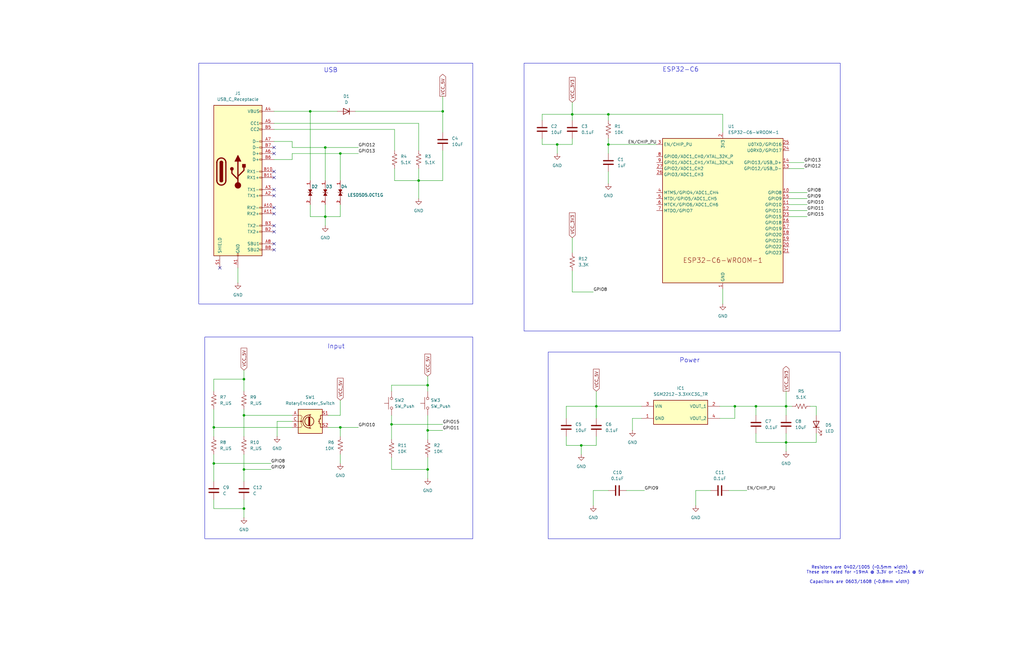
<source format=kicad_sch>
(kicad_sch
	(version 20231120)
	(generator "eeschema")
	(generator_version "8.0")
	(uuid "ff3c4dd4-abb2-4201-97db-5a74b1403149")
	(paper "B")
	(title_block
		(title "Volume Knob")
		(date "2025-02-18")
		(rev "0.1")
	)
	(lib_symbols
		(symbol "Connector:USB_C_Receptacle"
			(pin_names
				(offset 1.016)
			)
			(exclude_from_sim no)
			(in_bom yes)
			(on_board yes)
			(property "Reference" "J"
				(at -10.16 29.21 0)
				(effects
					(font
						(size 1.27 1.27)
					)
					(justify left)
				)
			)
			(property "Value" "USB_C_Receptacle"
				(at 10.16 29.21 0)
				(effects
					(font
						(size 1.27 1.27)
					)
					(justify right)
				)
			)
			(property "Footprint" ""
				(at 3.81 0 0)
				(effects
					(font
						(size 1.27 1.27)
					)
					(hide yes)
				)
			)
			(property "Datasheet" "https://www.usb.org/sites/default/files/documents/usb_type-c.zip"
				(at 3.81 0 0)
				(effects
					(font
						(size 1.27 1.27)
					)
					(hide yes)
				)
			)
			(property "Description" "USB Full-Featured Type-C Receptacle connector"
				(at 0 0 0)
				(effects
					(font
						(size 1.27 1.27)
					)
					(hide yes)
				)
			)
			(property "ki_keywords" "usb universal serial bus type-C full-featured"
				(at 0 0 0)
				(effects
					(font
						(size 1.27 1.27)
					)
					(hide yes)
				)
			)
			(property "ki_fp_filters" "USB*C*Receptacle*"
				(at 0 0 0)
				(effects
					(font
						(size 1.27 1.27)
					)
					(hide yes)
				)
			)
			(symbol "USB_C_Receptacle_0_0"
				(rectangle
					(start -0.254 -35.56)
					(end 0.254 -34.544)
					(stroke
						(width 0)
						(type default)
					)
					(fill
						(type none)
					)
				)
				(rectangle
					(start 10.16 -32.766)
					(end 9.144 -33.274)
					(stroke
						(width 0)
						(type default)
					)
					(fill
						(type none)
					)
				)
				(rectangle
					(start 10.16 -30.226)
					(end 9.144 -30.734)
					(stroke
						(width 0)
						(type default)
					)
					(fill
						(type none)
					)
				)
				(rectangle
					(start 10.16 -25.146)
					(end 9.144 -25.654)
					(stroke
						(width 0)
						(type default)
					)
					(fill
						(type none)
					)
				)
				(rectangle
					(start 10.16 -22.606)
					(end 9.144 -23.114)
					(stroke
						(width 0)
						(type default)
					)
					(fill
						(type none)
					)
				)
				(rectangle
					(start 10.16 -17.526)
					(end 9.144 -18.034)
					(stroke
						(width 0)
						(type default)
					)
					(fill
						(type none)
					)
				)
				(rectangle
					(start 10.16 -14.986)
					(end 9.144 -15.494)
					(stroke
						(width 0)
						(type default)
					)
					(fill
						(type none)
					)
				)
				(rectangle
					(start 10.16 -9.906)
					(end 9.144 -10.414)
					(stroke
						(width 0)
						(type default)
					)
					(fill
						(type none)
					)
				)
				(rectangle
					(start 10.16 -7.366)
					(end 9.144 -7.874)
					(stroke
						(width 0)
						(type default)
					)
					(fill
						(type none)
					)
				)
				(rectangle
					(start 10.16 -2.286)
					(end 9.144 -2.794)
					(stroke
						(width 0)
						(type default)
					)
					(fill
						(type none)
					)
				)
				(rectangle
					(start 10.16 0.254)
					(end 9.144 -0.254)
					(stroke
						(width 0)
						(type default)
					)
					(fill
						(type none)
					)
				)
				(rectangle
					(start 10.16 5.334)
					(end 9.144 4.826)
					(stroke
						(width 0)
						(type default)
					)
					(fill
						(type none)
					)
				)
				(rectangle
					(start 10.16 7.874)
					(end 9.144 7.366)
					(stroke
						(width 0)
						(type default)
					)
					(fill
						(type none)
					)
				)
				(rectangle
					(start 10.16 10.414)
					(end 9.144 9.906)
					(stroke
						(width 0)
						(type default)
					)
					(fill
						(type none)
					)
				)
				(rectangle
					(start 10.16 12.954)
					(end 9.144 12.446)
					(stroke
						(width 0)
						(type default)
					)
					(fill
						(type none)
					)
				)
				(rectangle
					(start 10.16 18.034)
					(end 9.144 17.526)
					(stroke
						(width 0)
						(type default)
					)
					(fill
						(type none)
					)
				)
				(rectangle
					(start 10.16 20.574)
					(end 9.144 20.066)
					(stroke
						(width 0)
						(type default)
					)
					(fill
						(type none)
					)
				)
				(rectangle
					(start 10.16 25.654)
					(end 9.144 25.146)
					(stroke
						(width 0)
						(type default)
					)
					(fill
						(type none)
					)
				)
			)
			(symbol "USB_C_Receptacle_0_1"
				(rectangle
					(start -10.16 27.94)
					(end 10.16 -35.56)
					(stroke
						(width 0.254)
						(type default)
					)
					(fill
						(type background)
					)
				)
				(arc
					(start -8.89 -3.81)
					(mid -6.985 -5.7067)
					(end -5.08 -3.81)
					(stroke
						(width 0.508)
						(type default)
					)
					(fill
						(type none)
					)
				)
				(arc
					(start -7.62 -3.81)
					(mid -6.985 -4.4423)
					(end -6.35 -3.81)
					(stroke
						(width 0.254)
						(type default)
					)
					(fill
						(type none)
					)
				)
				(arc
					(start -7.62 -3.81)
					(mid -6.985 -4.4423)
					(end -6.35 -3.81)
					(stroke
						(width 0.254)
						(type default)
					)
					(fill
						(type outline)
					)
				)
				(rectangle
					(start -7.62 -3.81)
					(end -6.35 3.81)
					(stroke
						(width 0.254)
						(type default)
					)
					(fill
						(type outline)
					)
				)
				(arc
					(start -6.35 3.81)
					(mid -6.985 4.4423)
					(end -7.62 3.81)
					(stroke
						(width 0.254)
						(type default)
					)
					(fill
						(type none)
					)
				)
				(arc
					(start -6.35 3.81)
					(mid -6.985 4.4423)
					(end -7.62 3.81)
					(stroke
						(width 0.254)
						(type default)
					)
					(fill
						(type outline)
					)
				)
				(arc
					(start -5.08 3.81)
					(mid -6.985 5.7067)
					(end -8.89 3.81)
					(stroke
						(width 0.508)
						(type default)
					)
					(fill
						(type none)
					)
				)
				(polyline
					(pts
						(xy -8.89 -3.81) (xy -8.89 3.81)
					)
					(stroke
						(width 0.508)
						(type default)
					)
					(fill
						(type none)
					)
				)
				(polyline
					(pts
						(xy -5.08 3.81) (xy -5.08 -3.81)
					)
					(stroke
						(width 0.508)
						(type default)
					)
					(fill
						(type none)
					)
				)
			)
			(symbol "USB_C_Receptacle_1_1"
				(circle
					(center -2.54 1.143)
					(radius 0.635)
					(stroke
						(width 0.254)
						(type default)
					)
					(fill
						(type outline)
					)
				)
				(circle
					(center 0 -5.842)
					(radius 1.27)
					(stroke
						(width 0)
						(type default)
					)
					(fill
						(type outline)
					)
				)
				(polyline
					(pts
						(xy 0 -5.842) (xy 0 4.318)
					)
					(stroke
						(width 0.508)
						(type default)
					)
					(fill
						(type none)
					)
				)
				(polyline
					(pts
						(xy 0 -3.302) (xy -2.54 -0.762) (xy -2.54 0.508)
					)
					(stroke
						(width 0.508)
						(type default)
					)
					(fill
						(type none)
					)
				)
				(polyline
					(pts
						(xy 0 -2.032) (xy 2.54 0.508) (xy 2.54 1.778)
					)
					(stroke
						(width 0.508)
						(type default)
					)
					(fill
						(type none)
					)
				)
				(polyline
					(pts
						(xy -1.27 4.318) (xy 0 6.858) (xy 1.27 4.318) (xy -1.27 4.318)
					)
					(stroke
						(width 0.254)
						(type default)
					)
					(fill
						(type outline)
					)
				)
				(rectangle
					(start 1.905 1.778)
					(end 3.175 3.048)
					(stroke
						(width 0.254)
						(type default)
					)
					(fill
						(type outline)
					)
				)
				(pin passive line
					(at 0 -40.64 90)
					(length 5.08)
					(name "GND"
						(effects
							(font
								(size 1.27 1.27)
							)
						)
					)
					(number "A1"
						(effects
							(font
								(size 1.27 1.27)
							)
						)
					)
				)
				(pin bidirectional line
					(at 15.24 -15.24 180)
					(length 5.08)
					(name "RX2-"
						(effects
							(font
								(size 1.27 1.27)
							)
						)
					)
					(number "A10"
						(effects
							(font
								(size 1.27 1.27)
							)
						)
					)
				)
				(pin bidirectional line
					(at 15.24 -17.78 180)
					(length 5.08)
					(name "RX2+"
						(effects
							(font
								(size 1.27 1.27)
							)
						)
					)
					(number "A11"
						(effects
							(font
								(size 1.27 1.27)
							)
						)
					)
				)
				(pin passive line
					(at 0 -40.64 90)
					(length 5.08) hide
					(name "GND"
						(effects
							(font
								(size 1.27 1.27)
							)
						)
					)
					(number "A12"
						(effects
							(font
								(size 1.27 1.27)
							)
						)
					)
				)
				(pin bidirectional line
					(at 15.24 -10.16 180)
					(length 5.08)
					(name "TX1+"
						(effects
							(font
								(size 1.27 1.27)
							)
						)
					)
					(number "A2"
						(effects
							(font
								(size 1.27 1.27)
							)
						)
					)
				)
				(pin bidirectional line
					(at 15.24 -7.62 180)
					(length 5.08)
					(name "TX1-"
						(effects
							(font
								(size 1.27 1.27)
							)
						)
					)
					(number "A3"
						(effects
							(font
								(size 1.27 1.27)
							)
						)
					)
				)
				(pin passive line
					(at 15.24 25.4 180)
					(length 5.08)
					(name "VBUS"
						(effects
							(font
								(size 1.27 1.27)
							)
						)
					)
					(number "A4"
						(effects
							(font
								(size 1.27 1.27)
							)
						)
					)
				)
				(pin bidirectional line
					(at 15.24 20.32 180)
					(length 5.08)
					(name "CC1"
						(effects
							(font
								(size 1.27 1.27)
							)
						)
					)
					(number "A5"
						(effects
							(font
								(size 1.27 1.27)
							)
						)
					)
				)
				(pin bidirectional line
					(at 15.24 7.62 180)
					(length 5.08)
					(name "D+"
						(effects
							(font
								(size 1.27 1.27)
							)
						)
					)
					(number "A6"
						(effects
							(font
								(size 1.27 1.27)
							)
						)
					)
				)
				(pin bidirectional line
					(at 15.24 12.7 180)
					(length 5.08)
					(name "D-"
						(effects
							(font
								(size 1.27 1.27)
							)
						)
					)
					(number "A7"
						(effects
							(font
								(size 1.27 1.27)
							)
						)
					)
				)
				(pin bidirectional line
					(at 15.24 -30.48 180)
					(length 5.08)
					(name "SBU1"
						(effects
							(font
								(size 1.27 1.27)
							)
						)
					)
					(number "A8"
						(effects
							(font
								(size 1.27 1.27)
							)
						)
					)
				)
				(pin passive line
					(at 15.24 25.4 180)
					(length 5.08) hide
					(name "VBUS"
						(effects
							(font
								(size 1.27 1.27)
							)
						)
					)
					(number "A9"
						(effects
							(font
								(size 1.27 1.27)
							)
						)
					)
				)
				(pin passive line
					(at 0 -40.64 90)
					(length 5.08) hide
					(name "GND"
						(effects
							(font
								(size 1.27 1.27)
							)
						)
					)
					(number "B1"
						(effects
							(font
								(size 1.27 1.27)
							)
						)
					)
				)
				(pin bidirectional line
					(at 15.24 0 180)
					(length 5.08)
					(name "RX1-"
						(effects
							(font
								(size 1.27 1.27)
							)
						)
					)
					(number "B10"
						(effects
							(font
								(size 1.27 1.27)
							)
						)
					)
				)
				(pin bidirectional line
					(at 15.24 -2.54 180)
					(length 5.08)
					(name "RX1+"
						(effects
							(font
								(size 1.27 1.27)
							)
						)
					)
					(number "B11"
						(effects
							(font
								(size 1.27 1.27)
							)
						)
					)
				)
				(pin passive line
					(at 0 -40.64 90)
					(length 5.08) hide
					(name "GND"
						(effects
							(font
								(size 1.27 1.27)
							)
						)
					)
					(number "B12"
						(effects
							(font
								(size 1.27 1.27)
							)
						)
					)
				)
				(pin bidirectional line
					(at 15.24 -25.4 180)
					(length 5.08)
					(name "TX2+"
						(effects
							(font
								(size 1.27 1.27)
							)
						)
					)
					(number "B2"
						(effects
							(font
								(size 1.27 1.27)
							)
						)
					)
				)
				(pin bidirectional line
					(at 15.24 -22.86 180)
					(length 5.08)
					(name "TX2-"
						(effects
							(font
								(size 1.27 1.27)
							)
						)
					)
					(number "B3"
						(effects
							(font
								(size 1.27 1.27)
							)
						)
					)
				)
				(pin passive line
					(at 15.24 25.4 180)
					(length 5.08) hide
					(name "VBUS"
						(effects
							(font
								(size 1.27 1.27)
							)
						)
					)
					(number "B4"
						(effects
							(font
								(size 1.27 1.27)
							)
						)
					)
				)
				(pin bidirectional line
					(at 15.24 17.78 180)
					(length 5.08)
					(name "CC2"
						(effects
							(font
								(size 1.27 1.27)
							)
						)
					)
					(number "B5"
						(effects
							(font
								(size 1.27 1.27)
							)
						)
					)
				)
				(pin bidirectional line
					(at 15.24 5.08 180)
					(length 5.08)
					(name "D+"
						(effects
							(font
								(size 1.27 1.27)
							)
						)
					)
					(number "B6"
						(effects
							(font
								(size 1.27 1.27)
							)
						)
					)
				)
				(pin bidirectional line
					(at 15.24 10.16 180)
					(length 5.08)
					(name "D-"
						(effects
							(font
								(size 1.27 1.27)
							)
						)
					)
					(number "B7"
						(effects
							(font
								(size 1.27 1.27)
							)
						)
					)
				)
				(pin bidirectional line
					(at 15.24 -33.02 180)
					(length 5.08)
					(name "SBU2"
						(effects
							(font
								(size 1.27 1.27)
							)
						)
					)
					(number "B8"
						(effects
							(font
								(size 1.27 1.27)
							)
						)
					)
				)
				(pin passive line
					(at 15.24 25.4 180)
					(length 5.08) hide
					(name "VBUS"
						(effects
							(font
								(size 1.27 1.27)
							)
						)
					)
					(number "B9"
						(effects
							(font
								(size 1.27 1.27)
							)
						)
					)
				)
				(pin passive line
					(at -7.62 -40.64 90)
					(length 5.08)
					(name "SHIELD"
						(effects
							(font
								(size 1.27 1.27)
							)
						)
					)
					(number "S1"
						(effects
							(font
								(size 1.27 1.27)
							)
						)
					)
				)
			)
		)
		(symbol "Device:C"
			(pin_numbers hide)
			(pin_names
				(offset 0.254)
			)
			(exclude_from_sim no)
			(in_bom yes)
			(on_board yes)
			(property "Reference" "C"
				(at 0.635 2.54 0)
				(effects
					(font
						(size 1.27 1.27)
					)
					(justify left)
				)
			)
			(property "Value" "C"
				(at 0.635 -2.54 0)
				(effects
					(font
						(size 1.27 1.27)
					)
					(justify left)
				)
			)
			(property "Footprint" ""
				(at 0.9652 -3.81 0)
				(effects
					(font
						(size 1.27 1.27)
					)
					(hide yes)
				)
			)
			(property "Datasheet" "~"
				(at 0 0 0)
				(effects
					(font
						(size 1.27 1.27)
					)
					(hide yes)
				)
			)
			(property "Description" "Unpolarized capacitor"
				(at 0 0 0)
				(effects
					(font
						(size 1.27 1.27)
					)
					(hide yes)
				)
			)
			(property "ki_keywords" "cap capacitor"
				(at 0 0 0)
				(effects
					(font
						(size 1.27 1.27)
					)
					(hide yes)
				)
			)
			(property "ki_fp_filters" "C_*"
				(at 0 0 0)
				(effects
					(font
						(size 1.27 1.27)
					)
					(hide yes)
				)
			)
			(symbol "C_0_1"
				(polyline
					(pts
						(xy -2.032 -0.762) (xy 2.032 -0.762)
					)
					(stroke
						(width 0.508)
						(type default)
					)
					(fill
						(type none)
					)
				)
				(polyline
					(pts
						(xy -2.032 0.762) (xy 2.032 0.762)
					)
					(stroke
						(width 0.508)
						(type default)
					)
					(fill
						(type none)
					)
				)
			)
			(symbol "C_1_1"
				(pin passive line
					(at 0 3.81 270)
					(length 2.794)
					(name "~"
						(effects
							(font
								(size 1.27 1.27)
							)
						)
					)
					(number "1"
						(effects
							(font
								(size 1.27 1.27)
							)
						)
					)
				)
				(pin passive line
					(at 0 -3.81 90)
					(length 2.794)
					(name "~"
						(effects
							(font
								(size 1.27 1.27)
							)
						)
					)
					(number "2"
						(effects
							(font
								(size 1.27 1.27)
							)
						)
					)
				)
			)
		)
		(symbol "Device:D"
			(pin_numbers hide)
			(pin_names
				(offset 1.016) hide)
			(exclude_from_sim no)
			(in_bom yes)
			(on_board yes)
			(property "Reference" "D"
				(at 0 2.54 0)
				(effects
					(font
						(size 1.27 1.27)
					)
				)
			)
			(property "Value" "D"
				(at 0 -2.54 0)
				(effects
					(font
						(size 1.27 1.27)
					)
				)
			)
			(property "Footprint" ""
				(at 0 0 0)
				(effects
					(font
						(size 1.27 1.27)
					)
					(hide yes)
				)
			)
			(property "Datasheet" "~"
				(at 0 0 0)
				(effects
					(font
						(size 1.27 1.27)
					)
					(hide yes)
				)
			)
			(property "Description" "Diode"
				(at 0 0 0)
				(effects
					(font
						(size 1.27 1.27)
					)
					(hide yes)
				)
			)
			(property "Sim.Device" "D"
				(at 0 0 0)
				(effects
					(font
						(size 1.27 1.27)
					)
					(hide yes)
				)
			)
			(property "Sim.Pins" "1=K 2=A"
				(at 0 0 0)
				(effects
					(font
						(size 1.27 1.27)
					)
					(hide yes)
				)
			)
			(property "ki_keywords" "diode"
				(at 0 0 0)
				(effects
					(font
						(size 1.27 1.27)
					)
					(hide yes)
				)
			)
			(property "ki_fp_filters" "TO-???* *_Diode_* *SingleDiode* D_*"
				(at 0 0 0)
				(effects
					(font
						(size 1.27 1.27)
					)
					(hide yes)
				)
			)
			(symbol "D_0_1"
				(polyline
					(pts
						(xy -1.27 1.27) (xy -1.27 -1.27)
					)
					(stroke
						(width 0.254)
						(type default)
					)
					(fill
						(type none)
					)
				)
				(polyline
					(pts
						(xy 1.27 0) (xy -1.27 0)
					)
					(stroke
						(width 0)
						(type default)
					)
					(fill
						(type none)
					)
				)
				(polyline
					(pts
						(xy 1.27 1.27) (xy 1.27 -1.27) (xy -1.27 0) (xy 1.27 1.27)
					)
					(stroke
						(width 0.254)
						(type default)
					)
					(fill
						(type none)
					)
				)
			)
			(symbol "D_1_1"
				(pin passive line
					(at -3.81 0 0)
					(length 2.54)
					(name "K"
						(effects
							(font
								(size 1.27 1.27)
							)
						)
					)
					(number "1"
						(effects
							(font
								(size 1.27 1.27)
							)
						)
					)
				)
				(pin passive line
					(at 3.81 0 180)
					(length 2.54)
					(name "A"
						(effects
							(font
								(size 1.27 1.27)
							)
						)
					)
					(number "2"
						(effects
							(font
								(size 1.27 1.27)
							)
						)
					)
				)
			)
		)
		(symbol "Device:LED"
			(pin_numbers hide)
			(pin_names
				(offset 1.016) hide)
			(exclude_from_sim no)
			(in_bom yes)
			(on_board yes)
			(property "Reference" "D"
				(at 0 2.54 0)
				(effects
					(font
						(size 1.27 1.27)
					)
				)
			)
			(property "Value" "LED"
				(at 0 -2.54 0)
				(effects
					(font
						(size 1.27 1.27)
					)
				)
			)
			(property "Footprint" ""
				(at 0 0 0)
				(effects
					(font
						(size 1.27 1.27)
					)
					(hide yes)
				)
			)
			(property "Datasheet" "~"
				(at 0 0 0)
				(effects
					(font
						(size 1.27 1.27)
					)
					(hide yes)
				)
			)
			(property "Description" "Light emitting diode"
				(at 0 0 0)
				(effects
					(font
						(size 1.27 1.27)
					)
					(hide yes)
				)
			)
			(property "ki_keywords" "LED diode"
				(at 0 0 0)
				(effects
					(font
						(size 1.27 1.27)
					)
					(hide yes)
				)
			)
			(property "ki_fp_filters" "LED* LED_SMD:* LED_THT:*"
				(at 0 0 0)
				(effects
					(font
						(size 1.27 1.27)
					)
					(hide yes)
				)
			)
			(symbol "LED_0_1"
				(polyline
					(pts
						(xy -1.27 -1.27) (xy -1.27 1.27)
					)
					(stroke
						(width 0.254)
						(type default)
					)
					(fill
						(type none)
					)
				)
				(polyline
					(pts
						(xy -1.27 0) (xy 1.27 0)
					)
					(stroke
						(width 0)
						(type default)
					)
					(fill
						(type none)
					)
				)
				(polyline
					(pts
						(xy 1.27 -1.27) (xy 1.27 1.27) (xy -1.27 0) (xy 1.27 -1.27)
					)
					(stroke
						(width 0.254)
						(type default)
					)
					(fill
						(type none)
					)
				)
				(polyline
					(pts
						(xy -3.048 -0.762) (xy -4.572 -2.286) (xy -3.81 -2.286) (xy -4.572 -2.286) (xy -4.572 -1.524)
					)
					(stroke
						(width 0)
						(type default)
					)
					(fill
						(type none)
					)
				)
				(polyline
					(pts
						(xy -1.778 -0.762) (xy -3.302 -2.286) (xy -2.54 -2.286) (xy -3.302 -2.286) (xy -3.302 -1.524)
					)
					(stroke
						(width 0)
						(type default)
					)
					(fill
						(type none)
					)
				)
			)
			(symbol "LED_1_1"
				(pin passive line
					(at -3.81 0 0)
					(length 2.54)
					(name "K"
						(effects
							(font
								(size 1.27 1.27)
							)
						)
					)
					(number "1"
						(effects
							(font
								(size 1.27 1.27)
							)
						)
					)
				)
				(pin passive line
					(at 3.81 0 180)
					(length 2.54)
					(name "A"
						(effects
							(font
								(size 1.27 1.27)
							)
						)
					)
					(number "2"
						(effects
							(font
								(size 1.27 1.27)
							)
						)
					)
				)
			)
		)
		(symbol "Device:R_US"
			(pin_numbers hide)
			(pin_names
				(offset 0)
			)
			(exclude_from_sim no)
			(in_bom yes)
			(on_board yes)
			(property "Reference" "R"
				(at 2.54 0 90)
				(effects
					(font
						(size 1.27 1.27)
					)
				)
			)
			(property "Value" "R_US"
				(at -2.54 0 90)
				(effects
					(font
						(size 1.27 1.27)
					)
				)
			)
			(property "Footprint" ""
				(at 1.016 -0.254 90)
				(effects
					(font
						(size 1.27 1.27)
					)
					(hide yes)
				)
			)
			(property "Datasheet" "~"
				(at 0 0 0)
				(effects
					(font
						(size 1.27 1.27)
					)
					(hide yes)
				)
			)
			(property "Description" "Resistor, US symbol"
				(at 0 0 0)
				(effects
					(font
						(size 1.27 1.27)
					)
					(hide yes)
				)
			)
			(property "ki_keywords" "R res resistor"
				(at 0 0 0)
				(effects
					(font
						(size 1.27 1.27)
					)
					(hide yes)
				)
			)
			(property "ki_fp_filters" "R_*"
				(at 0 0 0)
				(effects
					(font
						(size 1.27 1.27)
					)
					(hide yes)
				)
			)
			(symbol "R_US_0_1"
				(polyline
					(pts
						(xy 0 -2.286) (xy 0 -2.54)
					)
					(stroke
						(width 0)
						(type default)
					)
					(fill
						(type none)
					)
				)
				(polyline
					(pts
						(xy 0 2.286) (xy 0 2.54)
					)
					(stroke
						(width 0)
						(type default)
					)
					(fill
						(type none)
					)
				)
				(polyline
					(pts
						(xy 0 -0.762) (xy 1.016 -1.143) (xy 0 -1.524) (xy -1.016 -1.905) (xy 0 -2.286)
					)
					(stroke
						(width 0)
						(type default)
					)
					(fill
						(type none)
					)
				)
				(polyline
					(pts
						(xy 0 0.762) (xy 1.016 0.381) (xy 0 0) (xy -1.016 -0.381) (xy 0 -0.762)
					)
					(stroke
						(width 0)
						(type default)
					)
					(fill
						(type none)
					)
				)
				(polyline
					(pts
						(xy 0 2.286) (xy 1.016 1.905) (xy 0 1.524) (xy -1.016 1.143) (xy 0 0.762)
					)
					(stroke
						(width 0)
						(type default)
					)
					(fill
						(type none)
					)
				)
			)
			(symbol "R_US_1_1"
				(pin passive line
					(at 0 3.81 270)
					(length 1.27)
					(name "~"
						(effects
							(font
								(size 1.27 1.27)
							)
						)
					)
					(number "1"
						(effects
							(font
								(size 1.27 1.27)
							)
						)
					)
				)
				(pin passive line
					(at 0 -3.81 90)
					(length 1.27)
					(name "~"
						(effects
							(font
								(size 1.27 1.27)
							)
						)
					)
					(number "2"
						(effects
							(font
								(size 1.27 1.27)
							)
						)
					)
				)
			)
		)
		(symbol "Device:RotaryEncoder_Switch"
			(pin_names
				(offset 0.254) hide)
			(exclude_from_sim no)
			(in_bom yes)
			(on_board yes)
			(property "Reference" "SW"
				(at 0 6.604 0)
				(effects
					(font
						(size 1.27 1.27)
					)
				)
			)
			(property "Value" "RotaryEncoder_Switch"
				(at 0 -6.604 0)
				(effects
					(font
						(size 1.27 1.27)
					)
				)
			)
			(property "Footprint" ""
				(at -3.81 4.064 0)
				(effects
					(font
						(size 1.27 1.27)
					)
					(hide yes)
				)
			)
			(property "Datasheet" "~"
				(at 0 6.604 0)
				(effects
					(font
						(size 1.27 1.27)
					)
					(hide yes)
				)
			)
			(property "Description" "Rotary encoder, dual channel, incremental quadrate outputs, with switch"
				(at 0 0 0)
				(effects
					(font
						(size 1.27 1.27)
					)
					(hide yes)
				)
			)
			(property "ki_keywords" "rotary switch encoder switch push button"
				(at 0 0 0)
				(effects
					(font
						(size 1.27 1.27)
					)
					(hide yes)
				)
			)
			(property "ki_fp_filters" "RotaryEncoder*Switch*"
				(at 0 0 0)
				(effects
					(font
						(size 1.27 1.27)
					)
					(hide yes)
				)
			)
			(symbol "RotaryEncoder_Switch_0_1"
				(rectangle
					(start -5.08 5.08)
					(end 5.08 -5.08)
					(stroke
						(width 0.254)
						(type default)
					)
					(fill
						(type background)
					)
				)
				(circle
					(center -3.81 0)
					(radius 0.254)
					(stroke
						(width 0)
						(type default)
					)
					(fill
						(type outline)
					)
				)
				(circle
					(center -0.381 0)
					(radius 1.905)
					(stroke
						(width 0.254)
						(type default)
					)
					(fill
						(type none)
					)
				)
				(arc
					(start -0.381 2.667)
					(mid -3.0988 -0.0635)
					(end -0.381 -2.794)
					(stroke
						(width 0.254)
						(type default)
					)
					(fill
						(type none)
					)
				)
				(polyline
					(pts
						(xy -0.635 -1.778) (xy -0.635 1.778)
					)
					(stroke
						(width 0.254)
						(type default)
					)
					(fill
						(type none)
					)
				)
				(polyline
					(pts
						(xy -0.381 -1.778) (xy -0.381 1.778)
					)
					(stroke
						(width 0.254)
						(type default)
					)
					(fill
						(type none)
					)
				)
				(polyline
					(pts
						(xy -0.127 1.778) (xy -0.127 -1.778)
					)
					(stroke
						(width 0.254)
						(type default)
					)
					(fill
						(type none)
					)
				)
				(polyline
					(pts
						(xy 3.81 0) (xy 3.429 0)
					)
					(stroke
						(width 0.254)
						(type default)
					)
					(fill
						(type none)
					)
				)
				(polyline
					(pts
						(xy 3.81 1.016) (xy 3.81 -1.016)
					)
					(stroke
						(width 0.254)
						(type default)
					)
					(fill
						(type none)
					)
				)
				(polyline
					(pts
						(xy -5.08 -2.54) (xy -3.81 -2.54) (xy -3.81 -2.032)
					)
					(stroke
						(width 0)
						(type default)
					)
					(fill
						(type none)
					)
				)
				(polyline
					(pts
						(xy -5.08 2.54) (xy -3.81 2.54) (xy -3.81 2.032)
					)
					(stroke
						(width 0)
						(type default)
					)
					(fill
						(type none)
					)
				)
				(polyline
					(pts
						(xy 0.254 -3.048) (xy -0.508 -2.794) (xy 0.127 -2.413)
					)
					(stroke
						(width 0.254)
						(type default)
					)
					(fill
						(type none)
					)
				)
				(polyline
					(pts
						(xy 0.254 2.921) (xy -0.508 2.667) (xy 0.127 2.286)
					)
					(stroke
						(width 0.254)
						(type default)
					)
					(fill
						(type none)
					)
				)
				(polyline
					(pts
						(xy 5.08 -2.54) (xy 4.318 -2.54) (xy 4.318 -1.016)
					)
					(stroke
						(width 0.254)
						(type default)
					)
					(fill
						(type none)
					)
				)
				(polyline
					(pts
						(xy 5.08 2.54) (xy 4.318 2.54) (xy 4.318 1.016)
					)
					(stroke
						(width 0.254)
						(type default)
					)
					(fill
						(type none)
					)
				)
				(polyline
					(pts
						(xy -5.08 0) (xy -3.81 0) (xy -3.81 -1.016) (xy -3.302 -2.032)
					)
					(stroke
						(width 0)
						(type default)
					)
					(fill
						(type none)
					)
				)
				(polyline
					(pts
						(xy -4.318 0) (xy -3.81 0) (xy -3.81 1.016) (xy -3.302 2.032)
					)
					(stroke
						(width 0)
						(type default)
					)
					(fill
						(type none)
					)
				)
				(circle
					(center 4.318 -1.016)
					(radius 0.127)
					(stroke
						(width 0.254)
						(type default)
					)
					(fill
						(type none)
					)
				)
				(circle
					(center 4.318 1.016)
					(radius 0.127)
					(stroke
						(width 0.254)
						(type default)
					)
					(fill
						(type none)
					)
				)
			)
			(symbol "RotaryEncoder_Switch_1_1"
				(pin passive line
					(at -7.62 2.54 0)
					(length 2.54)
					(name "A"
						(effects
							(font
								(size 1.27 1.27)
							)
						)
					)
					(number "A"
						(effects
							(font
								(size 1.27 1.27)
							)
						)
					)
				)
				(pin passive line
					(at -7.62 -2.54 0)
					(length 2.54)
					(name "B"
						(effects
							(font
								(size 1.27 1.27)
							)
						)
					)
					(number "B"
						(effects
							(font
								(size 1.27 1.27)
							)
						)
					)
				)
				(pin passive line
					(at -7.62 0 0)
					(length 2.54)
					(name "C"
						(effects
							(font
								(size 1.27 1.27)
							)
						)
					)
					(number "C"
						(effects
							(font
								(size 1.27 1.27)
							)
						)
					)
				)
				(pin passive line
					(at 7.62 2.54 180)
					(length 2.54)
					(name "S1"
						(effects
							(font
								(size 1.27 1.27)
							)
						)
					)
					(number "S1"
						(effects
							(font
								(size 1.27 1.27)
							)
						)
					)
				)
				(pin passive line
					(at 7.62 -2.54 180)
					(length 2.54)
					(name "S2"
						(effects
							(font
								(size 1.27 1.27)
							)
						)
					)
					(number "S2"
						(effects
							(font
								(size 1.27 1.27)
							)
						)
					)
				)
			)
		)
		(symbol "LESD5D5.0CT1G:LESD5D5.0CT1G"
			(pin_names
				(offset 1.016)
			)
			(exclude_from_sim no)
			(in_bom yes)
			(on_board yes)
			(property "Reference" "D"
				(at -5.08 2.54 0)
				(effects
					(font
						(size 1.27 1.27)
					)
					(justify left bottom)
				)
			)
			(property "Value" "LESD5D5.0CT1G"
				(at -5.08 -5.08 0)
				(effects
					(font
						(size 1.27 1.27)
					)
					(justify left bottom)
				)
			)
			(property "Footprint" "LESD5D5.0CT1G:TVS_LESD5D5.0CT1G"
				(at 0 0 0)
				(effects
					(font
						(size 1.27 1.27)
					)
					(justify bottom)
					(hide yes)
				)
			)
			(property "Datasheet" ""
				(at 0 0 0)
				(effects
					(font
						(size 1.27 1.27)
					)
					(hide yes)
				)
			)
			(property "Description" ""
				(at 0 0 0)
				(effects
					(font
						(size 1.27 1.27)
					)
					(hide yes)
				)
			)
			(property "MF" "Leshan Radio Co."
				(at 0 0 0)
				(effects
					(font
						(size 1.27 1.27)
					)
					(justify bottom)
					(hide yes)
				)
			)
			(property "MAXIMUM_PACKAGE_HEIGHT" "0.7 mm"
				(at 0 0 0)
				(effects
					(font
						(size 1.27 1.27)
					)
					(justify bottom)
					(hide yes)
				)
			)
			(property "Package" "None"
				(at 0 0 0)
				(effects
					(font
						(size 1.27 1.27)
					)
					(justify bottom)
					(hide yes)
				)
			)
			(property "Price" "None"
				(at 0 0 0)
				(effects
					(font
						(size 1.27 1.27)
					)
					(justify bottom)
					(hide yes)
				)
			)
			(property "Check_prices" "https://www.snapeda.com/parts/LESD5D5.0CT1G/Leshan+Radio/view-part/?ref=eda"
				(at 0 0 0)
				(effects
					(font
						(size 1.27 1.27)
					)
					(justify bottom)
					(hide yes)
				)
			)
			(property "STANDARD" "Manufacturer Recommendations"
				(at 0 0 0)
				(effects
					(font
						(size 1.27 1.27)
					)
					(justify bottom)
					(hide yes)
				)
			)
			(property "PARTREV" "O"
				(at 0 0 0)
				(effects
					(font
						(size 1.27 1.27)
					)
					(justify bottom)
					(hide yes)
				)
			)
			(property "SnapEDA_Link" "https://www.snapeda.com/parts/LESD5D5.0CT1G/Leshan+Radio/view-part/?ref=snap"
				(at 0 0 0)
				(effects
					(font
						(size 1.27 1.27)
					)
					(justify bottom)
					(hide yes)
				)
			)
			(property "MP" "LESD5D5.0CT1G"
				(at 0 0 0)
				(effects
					(font
						(size 1.27 1.27)
					)
					(justify bottom)
					(hide yes)
				)
			)
			(property "Description_1" "\n                        \n                            Transient Voltage Suppressors for ESD Protection\n                        \n"
				(at 0 0 0)
				(effects
					(font
						(size 1.27 1.27)
					)
					(justify bottom)
					(hide yes)
				)
			)
			(property "Availability" "In Stock"
				(at 0 0 0)
				(effects
					(font
						(size 1.27 1.27)
					)
					(justify bottom)
					(hide yes)
				)
			)
			(property "MANUFACTURER" "LRC"
				(at 0 0 0)
				(effects
					(font
						(size 1.27 1.27)
					)
					(justify bottom)
					(hide yes)
				)
			)
			(symbol "LESD5D5.0CT1G_0_0"
				(polyline
					(pts
						(xy -1.27 0) (xy -2.54 0)
					)
					(stroke
						(width 0.1524)
						(type default)
					)
					(fill
						(type none)
					)
				)
				(polyline
					(pts
						(xy 0 -0.762) (xy -0.254 -1.016)
					)
					(stroke
						(width 0.1524)
						(type default)
					)
					(fill
						(type none)
					)
				)
				(polyline
					(pts
						(xy 0 -0.762) (xy 0 0.762)
					)
					(stroke
						(width 0.1524)
						(type default)
					)
					(fill
						(type none)
					)
				)
				(polyline
					(pts
						(xy 0 0.762) (xy 0.254 1.016)
					)
					(stroke
						(width 0.1524)
						(type default)
					)
					(fill
						(type none)
					)
				)
				(polyline
					(pts
						(xy 1.27 0) (xy 2.54 0)
					)
					(stroke
						(width 0.1524)
						(type default)
					)
					(fill
						(type none)
					)
				)
				(polyline
					(pts
						(xy 0 0) (xy -1.27 -0.762) (xy -1.27 0.762) (xy 0 0)
					)
					(stroke
						(width 0.1524)
						(type default)
					)
					(fill
						(type outline)
					)
				)
				(polyline
					(pts
						(xy 0 0) (xy 1.27 0.762) (xy 1.27 -0.762) (xy 0 0)
					)
					(stroke
						(width 0.1524)
						(type default)
					)
					(fill
						(type outline)
					)
				)
				(pin passive line
					(at -5.08 0 0)
					(length 2.54)
					(name "~"
						(effects
							(font
								(size 1.016 1.016)
							)
						)
					)
					(number "1"
						(effects
							(font
								(size 1.016 1.016)
							)
						)
					)
				)
				(pin passive line
					(at 5.08 0 180)
					(length 2.54)
					(name "~"
						(effects
							(font
								(size 1.016 1.016)
							)
						)
					)
					(number "2"
						(effects
							(font
								(size 1.016 1.016)
							)
						)
					)
				)
			)
		)
		(symbol "PCM_Espressif:ESP32-C6-WROOM-1"
			(exclude_from_sim no)
			(in_bom yes)
			(on_board yes)
			(property "Reference" "U"
				(at -25.4 35.56 0)
				(effects
					(font
						(size 1.27 1.27)
					)
					(justify left)
				)
			)
			(property "Value" "ESP32-C6-WROOM-1"
				(at -25.4 33.02 0)
				(effects
					(font
						(size 1.27 1.27)
					)
					(justify left)
				)
			)
			(property "Footprint" "PCM_Espressif:ESP32-C6-WROOM-1"
				(at 0 -45.085 0)
				(effects
					(font
						(size 1.27 1.27)
					)
					(hide yes)
				)
			)
			(property "Datasheet" "https://www.espressif.com/sites/default/files/documentation/esp32-c6-wroom-1_wroom-1u_datasheet_en.pdf"
				(at 0 -48.26 0)
				(effects
					(font
						(size 1.27 1.27)
					)
					(hide yes)
				)
			)
			(property "Description" "ESP32-C6-WROOM-1/U is a module that supports 2.4 GHz Wi-Fi 6 (802.11 ax), Bluetooth® 5 (LE), Zigbee and Thread (802.15.4)"
				(at 0 0 0)
				(effects
					(font
						(size 1.27 1.27)
					)
					(hide yes)
				)
			)
			(property "ki_keywords" "esp32-c6 esp32-c6-wroom-1 esp32-c6-wroom-1u"
				(at 0 0 0)
				(effects
					(font
						(size 1.27 1.27)
					)
					(hide yes)
				)
			)
			(property "ki_fp_filters" "ESP32-C6-WROOM-1*"
				(at 0 0 0)
				(effects
					(font
						(size 1.27 1.27)
					)
					(hide yes)
				)
			)
			(symbol "ESP32-C6-WROOM-1_0_0"
				(text "ESP32-C6-WROOM-1"
					(at 0 -20.955 0)
					(effects
						(font
							(size 2 2)
						)
					)
				)
			)
			(symbol "ESP32-C6-WROOM-1_0_1"
				(rectangle
					(start -25.4 30.48)
					(end 25.4 -30.48)
					(stroke
						(width 0.254)
						(type default)
					)
					(fill
						(type background)
					)
				)
			)
			(symbol "ESP32-C6-WROOM-1_1_1"
				(pin power_in line
					(at 0 -33.02 90)
					(length 2.54)
					(name "GND"
						(effects
							(font
								(size 1.27 1.27)
							)
						)
					)
					(number "1"
						(effects
							(font
								(size 1.27 1.27)
							)
						)
					)
				)
				(pin bidirectional line
					(at 27.94 7.62 180)
					(length 2.54)
					(name "GPIO8"
						(effects
							(font
								(size 1.27 1.27)
							)
						)
					)
					(number "10"
						(effects
							(font
								(size 1.27 1.27)
							)
						)
					)
				)
				(pin bidirectional line
					(at 27.94 2.54 180)
					(length 2.54)
					(name "GPIO10"
						(effects
							(font
								(size 1.27 1.27)
							)
						)
					)
					(number "11"
						(effects
							(font
								(size 1.27 1.27)
							)
						)
					)
				)
				(pin bidirectional line
					(at 27.94 0 180)
					(length 2.54)
					(name "GPIO11"
						(effects
							(font
								(size 1.27 1.27)
							)
						)
					)
					(number "12"
						(effects
							(font
								(size 1.27 1.27)
							)
						)
					)
				)
				(pin bidirectional line
					(at 27.94 17.78 180)
					(length 2.54)
					(name "GPIO12/USB_D-"
						(effects
							(font
								(size 1.27 1.27)
							)
						)
					)
					(number "13"
						(effects
							(font
								(size 1.27 1.27)
							)
						)
					)
				)
				(pin bidirectional line
					(at 27.94 20.32 180)
					(length 2.54)
					(name "GPIO13/USB_D+"
						(effects
							(font
								(size 1.27 1.27)
							)
						)
					)
					(number "14"
						(effects
							(font
								(size 1.27 1.27)
							)
						)
					)
				)
				(pin bidirectional line
					(at 27.94 5.08 180)
					(length 2.54)
					(name "GPIO9"
						(effects
							(font
								(size 1.27 1.27)
							)
						)
					)
					(number "15"
						(effects
							(font
								(size 1.27 1.27)
							)
						)
					)
				)
				(pin bidirectional line
					(at 27.94 -5.08 180)
					(length 2.54)
					(name "GPIO18"
						(effects
							(font
								(size 1.27 1.27)
							)
						)
					)
					(number "16"
						(effects
							(font
								(size 1.27 1.27)
							)
						)
					)
				)
				(pin bidirectional line
					(at 27.94 -7.62 180)
					(length 2.54)
					(name "GPIO19"
						(effects
							(font
								(size 1.27 1.27)
							)
						)
					)
					(number "17"
						(effects
							(font
								(size 1.27 1.27)
							)
						)
					)
				)
				(pin bidirectional line
					(at 27.94 -10.16 180)
					(length 2.54)
					(name "GPIO20"
						(effects
							(font
								(size 1.27 1.27)
							)
						)
					)
					(number "18"
						(effects
							(font
								(size 1.27 1.27)
							)
						)
					)
				)
				(pin bidirectional line
					(at 27.94 -12.7 180)
					(length 2.54)
					(name "GPIO21"
						(effects
							(font
								(size 1.27 1.27)
							)
						)
					)
					(number "19"
						(effects
							(font
								(size 1.27 1.27)
							)
						)
					)
				)
				(pin power_in line
					(at 0 33.02 270)
					(length 2.54)
					(name "3V3"
						(effects
							(font
								(size 1.27 1.27)
							)
						)
					)
					(number "2"
						(effects
							(font
								(size 1.27 1.27)
							)
						)
					)
				)
				(pin bidirectional line
					(at 27.94 -15.24 180)
					(length 2.54)
					(name "GPIO22"
						(effects
							(font
								(size 1.27 1.27)
							)
						)
					)
					(number "20"
						(effects
							(font
								(size 1.27 1.27)
							)
						)
					)
				)
				(pin bidirectional line
					(at 27.94 -17.78 180)
					(length 2.54)
					(name "GPIO23"
						(effects
							(font
								(size 1.27 1.27)
							)
						)
					)
					(number "21"
						(effects
							(font
								(size 1.27 1.27)
							)
						)
					)
				)
				(pin no_connect line
					(at -25.4 -12.7 0)
					(length 2.54) hide
					(name "NC"
						(effects
							(font
								(size 1.27 1.27)
							)
						)
					)
					(number "22"
						(effects
							(font
								(size 1.27 1.27)
							)
						)
					)
				)
				(pin bidirectional line
					(at 27.94 -2.54 180)
					(length 2.54)
					(name "GPIO15"
						(effects
							(font
								(size 1.27 1.27)
							)
						)
					)
					(number "23"
						(effects
							(font
								(size 1.27 1.27)
							)
						)
					)
				)
				(pin bidirectional line
					(at 27.94 25.4 180)
					(length 2.54)
					(name "U0RXD/GPIO17"
						(effects
							(font
								(size 1.27 1.27)
							)
						)
					)
					(number "24"
						(effects
							(font
								(size 1.27 1.27)
							)
						)
					)
				)
				(pin bidirectional line
					(at 27.94 27.94 180)
					(length 2.54)
					(name "U0TXD/GPIO16"
						(effects
							(font
								(size 1.27 1.27)
							)
						)
					)
					(number "25"
						(effects
							(font
								(size 1.27 1.27)
							)
						)
					)
				)
				(pin bidirectional line
					(at -27.94 15.24 0)
					(length 2.54)
					(name "GPIO3/ADC1_CH3"
						(effects
							(font
								(size 1.27 1.27)
							)
						)
					)
					(number "26"
						(effects
							(font
								(size 1.27 1.27)
							)
						)
					)
				)
				(pin bidirectional line
					(at -27.94 17.78 0)
					(length 2.54)
					(name "GPIO2/ADC1_CH2"
						(effects
							(font
								(size 1.27 1.27)
							)
						)
					)
					(number "27"
						(effects
							(font
								(size 1.27 1.27)
							)
						)
					)
				)
				(pin passive line
					(at 0 -33.02 90)
					(length 2.54) hide
					(name "GND"
						(effects
							(font
								(size 1.27 1.27)
							)
						)
					)
					(number "28"
						(effects
							(font
								(size 1.27 1.27)
							)
						)
					)
				)
				(pin passive line
					(at 0 -33.02 90)
					(length 2.54) hide
					(name "GND"
						(effects
							(font
								(size 1.27 1.27)
							)
						)
					)
					(number "29"
						(effects
							(font
								(size 1.27 1.27)
							)
						)
					)
				)
				(pin input line
					(at -27.94 27.94 0)
					(length 2.54)
					(name "EN/CHIP_PU"
						(effects
							(font
								(size 1.27 1.27)
							)
						)
					)
					(number "3"
						(effects
							(font
								(size 1.27 1.27)
							)
						)
					)
				)
				(pin bidirectional line
					(at -27.94 7.62 0)
					(length 2.54)
					(name "MTMS/GPIO4/ADC1_CH4"
						(effects
							(font
								(size 1.27 1.27)
							)
						)
					)
					(number "4"
						(effects
							(font
								(size 1.27 1.27)
							)
						)
					)
				)
				(pin bidirectional line
					(at -27.94 5.08 0)
					(length 2.54)
					(name "MTDI/GPIO5/ADC1_CH5"
						(effects
							(font
								(size 1.27 1.27)
							)
						)
					)
					(number "5"
						(effects
							(font
								(size 1.27 1.27)
							)
						)
					)
				)
				(pin bidirectional line
					(at -27.94 2.54 0)
					(length 2.54)
					(name "MTCK/GPIO6/ADC1_CH6"
						(effects
							(font
								(size 1.27 1.27)
							)
						)
					)
					(number "6"
						(effects
							(font
								(size 1.27 1.27)
							)
						)
					)
				)
				(pin bidirectional line
					(at -27.94 0 0)
					(length 2.54)
					(name "MTDO/GPIO7"
						(effects
							(font
								(size 1.27 1.27)
							)
						)
					)
					(number "7"
						(effects
							(font
								(size 1.27 1.27)
							)
						)
					)
				)
				(pin bidirectional line
					(at -27.94 22.86 0)
					(length 2.54)
					(name "GPIO0/ADC1_CH0/XTAL_32K_P"
						(effects
							(font
								(size 1.27 1.27)
							)
						)
					)
					(number "8"
						(effects
							(font
								(size 1.27 1.27)
							)
						)
					)
				)
				(pin bidirectional line
					(at -27.94 20.32 0)
					(length 2.54)
					(name "GPIO1/ADC1_CH1/XTAL_32K_N"
						(effects
							(font
								(size 1.27 1.27)
							)
						)
					)
					(number "9"
						(effects
							(font
								(size 1.27 1.27)
							)
						)
					)
				)
			)
		)
		(symbol "SGM2212-3_3XKC3G_TR:SGM2212-3.3XKC3G_TR"
			(exclude_from_sim no)
			(in_bom yes)
			(on_board yes)
			(property "Reference" "IC1"
				(at 16.51 7.62 0)
				(effects
					(font
						(size 1.27 1.27)
					)
				)
			)
			(property "Value" "SGM2212-3.3XKC3G_TR"
				(at 16.51 5.08 0)
				(effects
					(font
						(size 1.27 1.27)
					)
				)
			)
			(property "Footprint" "SOT230P700X180-4N"
				(at 29.21 -94.92 0)
				(effects
					(font
						(size 1.27 1.27)
					)
					(justify left top)
					(hide yes)
				)
			)
			(property "Datasheet" "http://cn.sg-micro.com/uploads/soft/20220506/1651835177.pdf"
				(at 29.21 -194.92 0)
				(effects
					(font
						(size 1.27 1.27)
					)
					(justify left top)
					(hide yes)
				)
			)
			(property "Description" "The SGM2212 is a low noise, low quiescent current, high PSRR, fast transient response and low dropout voltage linear regulator which is designed using CMOS"
				(at 0 0 0)
				(effects
					(font
						(size 1.27 1.27)
					)
					(hide yes)
				)
			)
			(property "Height" "1.8"
				(at 29.21 -394.92 0)
				(effects
					(font
						(size 1.27 1.27)
					)
					(justify left top)
					(hide yes)
				)
			)
			(property "Arrow Part Number" "SGM2212-3.3XKC3G/TR"
				(at 29.21 -494.92 0)
				(effects
					(font
						(size 1.27 1.27)
					)
					(justify left top)
					(hide yes)
				)
			)
			(property "Arrow Price/Stock" ""
				(at 29.21 -594.92 0)
				(effects
					(font
						(size 1.27 1.27)
					)
					(justify left top)
					(hide yes)
				)
			)
			(property "Manufacturer_Name" "SGMICRO"
				(at 29.21 -694.92 0)
				(effects
					(font
						(size 1.27 1.27)
					)
					(justify left top)
					(hide yes)
				)
			)
			(property "Manufacturer_Part_Number" "SGM2212-3.3XKC3G/TR"
				(at 29.21 -794.92 0)
				(effects
					(font
						(size 1.27 1.27)
					)
					(justify left top)
					(hide yes)
				)
			)
			(symbol "SGM2212-3.3XKC3G_TR_1_1"
				(rectangle
					(start 5.08 2.54)
					(end 27.94 -7.62)
					(stroke
						(width 0.254)
						(type default)
					)
					(fill
						(type background)
					)
				)
				(pin passive line
					(at 0 -5.08 0)
					(length 5.08)
					(name "GND"
						(effects
							(font
								(size 1.27 1.27)
							)
						)
					)
					(number "1"
						(effects
							(font
								(size 1.27 1.27)
							)
						)
					)
				)
				(pin passive line
					(at 33.02 0 180)
					(length 5.08)
					(name "VOUT_1"
						(effects
							(font
								(size 1.27 1.27)
							)
						)
					)
					(number "2"
						(effects
							(font
								(size 1.27 1.27)
							)
						)
					)
				)
				(pin passive line
					(at 0 0 0)
					(length 5.08)
					(name "VIN"
						(effects
							(font
								(size 1.27 1.27)
							)
						)
					)
					(number "3"
						(effects
							(font
								(size 1.27 1.27)
							)
						)
					)
				)
				(pin passive line
					(at 33.02 -5.08 180)
					(length 5.08)
					(name "VOUT_2"
						(effects
							(font
								(size 1.27 1.27)
							)
						)
					)
					(number "4"
						(effects
							(font
								(size 1.27 1.27)
							)
						)
					)
				)
			)
		)
		(symbol "Switch:SW_Push"
			(pin_numbers hide)
			(pin_names
				(offset 1.016) hide)
			(exclude_from_sim no)
			(in_bom yes)
			(on_board yes)
			(property "Reference" "SW"
				(at 1.27 2.54 0)
				(effects
					(font
						(size 1.27 1.27)
					)
					(justify left)
				)
			)
			(property "Value" "SW_Push"
				(at 0 -1.524 0)
				(effects
					(font
						(size 1.27 1.27)
					)
				)
			)
			(property "Footprint" ""
				(at 0 5.08 0)
				(effects
					(font
						(size 1.27 1.27)
					)
					(hide yes)
				)
			)
			(property "Datasheet" "~"
				(at 0 5.08 0)
				(effects
					(font
						(size 1.27 1.27)
					)
					(hide yes)
				)
			)
			(property "Description" "Push button switch, generic, two pins"
				(at 0 0 0)
				(effects
					(font
						(size 1.27 1.27)
					)
					(hide yes)
				)
			)
			(property "ki_keywords" "switch normally-open pushbutton push-button"
				(at 0 0 0)
				(effects
					(font
						(size 1.27 1.27)
					)
					(hide yes)
				)
			)
			(symbol "SW_Push_0_1"
				(circle
					(center -2.032 0)
					(radius 0.508)
					(stroke
						(width 0)
						(type default)
					)
					(fill
						(type none)
					)
				)
				(polyline
					(pts
						(xy 0 1.27) (xy 0 3.048)
					)
					(stroke
						(width 0)
						(type default)
					)
					(fill
						(type none)
					)
				)
				(polyline
					(pts
						(xy 2.54 1.27) (xy -2.54 1.27)
					)
					(stroke
						(width 0)
						(type default)
					)
					(fill
						(type none)
					)
				)
				(circle
					(center 2.032 0)
					(radius 0.508)
					(stroke
						(width 0)
						(type default)
					)
					(fill
						(type none)
					)
				)
				(pin passive line
					(at -5.08 0 0)
					(length 2.54)
					(name "1"
						(effects
							(font
								(size 1.27 1.27)
							)
						)
					)
					(number "1"
						(effects
							(font
								(size 1.27 1.27)
							)
						)
					)
				)
				(pin passive line
					(at 5.08 0 180)
					(length 2.54)
					(name "2"
						(effects
							(font
								(size 1.27 1.27)
							)
						)
					)
					(number "2"
						(effects
							(font
								(size 1.27 1.27)
							)
						)
					)
				)
			)
		)
		(symbol "power:GND"
			(power)
			(pin_numbers hide)
			(pin_names
				(offset 0) hide)
			(exclude_from_sim no)
			(in_bom yes)
			(on_board yes)
			(property "Reference" "#PWR"
				(at 0 -6.35 0)
				(effects
					(font
						(size 1.27 1.27)
					)
					(hide yes)
				)
			)
			(property "Value" "GND"
				(at 0 -3.81 0)
				(effects
					(font
						(size 1.27 1.27)
					)
				)
			)
			(property "Footprint" ""
				(at 0 0 0)
				(effects
					(font
						(size 1.27 1.27)
					)
					(hide yes)
				)
			)
			(property "Datasheet" ""
				(at 0 0 0)
				(effects
					(font
						(size 1.27 1.27)
					)
					(hide yes)
				)
			)
			(property "Description" "Power symbol creates a global label with name \"GND\" , ground"
				(at 0 0 0)
				(effects
					(font
						(size 1.27 1.27)
					)
					(hide yes)
				)
			)
			(property "ki_keywords" "global power"
				(at 0 0 0)
				(effects
					(font
						(size 1.27 1.27)
					)
					(hide yes)
				)
			)
			(symbol "GND_0_1"
				(polyline
					(pts
						(xy 0 0) (xy 0 -1.27) (xy 1.27 -1.27) (xy 0 -2.54) (xy -1.27 -1.27) (xy 0 -1.27)
					)
					(stroke
						(width 0)
						(type default)
					)
					(fill
						(type none)
					)
				)
			)
			(symbol "GND_1_1"
				(pin power_in line
					(at 0 0 270)
					(length 0)
					(name "~"
						(effects
							(font
								(size 1.27 1.27)
							)
						)
					)
					(number "1"
						(effects
							(font
								(size 1.27 1.27)
							)
						)
					)
				)
			)
		)
	)
	(junction
		(at 137.16 91.44)
		(diameter 0)
		(color 0 0 0 0)
		(uuid "04c42fa4-562c-4342-9c04-7f21474ea264")
	)
	(junction
		(at 241.3 48.26)
		(diameter 0)
		(color 0 0 0 0)
		(uuid "088af816-c3fb-4c23-9b3c-e2808a6051bd")
	)
	(junction
		(at 143.51 180.34)
		(diameter 0)
		(color 0 0 0 0)
		(uuid "12216cbe-974e-4dca-b4a8-344e24dff20c")
	)
	(junction
		(at 130.81 46.99)
		(diameter 0)
		(color 0 0 0 0)
		(uuid "1b56fee0-f15a-4017-a0eb-2101c07e3c2c")
	)
	(junction
		(at 102.87 198.12)
		(diameter 0)
		(color 0 0 0 0)
		(uuid "1e9d9cf8-e750-4fb3-8de1-1eb1b59ea537")
	)
	(junction
		(at 318.77 171.45)
		(diameter 0)
		(color 0 0 0 0)
		(uuid "2257b563-c461-4947-ac73-8009ce51c79f")
	)
	(junction
		(at 256.54 60.96)
		(diameter 0)
		(color 0 0 0 0)
		(uuid "23752527-320a-4a38-9017-c41e525ea34b")
	)
	(junction
		(at 186.69 46.99)
		(diameter 0)
		(color 0 0 0 0)
		(uuid "28cccaae-b262-4d38-b4c2-fe07aa8513ed")
	)
	(junction
		(at 176.53 76.2)
		(diameter 0)
		(color 0 0 0 0)
		(uuid "29552677-bb39-40ef-9740-bc59cd887efe")
	)
	(junction
		(at 102.87 175.26)
		(diameter 0)
		(color 0 0 0 0)
		(uuid "2cc8a6f0-b7de-49ce-9969-7c08b18be98d")
	)
	(junction
		(at 180.34 198.12)
		(diameter 0)
		(color 0 0 0 0)
		(uuid "2d893968-a505-4c4b-97af-3e120af1c0c5")
	)
	(junction
		(at 331.47 171.45)
		(diameter 0)
		(color 0 0 0 0)
		(uuid "3f1c4d8d-1122-42ee-a0ff-06b9c6b891cd")
	)
	(junction
		(at 234.95 60.96)
		(diameter 0)
		(color 0 0 0 0)
		(uuid "433c8890-6937-4ba0-aad3-7bdd09a7f32b")
	)
	(junction
		(at 90.17 195.58)
		(diameter 0)
		(color 0 0 0 0)
		(uuid "5d1d2bae-2fa8-436e-8ddf-afadc96d3df3")
	)
	(junction
		(at 251.46 171.45)
		(diameter 0)
		(color 0 0 0 0)
		(uuid "7719bf8c-97a0-4c3a-9aa8-7f073882c1ce")
	)
	(junction
		(at 331.47 186.69)
		(diameter 0)
		(color 0 0 0 0)
		(uuid "9411d746-8e86-41d8-abd3-0a3970881df5")
	)
	(junction
		(at 180.34 162.56)
		(diameter 0)
		(color 0 0 0 0)
		(uuid "9757b253-4443-4ba4-869e-949fa605f2d4")
	)
	(junction
		(at 102.87 214.63)
		(diameter 0)
		(color 0 0 0 0)
		(uuid "9ab06b84-e173-4cf6-9a4b-47389ad90811")
	)
	(junction
		(at 165.1 179.07)
		(diameter 0)
		(color 0 0 0 0)
		(uuid "a5be7b70-cad7-4b47-b792-c7530cdc0d2b")
	)
	(junction
		(at 137.16 62.23)
		(diameter 0)
		(color 0 0 0 0)
		(uuid "ae2842cb-bc86-4eaf-9486-e2a1d82b1662")
	)
	(junction
		(at 180.34 181.61)
		(diameter 0)
		(color 0 0 0 0)
		(uuid "c55622bc-5cd1-4ae6-8640-9a54914a5e4b")
	)
	(junction
		(at 90.17 180.34)
		(diameter 0)
		(color 0 0 0 0)
		(uuid "cfcaa958-d130-4514-9888-6d7293dc5f64")
	)
	(junction
		(at 309.88 171.45)
		(diameter 0)
		(color 0 0 0 0)
		(uuid "d3497396-1e66-4ec3-857e-3dc42ccbb4c5")
	)
	(junction
		(at 256.54 48.26)
		(diameter 0)
		(color 0 0 0 0)
		(uuid "d4389fc5-dda6-4c0c-ab3f-9f9e7c82c3b7")
	)
	(junction
		(at 143.51 64.77)
		(diameter 0)
		(color 0 0 0 0)
		(uuid "ee15a0f2-e806-4e47-a723-18d592f9f358")
	)
	(junction
		(at 102.87 160.02)
		(diameter 0)
		(color 0 0 0 0)
		(uuid "fcc51cc6-5de4-4d51-bfc7-e4ebdd3ca7c3")
	)
	(junction
		(at 245.11 187.96)
		(diameter 0)
		(color 0 0 0 0)
		(uuid "fec0c2ef-9a5e-449e-a84c-e98b2555f26d")
	)
	(no_connect
		(at 115.57 74.93)
		(uuid "0206d7de-f412-4d39-a7cd-df7efbeca4a7")
	)
	(no_connect
		(at 115.57 97.79)
		(uuid "119b17e4-7b20-459c-9dbf-f3d23aa9ee55")
	)
	(no_connect
		(at 115.57 64.77)
		(uuid "175d4a38-f921-4139-b5d1-06125183cae4")
	)
	(no_connect
		(at 115.57 105.41)
		(uuid "5c3dcdfa-b967-4e5b-9dee-649472c44121")
	)
	(no_connect
		(at 115.57 80.01)
		(uuid "7249b6a2-6bb3-4425-a75d-8ee98d19a0f8")
	)
	(no_connect
		(at 92.71 113.03)
		(uuid "7889c30f-a46e-4772-b58b-dfcf5de96fed")
	)
	(no_connect
		(at 115.57 82.55)
		(uuid "837a9061-4934-46dd-8c6c-54d2671428e6")
	)
	(no_connect
		(at 115.57 62.23)
		(uuid "940e25ce-2e69-495b-82cd-166bc7e1fe60")
	)
	(no_connect
		(at 115.57 102.87)
		(uuid "cab7b5e5-e999-43f0-9674-78cc81665bf3")
	)
	(no_connect
		(at 115.57 95.25)
		(uuid "cbd8cff2-a6c5-42ef-96c4-d15af1b7b02a")
	)
	(no_connect
		(at 115.57 72.39)
		(uuid "d2a5d890-30bc-45b5-82b3-f392ad268604")
	)
	(no_connect
		(at 115.57 90.17)
		(uuid "f33bcd35-ea61-475a-886d-c264fdbd43df")
	)
	(no_connect
		(at 115.57 87.63)
		(uuid "f8288ca6-03d8-4149-9a19-2b5f62913f33")
	)
	(wire
		(pts
			(xy 339.09 68.58) (xy 332.74 68.58)
		)
		(stroke
			(width 0)
			(type default)
		)
		(uuid "00645333-1f9f-4fe0-a788-13f9d0f778eb")
	)
	(wire
		(pts
			(xy 228.6 48.26) (xy 241.3 48.26)
		)
		(stroke
			(width 0)
			(type default)
		)
		(uuid "016b80cc-c862-4d0b-9c6d-a2483763f5ea")
	)
	(wire
		(pts
			(xy 115.57 54.61) (xy 166.37 54.61)
		)
		(stroke
			(width 0)
			(type default)
		)
		(uuid "02c2744a-ab4a-4a66-9a4b-999e9bc77a5d")
	)
	(wire
		(pts
			(xy 137.16 91.44) (xy 137.16 95.25)
		)
		(stroke
			(width 0)
			(type default)
		)
		(uuid "02de9b19-e3c2-4468-ab1a-e1e763b956d1")
	)
	(wire
		(pts
			(xy 331.47 186.69) (xy 331.47 190.5)
		)
		(stroke
			(width 0)
			(type default)
		)
		(uuid "07e3a8f5-1b5d-4200-90aa-162bccd65952")
	)
	(wire
		(pts
			(xy 293.37 213.36) (xy 293.37 207.01)
		)
		(stroke
			(width 0)
			(type default)
		)
		(uuid "0808119f-5436-40b8-bbe4-b3bf4f85a080")
	)
	(wire
		(pts
			(xy 166.37 54.61) (xy 166.37 63.5)
		)
		(stroke
			(width 0)
			(type default)
		)
		(uuid "0aeb3048-8597-4af6-a0a7-d763bc00b7b6")
	)
	(wire
		(pts
			(xy 90.17 195.58) (xy 90.17 203.2)
		)
		(stroke
			(width 0)
			(type default)
		)
		(uuid "0c5c9b18-d479-44c3-879f-2826e21a9b46")
	)
	(wire
		(pts
			(xy 90.17 214.63) (xy 102.87 214.63)
		)
		(stroke
			(width 0)
			(type default)
		)
		(uuid "0db8dab6-7bc7-41b7-b866-0104dd6d819e")
	)
	(wire
		(pts
			(xy 123.19 62.23) (xy 137.16 62.23)
		)
		(stroke
			(width 0)
			(type default)
		)
		(uuid "0eff57ba-330e-47f1-9a44-1a39394d425d")
	)
	(wire
		(pts
			(xy 165.1 179.07) (xy 186.69 179.07)
		)
		(stroke
			(width 0)
			(type default)
		)
		(uuid "13003105-c122-40d0-9555-409c3c5d6164")
	)
	(wire
		(pts
			(xy 251.46 187.96) (xy 245.11 187.96)
		)
		(stroke
			(width 0)
			(type default)
		)
		(uuid "13534af8-a10b-4d25-87c8-47e3fb0485e2")
	)
	(wire
		(pts
			(xy 123.19 64.77) (xy 143.51 64.77)
		)
		(stroke
			(width 0)
			(type default)
		)
		(uuid "1605e46a-f0f2-4c65-a211-91841c919b76")
	)
	(wire
		(pts
			(xy 318.77 171.45) (xy 331.47 171.45)
		)
		(stroke
			(width 0)
			(type default)
		)
		(uuid "16831ebd-28af-44ee-9bdd-92d5031d399a")
	)
	(wire
		(pts
			(xy 241.3 100.33) (xy 241.3 106.68)
		)
		(stroke
			(width 0)
			(type default)
		)
		(uuid "18e67503-2ca9-4e60-befe-f6ba3b742b2f")
	)
	(wire
		(pts
			(xy 228.6 60.96) (xy 234.95 60.96)
		)
		(stroke
			(width 0)
			(type default)
		)
		(uuid "1ca1a111-53be-4e5e-8751-cdb973b5dc98")
	)
	(wire
		(pts
			(xy 264.16 207.01) (xy 271.78 207.01)
		)
		(stroke
			(width 0)
			(type default)
		)
		(uuid "1dad9495-bfb5-4fb2-bf21-3060a49817b5")
	)
	(wire
		(pts
			(xy 123.19 67.31) (xy 123.19 64.77)
		)
		(stroke
			(width 0)
			(type default)
		)
		(uuid "1ece6efb-527b-4f88-b52a-a7549e1405c2")
	)
	(wire
		(pts
			(xy 137.16 62.23) (xy 151.13 62.23)
		)
		(stroke
			(width 0)
			(type default)
		)
		(uuid "20062357-5eee-45d4-a371-320355fccc47")
	)
	(wire
		(pts
			(xy 102.87 191.77) (xy 102.87 198.12)
		)
		(stroke
			(width 0)
			(type default)
		)
		(uuid "24bf5c59-23ea-48cd-a9bd-ddff35755f53")
	)
	(wire
		(pts
			(xy 318.77 186.69) (xy 331.47 186.69)
		)
		(stroke
			(width 0)
			(type default)
		)
		(uuid "253fb8b0-d018-415a-94c1-74dcb1fc139b")
	)
	(wire
		(pts
			(xy 256.54 48.26) (xy 304.8 48.26)
		)
		(stroke
			(width 0)
			(type default)
		)
		(uuid "25d232fe-6cef-4e8d-93d4-1b3378d2d207")
	)
	(wire
		(pts
			(xy 304.8 121.92) (xy 304.8 128.27)
		)
		(stroke
			(width 0)
			(type default)
		)
		(uuid "26d5eff4-b35a-42fc-8679-41bb2bc45611")
	)
	(wire
		(pts
			(xy 340.36 86.36) (xy 332.74 86.36)
		)
		(stroke
			(width 0)
			(type default)
		)
		(uuid "28985445-91b1-4529-8b0c-a003a941e992")
	)
	(wire
		(pts
			(xy 90.17 160.02) (xy 90.17 165.1)
		)
		(stroke
			(width 0)
			(type default)
		)
		(uuid "2c5b431e-df1b-4e55-8cda-2078566e20c6")
	)
	(wire
		(pts
			(xy 251.46 171.45) (xy 251.46 176.53)
		)
		(stroke
			(width 0)
			(type default)
		)
		(uuid "2d9d1f95-b529-49d4-a028-c2eed838a289")
	)
	(wire
		(pts
			(xy 180.34 193.04) (xy 180.34 198.12)
		)
		(stroke
			(width 0)
			(type default)
		)
		(uuid "2f6a05c3-ae5a-4e4d-9292-30b63c915921")
	)
	(wire
		(pts
			(xy 165.1 175.26) (xy 165.1 179.07)
		)
		(stroke
			(width 0)
			(type default)
		)
		(uuid "2f97ba8e-5e19-4040-8726-c69c9a5f3aaf")
	)
	(wire
		(pts
			(xy 130.81 91.44) (xy 137.16 91.44)
		)
		(stroke
			(width 0)
			(type default)
		)
		(uuid "3206f708-beed-4f5a-b4e1-a88b74545157")
	)
	(wire
		(pts
			(xy 100.33 113.03) (xy 100.33 119.38)
		)
		(stroke
			(width 0)
			(type default)
		)
		(uuid "34913976-2220-40bb-9493-4985ef353f1b")
	)
	(wire
		(pts
			(xy 256.54 60.96) (xy 276.86 60.96)
		)
		(stroke
			(width 0)
			(type default)
		)
		(uuid "3579c537-8b87-413e-a692-2bc6ee5ec20e")
	)
	(wire
		(pts
			(xy 165.1 198.12) (xy 180.34 198.12)
		)
		(stroke
			(width 0)
			(type default)
		)
		(uuid "357e0377-fdfc-4583-8590-dcc4d965fea5")
	)
	(wire
		(pts
			(xy 138.43 180.34) (xy 143.51 180.34)
		)
		(stroke
			(width 0)
			(type default)
		)
		(uuid "359d4b1d-d4bf-4f9b-bf5d-04c1a8a50d37")
	)
	(wire
		(pts
			(xy 102.87 210.82) (xy 102.87 214.63)
		)
		(stroke
			(width 0)
			(type default)
		)
		(uuid "37013964-45cd-4592-9ef6-d8c424d752e5")
	)
	(wire
		(pts
			(xy 303.53 176.53) (xy 309.88 176.53)
		)
		(stroke
			(width 0)
			(type default)
		)
		(uuid "39973212-b6c5-4836-8c1f-a5d7ea287754")
	)
	(wire
		(pts
			(xy 115.57 46.99) (xy 130.81 46.99)
		)
		(stroke
			(width 0)
			(type default)
		)
		(uuid "3fd69069-2e6e-4e63-b827-ea1a6fe0a213")
	)
	(wire
		(pts
			(xy 143.51 191.77) (xy 143.51 195.58)
		)
		(stroke
			(width 0)
			(type default)
		)
		(uuid "404e4f94-78e4-41ab-a596-5074af3e9f43")
	)
	(wire
		(pts
			(xy 251.46 184.15) (xy 251.46 187.96)
		)
		(stroke
			(width 0)
			(type default)
		)
		(uuid "41ac0990-33ab-46f8-b83c-a184d4f8a105")
	)
	(wire
		(pts
			(xy 331.47 182.88) (xy 331.47 186.69)
		)
		(stroke
			(width 0)
			(type default)
		)
		(uuid "41c8e685-4b72-408f-9023-93439757705f")
	)
	(wire
		(pts
			(xy 266.7 181.61) (xy 266.7 176.53)
		)
		(stroke
			(width 0)
			(type default)
		)
		(uuid "442ad9d5-2cc9-41b3-a926-7bca6a44d2bc")
	)
	(wire
		(pts
			(xy 114.3 198.12) (xy 102.87 198.12)
		)
		(stroke
			(width 0)
			(type default)
		)
		(uuid "47082c55-781d-4aba-ad87-4027e87e235f")
	)
	(wire
		(pts
			(xy 143.51 64.77) (xy 143.51 76.2)
		)
		(stroke
			(width 0)
			(type default)
		)
		(uuid "4a80c28b-6ca3-420a-b326-cbc0aaf900d3")
	)
	(wire
		(pts
			(xy 149.86 46.99) (xy 186.69 46.99)
		)
		(stroke
			(width 0)
			(type default)
		)
		(uuid "4b98cb3d-2f25-4be7-8c9c-e4d9257031eb")
	)
	(wire
		(pts
			(xy 256.54 60.96) (xy 256.54 64.77)
		)
		(stroke
			(width 0)
			(type default)
		)
		(uuid "4f734741-7e35-4d5f-af4d-0c3c466389fb")
	)
	(wire
		(pts
			(xy 251.46 165.1) (xy 251.46 171.45)
		)
		(stroke
			(width 0)
			(type default)
		)
		(uuid "50ac360e-3d3e-4f01-a3b3-ba8e4920e831")
	)
	(wire
		(pts
			(xy 90.17 191.77) (xy 90.17 195.58)
		)
		(stroke
			(width 0)
			(type default)
		)
		(uuid "5125f27e-4f68-40cc-9ac9-7de02999ca56")
	)
	(wire
		(pts
			(xy 340.36 81.28) (xy 332.74 81.28)
		)
		(stroke
			(width 0)
			(type default)
		)
		(uuid "51937166-af2e-4ef7-8306-63cbcaec2b70")
	)
	(wire
		(pts
			(xy 228.6 48.26) (xy 228.6 50.8)
		)
		(stroke
			(width 0)
			(type default)
		)
		(uuid "52ff4d95-5694-45ba-8d16-75e336376778")
	)
	(wire
		(pts
			(xy 116.84 184.15) (xy 116.84 177.8)
		)
		(stroke
			(width 0)
			(type default)
		)
		(uuid "57368f9d-6dc8-464c-b080-0a893e16194e")
	)
	(wire
		(pts
			(xy 238.76 176.53) (xy 238.76 171.45)
		)
		(stroke
			(width 0)
			(type default)
		)
		(uuid "59aa3ce5-77de-4408-aec0-76782464f1e8")
	)
	(wire
		(pts
			(xy 234.95 60.96) (xy 234.95 64.77)
		)
		(stroke
			(width 0)
			(type default)
		)
		(uuid "5ab72f6e-07e1-46e2-8e1f-bea3a0bc7706")
	)
	(wire
		(pts
			(xy 340.36 83.82) (xy 332.74 83.82)
		)
		(stroke
			(width 0)
			(type default)
		)
		(uuid "5c3fa281-a125-4460-a9d2-584b15952621")
	)
	(wire
		(pts
			(xy 115.57 59.69) (xy 123.19 59.69)
		)
		(stroke
			(width 0)
			(type default)
		)
		(uuid "5eb3c676-718d-425b-93ad-f09d1bfdbb2e")
	)
	(wire
		(pts
			(xy 90.17 180.34) (xy 90.17 184.15)
		)
		(stroke
			(width 0)
			(type default)
		)
		(uuid "5eb671a0-cb7b-4bfc-ad50-aac8c2ba5abe")
	)
	(wire
		(pts
			(xy 238.76 187.96) (xy 245.11 187.96)
		)
		(stroke
			(width 0)
			(type default)
		)
		(uuid "62cb1d82-5b72-4cf1-91bf-b942d2ebd8ec")
	)
	(wire
		(pts
			(xy 331.47 171.45) (xy 331.47 175.26)
		)
		(stroke
			(width 0)
			(type default)
		)
		(uuid "635354fa-4ff6-4bc9-8999-7099d7912ce5")
	)
	(wire
		(pts
			(xy 186.69 63.5) (xy 186.69 76.2)
		)
		(stroke
			(width 0)
			(type default)
		)
		(uuid "64cb5dcd-5e6d-4e35-a54c-b3e66ce273a9")
	)
	(wire
		(pts
			(xy 250.19 123.19) (xy 241.3 123.19)
		)
		(stroke
			(width 0)
			(type default)
		)
		(uuid "64f3ce70-888d-46fa-9208-d15933f708af")
	)
	(wire
		(pts
			(xy 309.88 171.45) (xy 303.53 171.45)
		)
		(stroke
			(width 0)
			(type default)
		)
		(uuid "654333d1-1f58-4492-9106-a755446acbce")
	)
	(wire
		(pts
			(xy 241.3 43.18) (xy 241.3 48.26)
		)
		(stroke
			(width 0)
			(type default)
		)
		(uuid "65d1c488-b3f7-4e7d-b876-7dc6002f3c7a")
	)
	(wire
		(pts
			(xy 309.88 176.53) (xy 309.88 171.45)
		)
		(stroke
			(width 0)
			(type default)
		)
		(uuid "696a7d3a-9f15-4ff6-8e04-adf71d0e48a6")
	)
	(wire
		(pts
			(xy 102.87 156.21) (xy 102.87 160.02)
		)
		(stroke
			(width 0)
			(type default)
		)
		(uuid "6a0645f4-520f-4d95-9e76-de07cdfc3ff1")
	)
	(wire
		(pts
			(xy 304.8 48.26) (xy 304.8 55.88)
		)
		(stroke
			(width 0)
			(type default)
		)
		(uuid "6a7103aa-f8f2-4456-8549-b41d489ec01e")
	)
	(wire
		(pts
			(xy 340.36 88.9) (xy 332.74 88.9)
		)
		(stroke
			(width 0)
			(type default)
		)
		(uuid "6cca630a-9774-4cba-9984-b42923c594e8")
	)
	(wire
		(pts
			(xy 165.1 162.56) (xy 180.34 162.56)
		)
		(stroke
			(width 0)
			(type default)
		)
		(uuid "6d1fe992-a410-4356-958e-354fbb467444")
	)
	(wire
		(pts
			(xy 314.96 207.01) (xy 307.34 207.01)
		)
		(stroke
			(width 0)
			(type default)
		)
		(uuid "7086390b-79fb-4167-9651-4ca301949a21")
	)
	(wire
		(pts
			(xy 143.51 91.44) (xy 137.16 91.44)
		)
		(stroke
			(width 0)
			(type default)
		)
		(uuid "71ccb67b-0e26-4ae9-882f-d8cd7a74c5f4")
	)
	(wire
		(pts
			(xy 331.47 165.1) (xy 331.47 171.45)
		)
		(stroke
			(width 0)
			(type default)
		)
		(uuid "73459279-7e27-428c-a798-9920fba7e6e6")
	)
	(wire
		(pts
			(xy 180.34 158.75) (xy 180.34 162.56)
		)
		(stroke
			(width 0)
			(type default)
		)
		(uuid "748057d2-f024-484a-ab30-9f7972f27d07")
	)
	(wire
		(pts
			(xy 102.87 160.02) (xy 102.87 165.1)
		)
		(stroke
			(width 0)
			(type default)
		)
		(uuid "749d5a74-3d51-44dc-adc4-1e507c81101d")
	)
	(wire
		(pts
			(xy 115.57 52.07) (xy 176.53 52.07)
		)
		(stroke
			(width 0)
			(type default)
		)
		(uuid "74cb95d5-0d50-4804-a35c-19506dec0984")
	)
	(wire
		(pts
			(xy 250.19 207.01) (xy 256.54 207.01)
		)
		(stroke
			(width 0)
			(type default)
		)
		(uuid "74f231e4-f534-452f-a3ea-08c6c0a60870")
	)
	(wire
		(pts
			(xy 266.7 176.53) (xy 270.51 176.53)
		)
		(stroke
			(width 0)
			(type default)
		)
		(uuid "7620507a-0dc3-41e0-98ea-2a8cdd1bc31b")
	)
	(wire
		(pts
			(xy 256.54 72.39) (xy 256.54 77.47)
		)
		(stroke
			(width 0)
			(type default)
		)
		(uuid "76346710-7e24-4c7d-b2bc-15f2aa5c88af")
	)
	(wire
		(pts
			(xy 143.51 168.91) (xy 143.51 175.26)
		)
		(stroke
			(width 0)
			(type default)
		)
		(uuid "77b48844-1e47-48f4-87b7-897375ecf9ba")
	)
	(wire
		(pts
			(xy 332.74 71.12) (xy 339.09 71.12)
		)
		(stroke
			(width 0)
			(type default)
		)
		(uuid "78964942-5926-49c5-813d-892dbcc5d751")
	)
	(wire
		(pts
			(xy 309.88 171.45) (xy 318.77 171.45)
		)
		(stroke
			(width 0)
			(type default)
		)
		(uuid "794909f8-ab9a-4c05-b709-e2ca6a07fbb7")
	)
	(wire
		(pts
			(xy 186.69 46.99) (xy 186.69 40.64)
		)
		(stroke
			(width 0)
			(type default)
		)
		(uuid "7c163822-9901-43f4-8cad-9fde7e21faa4")
	)
	(wire
		(pts
			(xy 102.87 175.26) (xy 123.19 175.26)
		)
		(stroke
			(width 0)
			(type default)
		)
		(uuid "7dd28041-91f4-406c-b8b1-08ae0201735a")
	)
	(wire
		(pts
			(xy 115.57 67.31) (xy 123.19 67.31)
		)
		(stroke
			(width 0)
			(type default)
		)
		(uuid "7e08310b-7e39-475c-bb04-b249baff4e5b")
	)
	(wire
		(pts
			(xy 102.87 214.63) (xy 102.87 218.44)
		)
		(stroke
			(width 0)
			(type default)
		)
		(uuid "7f0dbfad-0fd5-42f3-bce1-6e1a3486fb31")
	)
	(wire
		(pts
			(xy 176.53 76.2) (xy 186.69 76.2)
		)
		(stroke
			(width 0)
			(type default)
		)
		(uuid "826a9d8e-ff78-47af-98b9-428749de44fd")
	)
	(wire
		(pts
			(xy 180.34 181.61) (xy 180.34 185.42)
		)
		(stroke
			(width 0)
			(type default)
		)
		(uuid "856e11f6-078b-4164-aba3-3363630bebdc")
	)
	(wire
		(pts
			(xy 102.87 175.26) (xy 102.87 184.15)
		)
		(stroke
			(width 0)
			(type default)
		)
		(uuid "861fa93d-fd80-4b2e-afab-c9c129c8a1ce")
	)
	(wire
		(pts
			(xy 251.46 171.45) (xy 270.51 171.45)
		)
		(stroke
			(width 0)
			(type default)
		)
		(uuid "862af434-4764-4c80-bfd6-d224a509fb1d")
	)
	(wire
		(pts
			(xy 250.19 213.36) (xy 250.19 207.01)
		)
		(stroke
			(width 0)
			(type default)
		)
		(uuid "8764fd02-13c0-4dfe-85a4-079262fb8bae")
	)
	(wire
		(pts
			(xy 228.6 58.42) (xy 228.6 60.96)
		)
		(stroke
			(width 0)
			(type default)
		)
		(uuid "88435e83-6120-4b6c-ad6c-775c2701eed4")
	)
	(wire
		(pts
			(xy 256.54 48.26) (xy 241.3 48.26)
		)
		(stroke
			(width 0)
			(type default)
		)
		(uuid "897f59cd-c396-45aa-93f6-550f74077481")
	)
	(wire
		(pts
			(xy 90.17 160.02) (xy 102.87 160.02)
		)
		(stroke
			(width 0)
			(type default)
		)
		(uuid "898584ed-991f-42a9-80cc-f94b0ac46173")
	)
	(wire
		(pts
			(xy 143.51 86.36) (xy 143.51 91.44)
		)
		(stroke
			(width 0)
			(type default)
		)
		(uuid "89a1f4c2-9857-4a43-aed8-c99967359b00")
	)
	(wire
		(pts
			(xy 344.17 186.69) (xy 331.47 186.69)
		)
		(stroke
			(width 0)
			(type default)
		)
		(uuid "8e29837b-7173-47d5-8121-58bbaac39226")
	)
	(wire
		(pts
			(xy 256.54 50.8) (xy 256.54 48.26)
		)
		(stroke
			(width 0)
			(type default)
		)
		(uuid "8e940bb1-04af-4dde-8c41-ca6e4929bdf5")
	)
	(wire
		(pts
			(xy 180.34 162.56) (xy 180.34 165.1)
		)
		(stroke
			(width 0)
			(type default)
		)
		(uuid "919a9442-06b3-4a9f-ba32-7c0098184d8c")
	)
	(wire
		(pts
			(xy 176.53 71.12) (xy 176.53 76.2)
		)
		(stroke
			(width 0)
			(type default)
		)
		(uuid "935d975c-cccd-4d73-9b7f-4b472ff021b8")
	)
	(wire
		(pts
			(xy 180.34 181.61) (xy 186.69 181.61)
		)
		(stroke
			(width 0)
			(type default)
		)
		(uuid "942a7bc3-2c2a-4bfe-bfd5-3fa84b549667")
	)
	(wire
		(pts
			(xy 123.19 59.69) (xy 123.19 62.23)
		)
		(stroke
			(width 0)
			(type default)
		)
		(uuid "9613ddfd-7f49-42bb-94a7-b3cfd7fc5ae5")
	)
	(wire
		(pts
			(xy 344.17 171.45) (xy 344.17 175.26)
		)
		(stroke
			(width 0)
			(type default)
		)
		(uuid "9bf0ebc6-3c16-47c9-a47b-59ea11a00d8b")
	)
	(wire
		(pts
			(xy 241.3 123.19) (xy 241.3 114.3)
		)
		(stroke
			(width 0)
			(type default)
		)
		(uuid "9dd15665-5b6d-4b6b-993a-29b555408c1a")
	)
	(wire
		(pts
			(xy 102.87 172.72) (xy 102.87 175.26)
		)
		(stroke
			(width 0)
			(type default)
		)
		(uuid "a5589c13-8ad8-4da8-8af1-96d70914e9c5")
	)
	(wire
		(pts
			(xy 130.81 86.36) (xy 130.81 91.44)
		)
		(stroke
			(width 0)
			(type default)
		)
		(uuid "a6fe2d13-5970-43e8-8f7a-d7ddeed5cb3e")
	)
	(wire
		(pts
			(xy 143.51 180.34) (xy 143.51 184.15)
		)
		(stroke
			(width 0)
			(type default)
		)
		(uuid "a7899ce6-0389-4cd2-979d-0fd3493c7cd9")
	)
	(wire
		(pts
			(xy 137.16 86.36) (xy 137.16 91.44)
		)
		(stroke
			(width 0)
			(type default)
		)
		(uuid "b22fcabc-57c8-4032-907a-d36ecdeffd86")
	)
	(wire
		(pts
			(xy 186.69 46.99) (xy 186.69 55.88)
		)
		(stroke
			(width 0)
			(type default)
		)
		(uuid "b4935030-639d-41d6-9373-59b93f579b74")
	)
	(wire
		(pts
			(xy 180.34 198.12) (xy 180.34 201.93)
		)
		(stroke
			(width 0)
			(type default)
		)
		(uuid "b6a9f12c-12ae-4cf4-9400-c6104c3b4360")
	)
	(wire
		(pts
			(xy 344.17 182.88) (xy 344.17 186.69)
		)
		(stroke
			(width 0)
			(type default)
		)
		(uuid "b97cc6c8-ea7d-4609-ad60-14a71e908b3a")
	)
	(wire
		(pts
			(xy 241.3 58.42) (xy 241.3 60.96)
		)
		(stroke
			(width 0)
			(type default)
		)
		(uuid "bbbff309-4749-4daf-a2d9-4b272217d326")
	)
	(wire
		(pts
			(xy 293.37 207.01) (xy 299.72 207.01)
		)
		(stroke
			(width 0)
			(type default)
		)
		(uuid "c00848ff-2cd6-4187-885d-48441b15f4de")
	)
	(wire
		(pts
			(xy 114.3 195.58) (xy 90.17 195.58)
		)
		(stroke
			(width 0)
			(type default)
		)
		(uuid "c7582f7d-a91f-46c0-9a4e-f037fc30c1ff")
	)
	(wire
		(pts
			(xy 241.3 50.8) (xy 241.3 48.26)
		)
		(stroke
			(width 0)
			(type default)
		)
		(uuid "c97e5c24-1fb7-461b-8c54-b4982a52dd0e")
	)
	(wire
		(pts
			(xy 90.17 210.82) (xy 90.17 214.63)
		)
		(stroke
			(width 0)
			(type default)
		)
		(uuid "cadc9815-e91a-47b3-8732-3516957813a5")
	)
	(wire
		(pts
			(xy 176.53 76.2) (xy 176.53 83.82)
		)
		(stroke
			(width 0)
			(type default)
		)
		(uuid "cbcd8ee5-bfcc-44f0-863e-90a1f68eb813")
	)
	(wire
		(pts
			(xy 143.51 64.77) (xy 151.13 64.77)
		)
		(stroke
			(width 0)
			(type default)
		)
		(uuid "cd6d16fb-3818-411c-bf13-a0697bdee037")
	)
	(wire
		(pts
			(xy 340.36 91.44) (xy 332.74 91.44)
		)
		(stroke
			(width 0)
			(type default)
		)
		(uuid "d18862be-8a91-4b1a-8730-c6d4d1f620c0")
	)
	(wire
		(pts
			(xy 166.37 71.12) (xy 166.37 76.2)
		)
		(stroke
			(width 0)
			(type default)
		)
		(uuid "d2010e8e-e08a-487d-815c-9b4a64a09c41")
	)
	(wire
		(pts
			(xy 130.81 46.99) (xy 130.81 76.2)
		)
		(stroke
			(width 0)
			(type default)
		)
		(uuid "d4adfa2d-c5da-49b6-822b-e9228093d10c")
	)
	(wire
		(pts
			(xy 318.77 182.88) (xy 318.77 186.69)
		)
		(stroke
			(width 0)
			(type default)
		)
		(uuid "d5595377-32a9-4760-b204-585c9c2236d4")
	)
	(wire
		(pts
			(xy 116.84 177.8) (xy 123.19 177.8)
		)
		(stroke
			(width 0)
			(type default)
		)
		(uuid "d9b5ac4c-6c50-4285-a1b0-e45a010e18ef")
	)
	(wire
		(pts
			(xy 238.76 184.15) (xy 238.76 187.96)
		)
		(stroke
			(width 0)
			(type default)
		)
		(uuid "db5c5746-6e8f-4142-a12c-fa3f3f0953f6")
	)
	(wire
		(pts
			(xy 245.11 187.96) (xy 245.11 191.77)
		)
		(stroke
			(width 0)
			(type default)
		)
		(uuid "db63736f-fe12-42d1-9acc-4043b7a39ba1")
	)
	(wire
		(pts
			(xy 90.17 172.72) (xy 90.17 180.34)
		)
		(stroke
			(width 0)
			(type default)
		)
		(uuid "dec3862b-85d4-400e-b47c-ce94b97a29bd")
	)
	(wire
		(pts
			(xy 238.76 171.45) (xy 251.46 171.45)
		)
		(stroke
			(width 0)
			(type default)
		)
		(uuid "df97a56c-6e28-4eab-b7f9-eeae7286e637")
	)
	(wire
		(pts
			(xy 318.77 171.45) (xy 318.77 175.26)
		)
		(stroke
			(width 0)
			(type default)
		)
		(uuid "e0571bfe-15c9-47be-a722-c7ea4bf49aa6")
	)
	(wire
		(pts
			(xy 90.17 180.34) (xy 123.19 180.34)
		)
		(stroke
			(width 0)
			(type default)
		)
		(uuid "e199c4d1-6fa4-4a65-ab1b-032dc5d3d02d")
	)
	(wire
		(pts
			(xy 102.87 198.12) (xy 102.87 203.2)
		)
		(stroke
			(width 0)
			(type default)
		)
		(uuid "e1a3c262-ea9d-4cf6-aa5e-eba477e56555")
	)
	(wire
		(pts
			(xy 137.16 62.23) (xy 137.16 76.2)
		)
		(stroke
			(width 0)
			(type default)
		)
		(uuid "e3c52b7f-5db3-4c36-b7d5-f199b9837bab")
	)
	(wire
		(pts
			(xy 331.47 171.45) (xy 334.01 171.45)
		)
		(stroke
			(width 0)
			(type default)
		)
		(uuid "e49a264e-bb59-44b8-9531-18671bbcc777")
	)
	(wire
		(pts
			(xy 166.37 76.2) (xy 176.53 76.2)
		)
		(stroke
			(width 0)
			(type default)
		)
		(uuid "e4d6f472-d20b-403e-9f71-aacf1249e700")
	)
	(wire
		(pts
			(xy 143.51 180.34) (xy 151.13 180.34)
		)
		(stroke
			(width 0)
			(type default)
		)
		(uuid "e595c7a4-9b91-4cbe-8383-22f38c4974ea")
	)
	(wire
		(pts
			(xy 176.53 52.07) (xy 176.53 63.5)
		)
		(stroke
			(width 0)
			(type default)
		)
		(uuid "e61003b1-c27d-4081-8c6d-79441e5a4b0c")
	)
	(wire
		(pts
			(xy 180.34 175.26) (xy 180.34 181.61)
		)
		(stroke
			(width 0)
			(type default)
		)
		(uuid "ea100a54-666e-4838-9528-4d4afa8adc1b")
	)
	(wire
		(pts
			(xy 165.1 193.04) (xy 165.1 198.12)
		)
		(stroke
			(width 0)
			(type default)
		)
		(uuid "ec8553d0-d8ef-4fb1-af3d-525d1429962a")
	)
	(wire
		(pts
			(xy 241.3 60.96) (xy 234.95 60.96)
		)
		(stroke
			(width 0)
			(type default)
		)
		(uuid "ef85b6a8-82fa-4ce8-aefa-da41962bfca0")
	)
	(wire
		(pts
			(xy 341.63 171.45) (xy 344.17 171.45)
		)
		(stroke
			(width 0)
			(type default)
		)
		(uuid "f25dba30-1ccf-4ff3-9a89-29f37d80aab6")
	)
	(wire
		(pts
			(xy 165.1 162.56) (xy 165.1 165.1)
		)
		(stroke
			(width 0)
			(type default)
		)
		(uuid "f29f1ec8-faff-46c9-977e-96a2c8ae4279")
	)
	(wire
		(pts
			(xy 256.54 58.42) (xy 256.54 60.96)
		)
		(stroke
			(width 0)
			(type default)
		)
		(uuid "f2d6a6b7-fde8-4b1a-a286-db192cab27c7")
	)
	(wire
		(pts
			(xy 165.1 179.07) (xy 165.1 185.42)
		)
		(stroke
			(width 0)
			(type default)
		)
		(uuid "f3225ccf-5e57-4b7a-b4d0-0e00fb0b58a1")
	)
	(wire
		(pts
			(xy 143.51 175.26) (xy 138.43 175.26)
		)
		(stroke
			(width 0)
			(type default)
		)
		(uuid "f715e990-8520-4204-84ad-39adafa1fe5b")
	)
	(wire
		(pts
			(xy 130.81 46.99) (xy 142.24 46.99)
		)
		(stroke
			(width 0)
			(type default)
		)
		(uuid "ffa895d9-6923-40e5-aa6a-12902442c194")
	)
	(rectangle
		(start 220.98 26.67)
		(end 354.33 139.7)
		(stroke
			(width 0)
			(type default)
		)
		(fill
			(type none)
		)
		(uuid 0d960651-bf14-4c12-8afa-0f20517b7432)
	)
	(rectangle
		(start 231.14 148.59)
		(end 354.33 227.33)
		(stroke
			(width 0)
			(type default)
		)
		(fill
			(type none)
		)
		(uuid 0f0f8bab-a488-4859-8adf-7b3be9edcd93)
	)
	(rectangle
		(start 83.82 26.67)
		(end 199.39 128.27)
		(stroke
			(width 0)
			(type default)
		)
		(fill
			(type none)
		)
		(uuid e98e28f4-86e1-4641-8bc2-9eb6df111b23)
	)
	(rectangle
		(start 86.36 142.24)
		(end 199.39 227.33)
		(stroke
			(width 0)
			(type default)
		)
		(fill
			(type none)
		)
		(uuid f4c10fcb-5569-41a2-8f3b-3ca32eef3548)
	)
	(text "Input"
		(exclude_from_sim no)
		(at 141.732 146.304 0)
		(effects
			(font
				(size 1.905 1.905)
			)
		)
		(uuid "0944abd7-8fda-4d6b-b051-fa81cc03dceb")
	)
	(text "USB"
		(exclude_from_sim no)
		(at 139.446 29.718 0)
		(effects
			(font
				(size 1.905 1.905)
			)
		)
		(uuid "4a176082-adfe-4f93-981b-52685026bcc9")
	)
	(text "Power"
		(exclude_from_sim yes)
		(at 290.83 152.146 0)
		(effects
			(font
				(size 1.905 1.905)
			)
		)
		(uuid "61fa1b6c-0bef-4754-b84f-11d5cc022c54")
	)
	(text "ESP32-C6"
		(exclude_from_sim yes)
		(at 287.02 29.464 0)
		(effects
			(font
				(size 1.905 1.905)
			)
		)
		(uuid "bcc56e9e-3772-4813-a10e-fcb159f5f628")
	)
	(text "Resistors are 0402/1005 (~0.5mm width)\n	These are rated for ~19mA @ 3.3V or ~12mA @ 5V\n\nCapacitors are 0603/1608 (~0.8mm width)"
		(exclude_from_sim no)
		(at 362.458 242.57 0)
		(effects
			(font
				(size 1.27 1.27)
			)
		)
		(uuid "c5a7b364-d342-455c-bf78-6bc89e815162")
	)
	(label "GPIO13"
		(at 151.13 64.77 0)
		(effects
			(font
				(size 1.27 1.27)
			)
			(justify left bottom)
		)
		(uuid "229aad6f-6132-48e4-9a38-860418f96e46")
	)
	(label "EN/CHIP_PU"
		(at 276.86 60.96 180)
		(effects
			(font
				(size 1.27 1.27)
			)
			(justify right bottom)
		)
		(uuid "2b948f9f-b977-4051-a024-48cdbea0db2d")
	)
	(label "GPIO9"
		(at 114.3 198.12 0)
		(effects
			(font
				(size 1.27 1.27)
			)
			(justify left bottom)
		)
		(uuid "2be4e4b5-ee50-4ba2-84c9-56588ac4bcf5")
	)
	(label "GPIO9"
		(at 340.36 83.82 0)
		(effects
			(font
				(size 1.27 1.27)
			)
			(justify left bottom)
		)
		(uuid "3e6e9ae5-3d32-4be9-8104-c07a99357ac8")
	)
	(label "GPIO11"
		(at 186.69 181.61 0)
		(effects
			(font
				(size 1.27 1.27)
			)
			(justify left bottom)
		)
		(uuid "44c9aaea-71df-4551-9a85-2a426a7f97eb")
	)
	(label "GPIO8"
		(at 114.3 195.58 0)
		(effects
			(font
				(size 1.27 1.27)
			)
			(justify left bottom)
		)
		(uuid "4642dadd-5cbb-4473-85b9-ec9b7fd17f61")
	)
	(label "GPIO10"
		(at 151.13 180.34 0)
		(effects
			(font
				(size 1.27 1.27)
			)
			(justify left bottom)
		)
		(uuid "4abd9e5d-8f30-4b08-ad10-e4013ea26229")
	)
	(label "GPIO8"
		(at 340.36 81.28 0)
		(effects
			(font
				(size 1.27 1.27)
			)
			(justify left bottom)
		)
		(uuid "58575a38-6157-483a-b648-7ad74828b779")
	)
	(label "GPIO11"
		(at 340.36 88.9 0)
		(effects
			(font
				(size 1.27 1.27)
			)
			(justify left bottom)
		)
		(uuid "5e929fed-79f1-4e09-a032-9dab7b1a21a3")
	)
	(label "GPIO15"
		(at 340.36 91.44 0)
		(effects
			(font
				(size 1.27 1.27)
			)
			(justify left bottom)
		)
		(uuid "75e789c1-40d8-47d3-9217-16f7d6378f60")
	)
	(label "GPIO8"
		(at 250.19 123.19 0)
		(effects
			(font
				(size 1.27 1.27)
			)
			(justify left bottom)
		)
		(uuid "7cad5a71-d910-4e93-a3b8-b09accb2d781")
	)
	(label "GPIO12"
		(at 339.09 71.12 0)
		(effects
			(font
				(size 1.27 1.27)
			)
			(justify left bottom)
		)
		(uuid "9e0138e1-758b-48db-9556-15dce4b19d59")
	)
	(label "GPIO12"
		(at 151.13 62.23 0)
		(effects
			(font
				(size 1.27 1.27)
			)
			(justify left bottom)
		)
		(uuid "c2641e73-b137-440d-b450-a4a7218aecb9")
	)
	(label "GPIO13"
		(at 339.09 68.58 0)
		(effects
			(font
				(size 1.27 1.27)
			)
			(justify left bottom)
		)
		(uuid "ce08228d-46d3-4d3a-9a01-c75fb8865b85")
	)
	(label "GPIO15"
		(at 186.69 179.07 0)
		(effects
			(font
				(size 1.27 1.27)
			)
			(justify left bottom)
		)
		(uuid "d4059313-e76e-4097-8a96-3f10df5e5111")
	)
	(label "GPIO9"
		(at 271.78 207.01 0)
		(effects
			(font
				(size 1.27 1.27)
			)
			(justify left bottom)
		)
		(uuid "dcfca696-e798-420d-ae48-d8a5448e2ed9")
	)
	(label "GPIO10"
		(at 340.36 86.36 0)
		(effects
			(font
				(size 1.27 1.27)
			)
			(justify left bottom)
		)
		(uuid "e965d18d-a213-44dc-86d3-b276f4d573f4")
	)
	(label "EN{slash}CHIP_PU"
		(at 314.96 207.01 0)
		(effects
			(font
				(size 1.27 1.27)
			)
			(justify left bottom)
		)
		(uuid "fe34f568-ed63-4eac-98b0-743f3deef977")
	)
	(global_label "VCC_3V3"
		(shape input)
		(at 241.3 43.18 90)
		(fields_autoplaced yes)
		(effects
			(font
				(size 1.27 1.27)
			)
			(justify left)
		)
		(uuid "15bd03c6-7b85-4c45-bf9d-a9ffa71d5274")
		(property "Intersheetrefs" "${INTERSHEET_REFS}"
			(at 241.3 32.091 90)
			(effects
				(font
					(size 1.27 1.27)
				)
				(justify left)
				(hide yes)
			)
		)
	)
	(global_label "VCC_5V"
		(shape input)
		(at 102.87 156.21 90)
		(fields_autoplaced yes)
		(effects
			(font
				(size 1.27 1.27)
			)
			(justify left)
		)
		(uuid "70388bc4-b530-4e5b-b73f-e7a445dfdfa2")
		(property "Intersheetrefs" "${INTERSHEET_REFS}"
			(at 102.87 146.3305 90)
			(effects
				(font
					(size 1.27 1.27)
				)
				(justify left)
				(hide yes)
			)
		)
	)
	(global_label "VCC_3V3"
		(shape output)
		(at 331.47 165.1 90)
		(fields_autoplaced yes)
		(effects
			(font
				(size 1.27 1.27)
			)
			(justify left)
		)
		(uuid "9cd4d8f0-1031-44a3-84c0-3c191f63f1ea")
		(property "Intersheetrefs" "${INTERSHEET_REFS}"
			(at 331.47 154.011 90)
			(effects
				(font
					(size 1.27 1.27)
				)
				(justify left)
				(hide yes)
			)
		)
	)
	(global_label "VCC_5V"
		(shape output)
		(at 186.69 40.64 90)
		(fields_autoplaced yes)
		(effects
			(font
				(size 1.27 1.27)
			)
			(justify left)
		)
		(uuid "a7a238f6-e866-4f45-8fc3-8a929aa47a6f")
		(property "Intersheetrefs" "${INTERSHEET_REFS}"
			(at 186.69 30.7605 90)
			(effects
				(font
					(size 1.27 1.27)
				)
				(justify left)
				(hide yes)
			)
		)
	)
	(global_label "VCC_5V"
		(shape input)
		(at 251.46 165.1 90)
		(fields_autoplaced yes)
		(effects
			(font
				(size 1.27 1.27)
			)
			(justify left)
		)
		(uuid "cd248c77-06d1-4ff2-bb80-dd20b56eedd7")
		(property "Intersheetrefs" "${INTERSHEET_REFS}"
			(at 251.46 155.2205 90)
			(effects
				(font
					(size 1.27 1.27)
				)
				(justify left)
				(hide yes)
			)
		)
	)
	(global_label "VCC_5V"
		(shape input)
		(at 143.51 168.91 90)
		(fields_autoplaced yes)
		(effects
			(font
				(size 1.27 1.27)
			)
			(justify left)
		)
		(uuid "d3ab229f-2a0d-483b-9422-1b8b38672b5a")
		(property "Intersheetrefs" "${INTERSHEET_REFS}"
			(at 143.51 159.0305 90)
			(effects
				(font
					(size 1.27 1.27)
				)
				(justify left)
				(hide yes)
			)
		)
	)
	(global_label "VCC_3V3"
		(shape input)
		(at 241.3 100.33 90)
		(fields_autoplaced yes)
		(effects
			(font
				(size 1.27 1.27)
			)
			(justify left)
		)
		(uuid "f14884c2-0681-49ca-802e-49ce0728e183")
		(property "Intersheetrefs" "${INTERSHEET_REFS}"
			(at 241.3 89.241 90)
			(effects
				(font
					(size 1.27 1.27)
				)
				(justify left)
				(hide yes)
			)
		)
	)
	(global_label "VCC_5V"
		(shape input)
		(at 180.34 158.75 90)
		(fields_autoplaced yes)
		(effects
			(font
				(size 1.27 1.27)
			)
			(justify left)
		)
		(uuid "f1f6449e-d18e-40cd-a6b4-56a26d1e95ea")
		(property "Intersheetrefs" "${INTERSHEET_REFS}"
			(at 180.34 148.8705 90)
			(effects
				(font
					(size 1.27 1.27)
				)
				(justify left)
				(hide yes)
			)
		)
	)
	(symbol
		(lib_id "Switch:SW_Push")
		(at 180.34 170.18 90)
		(unit 1)
		(exclude_from_sim no)
		(in_bom yes)
		(on_board yes)
		(dnp no)
		(fields_autoplaced yes)
		(uuid "018bd556-397a-41b5-90ba-36370f6c12b9")
		(property "Reference" "SW3"
			(at 181.61 168.9099 90)
			(effects
				(font
					(size 1.27 1.27)
				)
				(justify right)
			)
		)
		(property "Value" "SW_Push"
			(at 181.61 171.4499 90)
			(effects
				(font
					(size 1.27 1.27)
				)
				(justify right)
			)
		)
		(property "Footprint" "Button_Switch_SMD:SW_SPST_B3U-1000P"
			(at 175.26 170.18 0)
			(effects
				(font
					(size 1.27 1.27)
				)
				(hide yes)
			)
		)
		(property "Datasheet" "~"
			(at 175.26 170.18 0)
			(effects
				(font
					(size 1.27 1.27)
				)
				(hide yes)
			)
		)
		(property "Description" "Push button switch, generic, two pins"
			(at 180.34 170.18 0)
			(effects
				(font
					(size 1.27 1.27)
				)
				(hide yes)
			)
		)
		(pin "1"
			(uuid "328d5766-540b-43dc-b85a-fadc4e1d341f")
		)
		(pin "2"
			(uuid "1b3af98e-e7c9-440f-8e3b-f890de3e5fa8")
		)
		(instances
			(project "volume-knob"
				(path "/ff3c4dd4-abb2-4201-97db-5a74b1403149"
					(reference "SW3")
					(unit 1)
				)
			)
		)
	)
	(symbol
		(lib_id "SGM2212-3_3XKC3G_TR:SGM2212-3.3XKC3G_TR")
		(at 270.51 171.45 0)
		(unit 1)
		(exclude_from_sim no)
		(in_bom yes)
		(on_board yes)
		(dnp no)
		(uuid "03b2ecf5-7128-4107-9017-b5f85c2b71c3")
		(property "Reference" "IC1"
			(at 287.02 163.83 0)
			(effects
				(font
					(size 1.27 1.27)
				)
			)
		)
		(property "Value" "SGM2212-3.3XKC3G_TR"
			(at 287.02 166.37 0)
			(effects
				(font
					(size 1.27 1.27)
				)
			)
		)
		(property "Footprint" "SOT230P700X180-4N"
			(at 299.72 266.37 0)
			(effects
				(font
					(size 1.27 1.27)
				)
				(justify left top)
				(hide yes)
			)
		)
		(property "Datasheet" "http://cn.sg-micro.com/uploads/soft/20220506/1651835177.pdf"
			(at 299.72 366.37 0)
			(effects
				(font
					(size 1.27 1.27)
				)
				(justify left top)
				(hide yes)
			)
		)
		(property "Description" "The SGM2212 is a low noise, low quiescent current, high PSRR, fast transient response and low dropout voltage linear regulator which is designed using CMOS"
			(at 270.51 171.45 0)
			(effects
				(font
					(size 1.27 1.27)
				)
				(hide yes)
			)
		)
		(property "Height" "1.8"
			(at 299.72 566.37 0)
			(effects
				(font
					(size 1.27 1.27)
				)
				(justify left top)
				(hide yes)
			)
		)
		(property "Arrow Part Number" "SGM2212-3.3XKC3G/TR"
			(at 299.72 666.37 0)
			(effects
				(font
					(size 1.27 1.27)
				)
				(justify left top)
				(hide yes)
			)
		)
		(property "Arrow Price/Stock" ""
			(at 299.72 766.37 0)
			(effects
				(font
					(size 1.27 1.27)
				)
				(justify left top)
				(hide yes)
			)
		)
		(property "Manufacturer_Name" "SGMICRO"
			(at 299.72 866.37 0)
			(effects
				(font
					(size 1.27 1.27)
				)
				(justify left top)
				(hide yes)
			)
		)
		(property "Manufacturer_Part_Number" "SGM2212-3.3XKC3G/TR"
			(at 299.72 966.37 0)
			(effects
				(font
					(size 1.27 1.27)
				)
				(justify left top)
				(hide yes)
			)
		)
		(property "Sim.Device" "SUBCKT"
			(at 270.51 171.45 0)
			(effects
				(font
					(size 1.27 1.27)
				)
				(hide yes)
			)
		)
		(property "Sim.Library" "C:\\Users\\ladbu\\Projects\\KiCad-Spice-Library\\Models\\uncategorized\\spice_complete\\ti.lib"
			(at 270.51 171.45 0)
			(effects
				(font
					(size 1.27 1.27)
				)
				(hide yes)
			)
		)
		(property "Sim.Name" "LM111_TI"
			(at 270.51 171.45 0)
			(effects
				(font
					(size 1.27 1.27)
				)
				(hide yes)
			)
		)
		(property "Sim.Pins" "1=1 2=2 3=3 4=4"
			(at 270.51 171.45 0)
			(effects
				(font
					(size 1.27 1.27)
				)
				(hide yes)
			)
		)
		(pin "1"
			(uuid "a4d97a17-f0d7-4def-9b5c-e38539ef839b")
		)
		(pin "4"
			(uuid "28a2dad9-d6c1-4486-abb2-35d2231ac75e")
		)
		(pin "3"
			(uuid "4ff9e08a-8376-424f-acbb-d24940d3dcd7")
		)
		(pin "2"
			(uuid "729272a1-e1f1-4522-8cb5-681c5818549f")
		)
		(instances
			(project ""
				(path "/ff3c4dd4-abb2-4201-97db-5a74b1403149"
					(reference "IC1")
					(unit 1)
				)
			)
		)
	)
	(symbol
		(lib_id "power:GND")
		(at 137.16 95.25 0)
		(unit 1)
		(exclude_from_sim no)
		(in_bom yes)
		(on_board yes)
		(dnp no)
		(fields_autoplaced yes)
		(uuid "045d6b2d-93e8-470a-8837-cd06efc0bd92")
		(property "Reference" "#PWR07"
			(at 137.16 101.6 0)
			(effects
				(font
					(size 1.27 1.27)
				)
				(hide yes)
			)
		)
		(property "Value" "GND"
			(at 137.16 100.33 0)
			(effects
				(font
					(size 1.27 1.27)
				)
			)
		)
		(property "Footprint" ""
			(at 137.16 95.25 0)
			(effects
				(font
					(size 1.27 1.27)
				)
				(hide yes)
			)
		)
		(property "Datasheet" ""
			(at 137.16 95.25 0)
			(effects
				(font
					(size 1.27 1.27)
				)
				(hide yes)
			)
		)
		(property "Description" "Power symbol creates a global label with name \"GND\" , ground"
			(at 137.16 95.25 0)
			(effects
				(font
					(size 1.27 1.27)
				)
				(hide yes)
			)
		)
		(pin "1"
			(uuid "f6e1b708-7294-41da-bd1f-f9e2802333bd")
		)
		(instances
			(project ""
				(path "/ff3c4dd4-abb2-4201-97db-5a74b1403149"
					(reference "#PWR07")
					(unit 1)
				)
			)
		)
	)
	(symbol
		(lib_id "power:GND")
		(at 234.95 64.77 0)
		(unit 1)
		(exclude_from_sim no)
		(in_bom yes)
		(on_board yes)
		(dnp no)
		(fields_autoplaced yes)
		(uuid "0879fdba-7e37-4815-b90e-ee7195c7bfbd")
		(property "Reference" "#PWR02"
			(at 234.95 71.12 0)
			(effects
				(font
					(size 1.27 1.27)
				)
				(hide yes)
			)
		)
		(property "Value" "GND"
			(at 234.95 69.85 0)
			(effects
				(font
					(size 1.27 1.27)
				)
			)
		)
		(property "Footprint" ""
			(at 234.95 64.77 0)
			(effects
				(font
					(size 1.27 1.27)
				)
				(hide yes)
			)
		)
		(property "Datasheet" ""
			(at 234.95 64.77 0)
			(effects
				(font
					(size 1.27 1.27)
				)
				(hide yes)
			)
		)
		(property "Description" "Power symbol creates a global label with name \"GND\" , ground"
			(at 234.95 64.77 0)
			(effects
				(font
					(size 1.27 1.27)
				)
				(hide yes)
			)
		)
		(pin "1"
			(uuid "3e2b419b-5a76-4d82-9982-655a07360f0d")
		)
		(instances
			(project ""
				(path "/ff3c4dd4-abb2-4201-97db-5a74b1403149"
					(reference "#PWR02")
					(unit 1)
				)
			)
		)
	)
	(symbol
		(lib_id "power:GND")
		(at 180.34 201.93 0)
		(unit 1)
		(exclude_from_sim no)
		(in_bom yes)
		(on_board yes)
		(dnp no)
		(fields_autoplaced yes)
		(uuid "0c208fda-de7e-423c-acd0-f39ccee44c73")
		(property "Reference" "#PWR014"
			(at 180.34 208.28 0)
			(effects
				(font
					(size 1.27 1.27)
				)
				(hide yes)
			)
		)
		(property "Value" "GND"
			(at 180.34 207.01 0)
			(effects
				(font
					(size 1.27 1.27)
				)
			)
		)
		(property "Footprint" ""
			(at 180.34 201.93 0)
			(effects
				(font
					(size 1.27 1.27)
				)
				(hide yes)
			)
		)
		(property "Datasheet" ""
			(at 180.34 201.93 0)
			(effects
				(font
					(size 1.27 1.27)
				)
				(hide yes)
			)
		)
		(property "Description" "Power symbol creates a global label with name \"GND\" , ground"
			(at 180.34 201.93 0)
			(effects
				(font
					(size 1.27 1.27)
				)
				(hide yes)
			)
		)
		(pin "1"
			(uuid "df03e07f-8f56-478d-99c5-9be1a2e575dd")
		)
		(instances
			(project "volume-knob"
				(path "/ff3c4dd4-abb2-4201-97db-5a74b1403149"
					(reference "#PWR014")
					(unit 1)
				)
			)
		)
	)
	(symbol
		(lib_id "power:GND")
		(at 176.53 83.82 0)
		(unit 1)
		(exclude_from_sim no)
		(in_bom yes)
		(on_board yes)
		(dnp no)
		(fields_autoplaced yes)
		(uuid "0ffa0e14-94c0-484b-95f9-96c09f5445b9")
		(property "Reference" "#PWR04"
			(at 176.53 90.17 0)
			(effects
				(font
					(size 1.27 1.27)
				)
				(hide yes)
			)
		)
		(property "Value" "GND"
			(at 176.53 88.9 0)
			(effects
				(font
					(size 1.27 1.27)
				)
			)
		)
		(property "Footprint" ""
			(at 176.53 83.82 0)
			(effects
				(font
					(size 1.27 1.27)
				)
				(hide yes)
			)
		)
		(property "Datasheet" ""
			(at 176.53 83.82 0)
			(effects
				(font
					(size 1.27 1.27)
				)
				(hide yes)
			)
		)
		(property "Description" "Power symbol creates a global label with name \"GND\" , ground"
			(at 176.53 83.82 0)
			(effects
				(font
					(size 1.27 1.27)
				)
				(hide yes)
			)
		)
		(pin "1"
			(uuid "e23a1e02-905e-422c-999b-f331047d05d1")
		)
		(instances
			(project ""
				(path "/ff3c4dd4-abb2-4201-97db-5a74b1403149"
					(reference "#PWR04")
					(unit 1)
				)
			)
		)
	)
	(symbol
		(lib_id "Device:RotaryEncoder_Switch")
		(at 130.81 177.8 0)
		(unit 1)
		(exclude_from_sim no)
		(in_bom yes)
		(on_board yes)
		(dnp no)
		(fields_autoplaced yes)
		(uuid "1194cf5d-ed9f-41a6-80df-81fa155100e1")
		(property "Reference" "SW1"
			(at 130.81 167.64 0)
			(effects
				(font
					(size 1.27 1.27)
				)
			)
		)
		(property "Value" "RotaryEncoder_Switch"
			(at 130.81 170.18 0)
			(effects
				(font
					(size 1.27 1.27)
				)
			)
		)
		(property "Footprint" "Rotary_Encoder:RotaryEncoder_Alps_EC11E-Switch_Vertical_H20mm"
			(at 127 173.736 0)
			(effects
				(font
					(size 1.27 1.27)
				)
				(hide yes)
			)
		)
		(property "Datasheet" "~"
			(at 130.81 171.196 0)
			(effects
				(font
					(size 1.27 1.27)
				)
				(hide yes)
			)
		)
		(property "Description" "Rotary encoder, dual channel, incremental quadrate outputs, with switch"
			(at 130.81 177.8 0)
			(effects
				(font
					(size 1.27 1.27)
				)
				(hide yes)
			)
		)
		(pin "C"
			(uuid "c7fc972c-a6e2-459d-8523-409088edea2e")
		)
		(pin "A"
			(uuid "5c76dc35-e7c5-4817-bbbb-42959875b715")
		)
		(pin "B"
			(uuid "65b8e859-20c4-4cca-871b-a49700aceb13")
		)
		(pin "S1"
			(uuid "b5c438e2-c116-4acc-9f45-1649d3c9de1e")
		)
		(pin "S2"
			(uuid "8ba34de9-a62c-476f-a85c-85c7101e272b")
		)
		(instances
			(project ""
				(path "/ff3c4dd4-abb2-4201-97db-5a74b1403149"
					(reference "SW1")
					(unit 1)
				)
			)
		)
	)
	(symbol
		(lib_id "Device:C")
		(at 228.6 54.61 0)
		(unit 1)
		(exclude_from_sim no)
		(in_bom yes)
		(on_board yes)
		(dnp no)
		(uuid "15df9478-0a9a-48ee-9025-6eb45170ec0f")
		(property "Reference" "C2"
			(at 232.2917 53.3399 0)
			(effects
				(font
					(size 1.27 1.27)
				)
				(justify left)
			)
		)
		(property "Value" "10uF"
			(at 232.2917 55.8799 0)
			(effects
				(font
					(size 1.27 1.27)
				)
				(justify left)
			)
		)
		(property "Footprint" "Capacitor_SMD:C_0201_0603Metric"
			(at 229.5652 58.42 0)
			(effects
				(font
					(size 1.27 1.27)
				)
				(hide yes)
			)
		)
		(property "Datasheet" "~"
			(at 228.6 54.61 0)
			(effects
				(font
					(size 1.27 1.27)
				)
				(hide yes)
			)
		)
		(property "Description" "Unpolarized capacitor"
			(at 228.6 54.61 0)
			(effects
				(font
					(size 1.27 1.27)
				)
				(hide yes)
			)
		)
		(pin "2"
			(uuid "24b26942-99e4-4f06-a42b-cb283558d0c9")
		)
		(pin "1"
			(uuid "acedec87-7a42-4659-9e8b-fea21755b23d")
		)
		(instances
			(project ""
				(path "/ff3c4dd4-abb2-4201-97db-5a74b1403149"
					(reference "C2")
					(unit 1)
				)
			)
		)
	)
	(symbol
		(lib_id "Device:LED")
		(at 344.17 179.07 90)
		(unit 1)
		(exclude_from_sim no)
		(in_bom yes)
		(on_board yes)
		(dnp no)
		(fields_autoplaced yes)
		(uuid "1b8ae235-a793-4f4f-8f92-20bb22bfc5ae")
		(property "Reference" "D5"
			(at 347.98 179.3874 90)
			(effects
				(font
					(size 1.27 1.27)
				)
				(justify right)
			)
		)
		(property "Value" "LED"
			(at 347.98 181.9274 90)
			(effects
				(font
					(size 1.27 1.27)
				)
				(justify right)
			)
		)
		(property "Footprint" "LED_SMD:LED_0201_0603Metric"
			(at 344.17 179.07 0)
			(effects
				(font
					(size 1.27 1.27)
				)
				(hide yes)
			)
		)
		(property "Datasheet" "~"
			(at 344.17 179.07 0)
			(effects
				(font
					(size 1.27 1.27)
				)
				(hide yes)
			)
		)
		(property "Description" "Light emitting diode"
			(at 344.17 179.07 0)
			(effects
				(font
					(size 1.27 1.27)
				)
				(hide yes)
			)
		)
		(pin "2"
			(uuid "d232828d-a003-4f29-ad31-d2131ce650d4")
		)
		(pin "1"
			(uuid "8d3c0d20-db1d-4fc2-bc69-f5294a396b66")
		)
		(instances
			(project ""
				(path "/ff3c4dd4-abb2-4201-97db-5a74b1403149"
					(reference "D5")
					(unit 1)
				)
			)
		)
	)
	(symbol
		(lib_id "power:GND")
		(at 143.51 195.58 0)
		(unit 1)
		(exclude_from_sim no)
		(in_bom yes)
		(on_board yes)
		(dnp no)
		(fields_autoplaced yes)
		(uuid "2b5eeee0-b2cd-4eae-9903-b22e4b51713a")
		(property "Reference" "#PWR010"
			(at 143.51 201.93 0)
			(effects
				(font
					(size 1.27 1.27)
				)
				(hide yes)
			)
		)
		(property "Value" "GND"
			(at 143.51 200.66 0)
			(effects
				(font
					(size 1.27 1.27)
				)
			)
		)
		(property "Footprint" ""
			(at 143.51 195.58 0)
			(effects
				(font
					(size 1.27 1.27)
				)
				(hide yes)
			)
		)
		(property "Datasheet" ""
			(at 143.51 195.58 0)
			(effects
				(font
					(size 1.27 1.27)
				)
				(hide yes)
			)
		)
		(property "Description" "Power symbol creates a global label with name \"GND\" , ground"
			(at 143.51 195.58 0)
			(effects
				(font
					(size 1.27 1.27)
				)
				(hide yes)
			)
		)
		(pin "1"
			(uuid "4afa6fe2-f927-42a7-bedb-a56887e6b4b9")
		)
		(instances
			(project ""
				(path "/ff3c4dd4-abb2-4201-97db-5a74b1403149"
					(reference "#PWR010")
					(unit 1)
				)
			)
		)
	)
	(symbol
		(lib_id "Device:C")
		(at 241.3 54.61 0)
		(unit 1)
		(exclude_from_sim no)
		(in_bom yes)
		(on_board yes)
		(dnp no)
		(fields_autoplaced yes)
		(uuid "320dfe0e-1e4b-4d08-a434-ef5691b1c922")
		(property "Reference" "C3"
			(at 245.11 53.3399 0)
			(effects
				(font
					(size 1.27 1.27)
				)
				(justify left)
			)
		)
		(property "Value" "0.1uF"
			(at 245.11 55.8799 0)
			(effects
				(font
					(size 1.27 1.27)
				)
				(justify left)
			)
		)
		(property "Footprint" "Capacitor_SMD:C_0201_0603Metric"
			(at 242.2652 58.42 0)
			(effects
				(font
					(size 1.27 1.27)
				)
				(hide yes)
			)
		)
		(property "Datasheet" "~"
			(at 241.3 54.61 0)
			(effects
				(font
					(size 1.27 1.27)
				)
				(hide yes)
			)
		)
		(property "Description" "Unpolarized capacitor"
			(at 241.3 54.61 0)
			(effects
				(font
					(size 1.27 1.27)
				)
				(hide yes)
			)
		)
		(pin "1"
			(uuid "bb39e1df-fcdc-467f-aa12-f118ab1b042c")
		)
		(pin "2"
			(uuid "5dc80c87-332d-469a-a2e0-bb25236c6f0c")
		)
		(instances
			(project ""
				(path "/ff3c4dd4-abb2-4201-97db-5a74b1403149"
					(reference "C3")
					(unit 1)
				)
			)
		)
	)
	(symbol
		(lib_id "power:GND")
		(at 245.11 191.77 0)
		(unit 1)
		(exclude_from_sim no)
		(in_bom yes)
		(on_board yes)
		(dnp no)
		(fields_autoplaced yes)
		(uuid "3cb13e39-9387-4f18-9c12-f885e9ba9777")
		(property "Reference" "#PWR08"
			(at 245.11 198.12 0)
			(effects
				(font
					(size 1.27 1.27)
				)
				(hide yes)
			)
		)
		(property "Value" "GND"
			(at 245.11 196.85 0)
			(effects
				(font
					(size 1.27 1.27)
				)
			)
		)
		(property "Footprint" ""
			(at 245.11 191.77 0)
			(effects
				(font
					(size 1.27 1.27)
				)
				(hide yes)
			)
		)
		(property "Datasheet" ""
			(at 245.11 191.77 0)
			(effects
				(font
					(size 1.27 1.27)
				)
				(hide yes)
			)
		)
		(property "Description" "Power symbol creates a global label with name \"GND\" , ground"
			(at 245.11 191.77 0)
			(effects
				(font
					(size 1.27 1.27)
				)
				(hide yes)
			)
		)
		(pin "1"
			(uuid "ef747918-509c-4227-acdf-edd084538eca")
		)
		(instances
			(project ""
				(path "/ff3c4dd4-abb2-4201-97db-5a74b1403149"
					(reference "#PWR08")
					(unit 1)
				)
			)
		)
	)
	(symbol
		(lib_id "power:GND")
		(at 331.47 190.5 0)
		(unit 1)
		(exclude_from_sim no)
		(in_bom yes)
		(on_board yes)
		(dnp no)
		(fields_autoplaced yes)
		(uuid "3ff8d557-087d-410e-918b-d472a7b9b361")
		(property "Reference" "#PWR09"
			(at 331.47 196.85 0)
			(effects
				(font
					(size 1.27 1.27)
				)
				(hide yes)
			)
		)
		(property "Value" "GND"
			(at 331.47 195.58 0)
			(effects
				(font
					(size 1.27 1.27)
				)
			)
		)
		(property "Footprint" ""
			(at 331.47 190.5 0)
			(effects
				(font
					(size 1.27 1.27)
				)
				(hide yes)
			)
		)
		(property "Datasheet" ""
			(at 331.47 190.5 0)
			(effects
				(font
					(size 1.27 1.27)
				)
				(hide yes)
			)
		)
		(property "Description" "Power symbol creates a global label with name \"GND\" , ground"
			(at 331.47 190.5 0)
			(effects
				(font
					(size 1.27 1.27)
				)
				(hide yes)
			)
		)
		(pin "1"
			(uuid "ef70186e-7202-4107-a6cf-5641a568187f")
		)
		(instances
			(project "volume-knob"
				(path "/ff3c4dd4-abb2-4201-97db-5a74b1403149"
					(reference "#PWR09")
					(unit 1)
				)
			)
		)
	)
	(symbol
		(lib_id "Device:R_US")
		(at 176.53 67.31 0)
		(unit 1)
		(exclude_from_sim no)
		(in_bom yes)
		(on_board yes)
		(dnp no)
		(fields_autoplaced yes)
		(uuid "432e7e93-0eca-4557-a922-4bf071481eb5")
		(property "Reference" "R3"
			(at 179.07 66.0399 0)
			(effects
				(font
					(size 1.27 1.27)
				)
				(justify left)
			)
		)
		(property "Value" "5.1K"
			(at 179.07 68.5799 0)
			(effects
				(font
					(size 1.27 1.27)
				)
				(justify left)
			)
		)
		(property "Footprint" "Resistor_SMD:R_01005_0402Metric"
			(at 177.546 67.564 90)
			(effects
				(font
					(size 1.27 1.27)
				)
				(hide yes)
			)
		)
		(property "Datasheet" "~"
			(at 176.53 67.31 0)
			(effects
				(font
					(size 1.27 1.27)
				)
				(hide yes)
			)
		)
		(property "Description" "Resistor, US symbol"
			(at 176.53 67.31 0)
			(effects
				(font
					(size 1.27 1.27)
				)
				(hide yes)
			)
		)
		(pin "1"
			(uuid "a48d2556-19f3-4163-b2e8-65e3725d2e42")
		)
		(pin "2"
			(uuid "704a19c3-4756-4b48-ac93-c61e73c8cba7")
		)
		(instances
			(project ""
				(path "/ff3c4dd4-abb2-4201-97db-5a74b1403149"
					(reference "R3")
					(unit 1)
				)
			)
		)
	)
	(symbol
		(lib_id "power:GND")
		(at 293.37 213.36 0)
		(unit 1)
		(exclude_from_sim no)
		(in_bom yes)
		(on_board yes)
		(dnp no)
		(fields_autoplaced yes)
		(uuid "4592c8eb-e697-4552-8b30-59f5128a724f")
		(property "Reference" "#PWR015"
			(at 293.37 219.71 0)
			(effects
				(font
					(size 1.27 1.27)
				)
				(hide yes)
			)
		)
		(property "Value" "GND"
			(at 293.37 218.44 0)
			(effects
				(font
					(size 1.27 1.27)
				)
			)
		)
		(property "Footprint" ""
			(at 293.37 213.36 0)
			(effects
				(font
					(size 1.27 1.27)
				)
				(hide yes)
			)
		)
		(property "Datasheet" ""
			(at 293.37 213.36 0)
			(effects
				(font
					(size 1.27 1.27)
				)
				(hide yes)
			)
		)
		(property "Description" "Power symbol creates a global label with name \"GND\" , ground"
			(at 293.37 213.36 0)
			(effects
				(font
					(size 1.27 1.27)
				)
				(hide yes)
			)
		)
		(pin "1"
			(uuid "dd35a03c-0bc2-48e0-9391-f2b9d3c43a58")
		)
		(instances
			(project "volume-knob"
				(path "/ff3c4dd4-abb2-4201-97db-5a74b1403149"
					(reference "#PWR015")
					(unit 1)
				)
			)
		)
	)
	(symbol
		(lib_id "power:GND")
		(at 116.84 184.15 0)
		(unit 1)
		(exclude_from_sim no)
		(in_bom yes)
		(on_board yes)
		(dnp no)
		(uuid "4b8b7f10-84ef-46cf-bef6-0231ce50833e")
		(property "Reference" "#PWR011"
			(at 116.84 190.5 0)
			(effects
				(font
					(size 1.27 1.27)
				)
				(hide yes)
			)
		)
		(property "Value" "GND"
			(at 116.84 189.23 0)
			(effects
				(font
					(size 1.27 1.27)
				)
			)
		)
		(property "Footprint" ""
			(at 116.84 184.15 0)
			(effects
				(font
					(size 1.27 1.27)
				)
				(hide yes)
			)
		)
		(property "Datasheet" ""
			(at 116.84 184.15 0)
			(effects
				(font
					(size 1.27 1.27)
				)
				(hide yes)
			)
		)
		(property "Description" "Power symbol creates a global label with name \"GND\" , ground"
			(at 116.84 184.15 0)
			(effects
				(font
					(size 1.27 1.27)
				)
				(hide yes)
			)
		)
		(pin "1"
			(uuid "b5f8375e-2667-4f82-aefc-6a23fa19c42d")
		)
		(instances
			(project ""
				(path "/ff3c4dd4-abb2-4201-97db-5a74b1403149"
					(reference "#PWR011")
					(unit 1)
				)
			)
		)
	)
	(symbol
		(lib_id "Device:R_US")
		(at 143.51 187.96 0)
		(mirror y)
		(unit 1)
		(exclude_from_sim no)
		(in_bom yes)
		(on_board yes)
		(dnp no)
		(uuid "4c0873cb-be01-499e-8101-686bb49e4e35")
		(property "Reference" "R6"
			(at 140.97 186.6899 0)
			(effects
				(font
					(size 1.27 1.27)
				)
				(justify left)
			)
		)
		(property "Value" "10K"
			(at 140.97 189.2299 0)
			(effects
				(font
					(size 1.27 1.27)
				)
				(justify left)
			)
		)
		(property "Footprint" "Resistor_SMD:R_01005_0402Metric"
			(at 142.494 188.214 90)
			(effects
				(font
					(size 1.27 1.27)
				)
				(hide yes)
			)
		)
		(property "Datasheet" "~"
			(at 143.51 187.96 0)
			(effects
				(font
					(size 1.27 1.27)
				)
				(hide yes)
			)
		)
		(property "Description" "Resistor, US symbol"
			(at 143.51 187.96 0)
			(effects
				(font
					(size 1.27 1.27)
				)
				(hide yes)
			)
		)
		(pin "2"
			(uuid "d732c15e-87f9-4d5c-8be5-5f5328375096")
		)
		(pin "1"
			(uuid "236bda76-3a21-441c-bb3e-f21958703364")
		)
		(instances
			(project ""
				(path "/ff3c4dd4-abb2-4201-97db-5a74b1403149"
					(reference "R6")
					(unit 1)
				)
			)
		)
	)
	(symbol
		(lib_id "Device:C")
		(at 303.53 207.01 90)
		(unit 1)
		(exclude_from_sim no)
		(in_bom yes)
		(on_board yes)
		(dnp no)
		(fields_autoplaced yes)
		(uuid "4ce17f34-6869-4542-b1f5-c9ddaceee46d")
		(property "Reference" "C11"
			(at 303.53 199.39 90)
			(effects
				(font
					(size 1.27 1.27)
				)
			)
		)
		(property "Value" "0.1uF"
			(at 303.53 201.93 90)
			(effects
				(font
					(size 1.27 1.27)
				)
			)
		)
		(property "Footprint" "Capacitor_SMD:C_0201_0603Metric"
			(at 307.34 206.0448 0)
			(effects
				(font
					(size 1.27 1.27)
				)
				(hide yes)
			)
		)
		(property "Datasheet" "~"
			(at 303.53 207.01 0)
			(effects
				(font
					(size 1.27 1.27)
				)
				(hide yes)
			)
		)
		(property "Description" "Unpolarized capacitor"
			(at 303.53 207.01 0)
			(effects
				(font
					(size 1.27 1.27)
				)
				(hide yes)
			)
		)
		(pin "1"
			(uuid "d8726f32-24cf-42e1-84ee-80c1cb5ad9b3")
		)
		(pin "2"
			(uuid "e03007b6-4036-40cc-88e5-784cba5c84ae")
		)
		(instances
			(project "volume-knob"
				(path "/ff3c4dd4-abb2-4201-97db-5a74b1403149"
					(reference "C11")
					(unit 1)
				)
			)
		)
	)
	(symbol
		(lib_id "power:GND")
		(at 100.33 119.38 0)
		(unit 1)
		(exclude_from_sim no)
		(in_bom yes)
		(on_board yes)
		(dnp no)
		(fields_autoplaced yes)
		(uuid "542f8d8f-1559-4f93-a9b7-aaa1162b2f62")
		(property "Reference" "#PWR06"
			(at 100.33 125.73 0)
			(effects
				(font
					(size 1.27 1.27)
				)
				(hide yes)
			)
		)
		(property "Value" "GND"
			(at 100.33 124.46 0)
			(effects
				(font
					(size 1.27 1.27)
				)
			)
		)
		(property "Footprint" ""
			(at 100.33 119.38 0)
			(effects
				(font
					(size 1.27 1.27)
				)
				(hide yes)
			)
		)
		(property "Datasheet" ""
			(at 100.33 119.38 0)
			(effects
				(font
					(size 1.27 1.27)
				)
				(hide yes)
			)
		)
		(property "Description" "Power symbol creates a global label with name \"GND\" , ground"
			(at 100.33 119.38 0)
			(effects
				(font
					(size 1.27 1.27)
				)
				(hide yes)
			)
		)
		(pin "1"
			(uuid "16c6a179-eb22-4578-975a-8df5a3e76242")
		)
		(instances
			(project ""
				(path "/ff3c4dd4-abb2-4201-97db-5a74b1403149"
					(reference "#PWR06")
					(unit 1)
				)
			)
		)
	)
	(symbol
		(lib_id "Device:C")
		(at 256.54 68.58 0)
		(unit 1)
		(exclude_from_sim no)
		(in_bom yes)
		(on_board yes)
		(dnp no)
		(fields_autoplaced yes)
		(uuid "552f5f0f-9def-4ecc-9851-560bbcec4dd1")
		(property "Reference" "C1"
			(at 260.35 67.3099 0)
			(effects
				(font
					(size 1.27 1.27)
				)
				(justify left)
			)
		)
		(property "Value" "1uF"
			(at 260.35 69.8499 0)
			(effects
				(font
					(size 1.27 1.27)
				)
				(justify left)
			)
		)
		(property "Footprint" "Capacitor_SMD:C_0201_0603Metric"
			(at 257.5052 72.39 0)
			(effects
				(font
					(size 1.27 1.27)
				)
				(hide yes)
			)
		)
		(property "Datasheet" "~"
			(at 256.54 68.58 0)
			(effects
				(font
					(size 1.27 1.27)
				)
				(hide yes)
			)
		)
		(property "Description" "Unpolarized capacitor"
			(at 256.54 68.58 0)
			(effects
				(font
					(size 1.27 1.27)
				)
				(hide yes)
			)
		)
		(pin "1"
			(uuid "8d816bea-b205-479a-a5bf-4d851f41fe92")
		)
		(pin "2"
			(uuid "980593b0-b366-45d7-9fad-385e0f7385be")
		)
		(instances
			(project ""
				(path "/ff3c4dd4-abb2-4201-97db-5a74b1403149"
					(reference "C1")
					(unit 1)
				)
			)
		)
	)
	(symbol
		(lib_id "Device:C")
		(at 260.35 207.01 90)
		(unit 1)
		(exclude_from_sim no)
		(in_bom yes)
		(on_board yes)
		(dnp no)
		(fields_autoplaced yes)
		(uuid "55c7132a-d32b-466a-82c0-d14471104497")
		(property "Reference" "C10"
			(at 260.35 199.39 90)
			(effects
				(font
					(size 1.27 1.27)
				)
			)
		)
		(property "Value" "0.1uF"
			(at 260.35 201.93 90)
			(effects
				(font
					(size 1.27 1.27)
				)
			)
		)
		(property "Footprint" "Capacitor_SMD:C_0201_0603Metric"
			(at 264.16 206.0448 0)
			(effects
				(font
					(size 1.27 1.27)
				)
				(hide yes)
			)
		)
		(property "Datasheet" "~"
			(at 260.35 207.01 0)
			(effects
				(font
					(size 1.27 1.27)
				)
				(hide yes)
			)
		)
		(property "Description" "Unpolarized capacitor"
			(at 260.35 207.01 0)
			(effects
				(font
					(size 1.27 1.27)
				)
				(hide yes)
			)
		)
		(pin "1"
			(uuid "e2dba841-fe90-4ec5-a95f-7ad779c1c6a9")
		)
		(pin "2"
			(uuid "06a76753-b0a0-4cc8-afb2-f6c7ed76f7b5")
		)
		(instances
			(project ""
				(path "/ff3c4dd4-abb2-4201-97db-5a74b1403149"
					(reference "C10")
					(unit 1)
				)
			)
		)
	)
	(symbol
		(lib_id "Device:R_US")
		(at 241.3 110.49 0)
		(unit 1)
		(exclude_from_sim no)
		(in_bom yes)
		(on_board yes)
		(dnp no)
		(fields_autoplaced yes)
		(uuid "64e0e821-4942-42c9-9256-f3efdbcb1f48")
		(property "Reference" "R12"
			(at 243.84 109.2199 0)
			(effects
				(font
					(size 1.27 1.27)
				)
				(justify left)
			)
		)
		(property "Value" "3.3K"
			(at 243.84 111.7599 0)
			(effects
				(font
					(size 1.27 1.27)
				)
				(justify left)
			)
		)
		(property "Footprint" "Resistor_SMD:R_01005_0402Metric"
			(at 242.316 110.744 90)
			(effects
				(font
					(size 1.27 1.27)
				)
				(hide yes)
			)
		)
		(property "Datasheet" "~"
			(at 241.3 110.49 0)
			(effects
				(font
					(size 1.27 1.27)
				)
				(hide yes)
			)
		)
		(property "Description" "Resistor, US symbol"
			(at 241.3 110.49 0)
			(effects
				(font
					(size 1.27 1.27)
				)
				(hide yes)
			)
		)
		(pin "1"
			(uuid "2c6610e2-d6ab-4a7e-b426-88f6dd6019ad")
		)
		(pin "2"
			(uuid "403d8521-7317-4359-83ff-3236e510e6e2")
		)
		(instances
			(project ""
				(path "/ff3c4dd4-abb2-4201-97db-5a74b1403149"
					(reference "R12")
					(unit 1)
				)
			)
		)
	)
	(symbol
		(lib_id "Device:C")
		(at 90.17 207.01 0)
		(unit 1)
		(exclude_from_sim no)
		(in_bom yes)
		(on_board yes)
		(dnp no)
		(fields_autoplaced yes)
		(uuid "699619c4-4b9a-46dd-8fd4-62a034f15322")
		(property "Reference" "C9"
			(at 93.98 205.7399 0)
			(effects
				(font
					(size 1.27 1.27)
				)
				(justify left)
			)
		)
		(property "Value" "C"
			(at 93.98 208.2799 0)
			(effects
				(font
					(size 1.27 1.27)
				)
				(justify left)
			)
		)
		(property "Footprint" "Capacitor_SMD:C_0201_0603Metric"
			(at 91.1352 210.82 0)
			(effects
				(font
					(size 1.27 1.27)
				)
				(hide yes)
			)
		)
		(property "Datasheet" "~"
			(at 90.17 207.01 0)
			(effects
				(font
					(size 1.27 1.27)
				)
				(hide yes)
			)
		)
		(property "Description" "Unpolarized capacitor"
			(at 90.17 207.01 0)
			(effects
				(font
					(size 1.27 1.27)
				)
				(hide yes)
			)
		)
		(pin "2"
			(uuid "64839cc1-504d-4c74-9160-b7fc29418a0f")
		)
		(pin "1"
			(uuid "a0b94687-c44b-413a-bf54-387d1b1d627b")
		)
		(instances
			(project ""
				(path "/ff3c4dd4-abb2-4201-97db-5a74b1403149"
					(reference "C9")
					(unit 1)
				)
			)
		)
	)
	(symbol
		(lib_id "LESD5D5.0CT1G:LESD5D5.0CT1G")
		(at 130.81 81.28 270)
		(unit 1)
		(exclude_from_sim no)
		(in_bom yes)
		(on_board yes)
		(dnp no)
		(uuid "6dc0831a-5e8d-45ba-b65a-d58f8f7b21ef")
		(property "Reference" "D2"
			(at 131.318 78.74 90)
			(effects
				(font
					(size 1.27 1.27)
				)
				(justify left)
			)
		)
		(property "Value" "LESD5D5.0CT1G"
			(at 146.558 82.296 90)
			(effects
				(font
					(size 1.27 1.27)
				)
				(justify left)
			)
		)
		(property "Footprint" "resources:TVS_LESD5D5.0CT1G"
			(at 130.81 81.28 0)
			(effects
				(font
					(size 1.27 1.27)
				)
				(justify bottom)
				(hide yes)
			)
		)
		(property "Datasheet" ""
			(at 130.81 81.28 0)
			(effects
				(font
					(size 1.27 1.27)
				)
				(hide yes)
			)
		)
		(property "Description" ""
			(at 130.81 81.28 0)
			(effects
				(font
					(size 1.27 1.27)
				)
				(hide yes)
			)
		)
		(property "MF" "Leshan Radio Co."
			(at 130.81 81.28 0)
			(effects
				(font
					(size 1.27 1.27)
				)
				(justify bottom)
				(hide yes)
			)
		)
		(property "MAXIMUM_PACKAGE_HEIGHT" "0.7 mm"
			(at 130.81 81.28 0)
			(effects
				(font
					(size 1.27 1.27)
				)
				(justify bottom)
				(hide yes)
			)
		)
		(property "Package" "None"
			(at 130.81 81.28 0)
			(effects
				(font
					(size 1.27 1.27)
				)
				(justify bottom)
				(hide yes)
			)
		)
		(property "Price" "None"
			(at 130.81 81.28 0)
			(effects
				(font
					(size 1.27 1.27)
				)
				(justify bottom)
				(hide yes)
			)
		)
		(property "Check_prices" "https://www.snapeda.com/parts/LESD5D5.0CT1G/Leshan+Radio/view-part/?ref=eda"
			(at 130.81 81.28 0)
			(effects
				(font
					(size 1.27 1.27)
				)
				(justify bottom)
				(hide yes)
			)
		)
		(property "STANDARD" "Manufacturer Recommendations"
			(at 130.81 81.28 0)
			(effects
				(font
					(size 1.27 1.27)
				)
				(justify bottom)
				(hide yes)
			)
		)
		(property "PARTREV" "O"
			(at 130.81 81.28 0)
			(effects
				(font
					(size 1.27 1.27)
				)
				(justify bottom)
				(hide yes)
			)
		)
		(property "SnapEDA_Link" "https://www.snapeda.com/parts/LESD5D5.0CT1G/Leshan+Radio/view-part/?ref=snap"
			(at 130.81 81.28 0)
			(effects
				(font
					(size 1.27 1.27)
				)
				(justify bottom)
				(hide yes)
			)
		)
		(property "MP" "LESD5D5.0CT1G"
			(at 130.81 81.28 0)
			(effects
				(font
					(size 1.27 1.27)
				)
				(justify bottom)
				(hide yes)
			)
		)
		(property "Description_1" "\n                        \n                            Transient Voltage Suppressors for ESD Protection\n                        \n"
			(at 130.81 81.28 0)
			(effects
				(font
					(size 1.27 1.27)
				)
				(justify bottom)
				(hide yes)
			)
		)
		(property "Availability" "In Stock"
			(at 130.81 81.28 0)
			(effects
				(font
					(size 1.27 1.27)
				)
				(justify bottom)
				(hide yes)
			)
		)
		(property "MANUFACTURER" "LRC"
			(at 130.81 81.28 0)
			(effects
				(font
					(size 1.27 1.27)
				)
				(justify bottom)
				(hide yes)
			)
		)
		(pin "2"
			(uuid "0b87956b-035c-43f9-9916-c193ef4af55c")
		)
		(pin "1"
			(uuid "8649f650-b63a-4692-9447-c9ae5c9f7eba")
		)
		(instances
			(project ""
				(path "/ff3c4dd4-abb2-4201-97db-5a74b1403149"
					(reference "D2")
					(unit 1)
				)
			)
		)
	)
	(symbol
		(lib_id "Device:D")
		(at 146.05 46.99 180)
		(unit 1)
		(exclude_from_sim no)
		(in_bom yes)
		(on_board yes)
		(dnp no)
		(fields_autoplaced yes)
		(uuid "7090f8cc-8d49-4f3f-a555-83986c5e9272")
		(property "Reference" "D1"
			(at 146.05 40.64 0)
			(effects
				(font
					(size 1.27 1.27)
				)
			)
		)
		(property "Value" "D"
			(at 146.05 43.18 0)
			(effects
				(font
					(size 1.27 1.27)
				)
			)
		)
		(property "Footprint" "Diode_SMD:D_0201_0603Metric"
			(at 146.05 46.99 0)
			(effects
				(font
					(size 1.27 1.27)
				)
				(hide yes)
			)
		)
		(property "Datasheet" "~"
			(at 146.05 46.99 0)
			(effects
				(font
					(size 1.27 1.27)
				)
				(hide yes)
			)
		)
		(property "Description" "Diode"
			(at 146.05 46.99 0)
			(effects
				(font
					(size 1.27 1.27)
				)
				(hide yes)
			)
		)
		(property "Sim.Device" "D"
			(at 146.05 46.99 0)
			(effects
				(font
					(size 1.27 1.27)
				)
				(hide yes)
			)
		)
		(property "Sim.Pins" "1=K 2=A"
			(at 146.05 46.99 0)
			(effects
				(font
					(size 1.27 1.27)
				)
				(hide yes)
			)
		)
		(pin "2"
			(uuid "7ef6a7be-6815-4cd9-af17-4f75ddd0e4e5")
		)
		(pin "1"
			(uuid "c504d3ef-4a87-4a21-9d35-53abd3e287fc")
		)
		(instances
			(project ""
				(path "/ff3c4dd4-abb2-4201-97db-5a74b1403149"
					(reference "D1")
					(unit 1)
				)
			)
		)
	)
	(symbol
		(lib_id "Device:R_US")
		(at 102.87 168.91 0)
		(unit 1)
		(exclude_from_sim no)
		(in_bom yes)
		(on_board yes)
		(dnp no)
		(fields_autoplaced yes)
		(uuid "71d68297-68b2-4098-a15c-a4d67d3e4c97")
		(property "Reference" "R9"
			(at 105.41 167.6399 0)
			(effects
				(font
					(size 1.27 1.27)
				)
				(justify left)
			)
		)
		(property "Value" "R_US"
			(at 105.41 170.1799 0)
			(effects
				(font
					(size 1.27 1.27)
				)
				(justify left)
			)
		)
		(property "Footprint" "Resistor_SMD:R_01005_0402Metric"
			(at 103.886 169.164 90)
			(effects
				(font
					(size 1.27 1.27)
				)
				(hide yes)
			)
		)
		(property "Datasheet" "~"
			(at 102.87 168.91 0)
			(effects
				(font
					(size 1.27 1.27)
				)
				(hide yes)
			)
		)
		(property "Description" "Resistor, US symbol"
			(at 102.87 168.91 0)
			(effects
				(font
					(size 1.27 1.27)
				)
				(hide yes)
			)
		)
		(pin "1"
			(uuid "276e111c-1f69-42e8-b3e6-b3aae4b656c2")
		)
		(pin "2"
			(uuid "e16fecc3-2657-40b5-9939-9da31a610214")
		)
		(instances
			(project "volume-knob"
				(path "/ff3c4dd4-abb2-4201-97db-5a74b1403149"
					(reference "R9")
					(unit 1)
				)
			)
		)
	)
	(symbol
		(lib_id "Device:R_US")
		(at 90.17 187.96 0)
		(unit 1)
		(exclude_from_sim no)
		(in_bom yes)
		(on_board yes)
		(dnp no)
		(fields_autoplaced yes)
		(uuid "74c15850-a4f8-43e4-bd70-7d1d03709e2c")
		(property "Reference" "R8"
			(at 92.71 186.6899 0)
			(effects
				(font
					(size 1.27 1.27)
				)
				(justify left)
			)
		)
		(property "Value" "R_US"
			(at 92.71 189.2299 0)
			(effects
				(font
					(size 1.27 1.27)
				)
				(justify left)
			)
		)
		(property "Footprint" "Resistor_SMD:R_01005_0402Metric"
			(at 91.186 188.214 90)
			(effects
				(font
					(size 1.27 1.27)
				)
				(hide yes)
			)
		)
		(property "Datasheet" "~"
			(at 90.17 187.96 0)
			(effects
				(font
					(size 1.27 1.27)
				)
				(hide yes)
			)
		)
		(property "Description" "Resistor, US symbol"
			(at 90.17 187.96 0)
			(effects
				(font
					(size 1.27 1.27)
				)
				(hide yes)
			)
		)
		(pin "1"
			(uuid "8f4fe5d2-95c9-4dfb-bfec-5c2af401b51f")
		)
		(pin "2"
			(uuid "b0f6c2f4-95b5-4729-aa5c-612afe81167a")
		)
		(instances
			(project ""
				(path "/ff3c4dd4-abb2-4201-97db-5a74b1403149"
					(reference "R8")
					(unit 1)
				)
			)
		)
	)
	(symbol
		(lib_id "Device:R_US")
		(at 166.37 67.31 0)
		(unit 1)
		(exclude_from_sim no)
		(in_bom yes)
		(on_board yes)
		(dnp no)
		(uuid "7a2e0c61-4059-4331-8ad9-e3d4951562ae")
		(property "Reference" "R4"
			(at 168.91 66.0399 0)
			(effects
				(font
					(size 1.27 1.27)
				)
				(justify left)
			)
		)
		(property "Value" "5.1K"
			(at 168.91 68.5799 0)
			(effects
				(font
					(size 1.27 1.27)
				)
				(justify left)
			)
		)
		(property "Footprint" "Resistor_SMD:R_01005_0402Metric"
			(at 167.386 67.564 90)
			(effects
				(font
					(size 1.27 1.27)
				)
				(hide yes)
			)
		)
		(property "Datasheet" "~"
			(at 166.37 67.31 0)
			(effects
				(font
					(size 1.27 1.27)
				)
				(hide yes)
			)
		)
		(property "Description" "Resistor, US symbol"
			(at 166.37 67.31 0)
			(effects
				(font
					(size 1.27 1.27)
				)
				(hide yes)
			)
		)
		(pin "1"
			(uuid "75973c35-3dde-419a-9382-ab844d27c2c9")
		)
		(pin "2"
			(uuid "015e067b-ab9c-406a-b806-a6386c915b55")
		)
		(instances
			(project ""
				(path "/ff3c4dd4-abb2-4201-97db-5a74b1403149"
					(reference "R4")
					(unit 1)
				)
			)
		)
	)
	(symbol
		(lib_id "Device:R_US")
		(at 180.34 189.23 180)
		(unit 1)
		(exclude_from_sim no)
		(in_bom yes)
		(on_board yes)
		(dnp no)
		(fields_autoplaced yes)
		(uuid "7dcfbf7d-004e-4655-a861-8b9db6fd9e5e")
		(property "Reference" "R2"
			(at 182.88 187.9599 0)
			(effects
				(font
					(size 1.27 1.27)
				)
				(justify right)
			)
		)
		(property "Value" "10K"
			(at 182.88 190.4999 0)
			(effects
				(font
					(size 1.27 1.27)
				)
				(justify right)
			)
		)
		(property "Footprint" "Resistor_SMD:R_01005_0402Metric"
			(at 179.324 188.976 90)
			(effects
				(font
					(size 1.27 1.27)
				)
				(hide yes)
			)
		)
		(property "Datasheet" "~"
			(at 180.34 189.23 0)
			(effects
				(font
					(size 1.27 1.27)
				)
				(hide yes)
			)
		)
		(property "Description" "Resistor, US symbol"
			(at 180.34 189.23 0)
			(effects
				(font
					(size 1.27 1.27)
				)
				(hide yes)
			)
		)
		(pin "2"
			(uuid "afbe757d-7529-4546-bc1b-7e05e72ac677")
		)
		(pin "1"
			(uuid "0b73c874-eabb-43cd-9042-62a9ed2fc068")
		)
		(instances
			(project "volume-knob"
				(path "/ff3c4dd4-abb2-4201-97db-5a74b1403149"
					(reference "R2")
					(unit 1)
				)
			)
		)
	)
	(symbol
		(lib_id "Connector:USB_C_Receptacle")
		(at 100.33 72.39 0)
		(unit 1)
		(exclude_from_sim no)
		(in_bom yes)
		(on_board yes)
		(dnp no)
		(fields_autoplaced yes)
		(uuid "816eeb6e-8bd0-4d53-9d0c-e8e59db1f060")
		(property "Reference" "J1"
			(at 100.33 39.37 0)
			(effects
				(font
					(size 1.27 1.27)
				)
			)
		)
		(property "Value" "USB_C_Receptacle"
			(at 100.33 41.91 0)
			(effects
				(font
					(size 1.27 1.27)
				)
			)
		)
		(property "Footprint" "Connector_USB:USB_C_Receptacle_GCT_USB4105-xx-A_16P_TopMnt_Horizontal"
			(at 104.14 72.39 0)
			(effects
				(font
					(size 1.27 1.27)
				)
				(hide yes)
			)
		)
		(property "Datasheet" "https://www.usb.org/sites/default/files/documents/usb_type-c.zip"
			(at 104.14 72.39 0)
			(effects
				(font
					(size 1.27 1.27)
				)
				(hide yes)
			)
		)
		(property "Description" "USB Full-Featured Type-C Receptacle connector"
			(at 100.33 72.39 0)
			(effects
				(font
					(size 1.27 1.27)
				)
				(hide yes)
			)
		)
		(pin "A5"
			(uuid "f7a40880-808d-475a-9398-4b0f882196b8")
		)
		(pin "B9"
			(uuid "1a888753-ed14-441a-ba52-888bd65c2bd9")
		)
		(pin "A10"
			(uuid "600cbd84-6402-4bf9-975b-42776fda829e")
		)
		(pin "B6"
			(uuid "6005fe2b-552d-4af6-8d5e-11bf3ad99444")
		)
		(pin "B5"
			(uuid "302dc2fd-d07b-4871-9f74-0c536ae9e99c")
		)
		(pin "S1"
			(uuid "2b75b655-9c4e-402d-8f9e-da181a2f0b81")
		)
		(pin "B2"
			(uuid "64069108-c5e6-4d49-9a59-3c2b43c6f730")
		)
		(pin "A11"
			(uuid "f9ca341b-de1a-4c29-aa67-2d725ca6330e")
		)
		(pin "A12"
			(uuid "33602c9c-e501-4a06-8e92-8b147720137f")
		)
		(pin "A4"
			(uuid "e6831e4b-af93-4402-a283-e0af3b7bd9b6")
		)
		(pin "B10"
			(uuid "c566413f-12e1-47e4-92f3-00d54bca6cc8")
		)
		(pin "B7"
			(uuid "07471a9d-0e11-49a7-a1e5-8f4721ccc6c2")
		)
		(pin "A8"
			(uuid "9246e02e-5340-4f2b-a531-c23523518436")
		)
		(pin "A1"
			(uuid "118f2a41-ce9c-4216-8e2e-6db3bd3a3154")
		)
		(pin "B11"
			(uuid "8745d10d-6234-4077-9a3d-eedc2398fa70")
		)
		(pin "A7"
			(uuid "7fcbb7b2-bde5-4679-8744-d858de5274d3")
		)
		(pin "A2"
			(uuid "24560bfe-ecab-41d7-aa64-b4071095c11c")
		)
		(pin "A9"
			(uuid "0af34707-3441-427c-8db4-4c2392ed37a0")
		)
		(pin "A6"
			(uuid "c5119f41-b8ca-4b7b-a534-09b56a9482c2")
		)
		(pin "B1"
			(uuid "d5699f89-6cec-45d2-bbe5-4e1266b1f576")
		)
		(pin "B8"
			(uuid "4af6386b-0a56-480a-887d-7a133ce9f5c2")
		)
		(pin "B3"
			(uuid "071d6f7c-d1b4-4650-a271-e229300749a7")
		)
		(pin "B4"
			(uuid "b2dc1f22-9389-43cc-afdc-cdb855de1915")
		)
		(pin "A3"
			(uuid "612f5e9e-b42d-4887-8eb5-07d0d3e4639f")
		)
		(pin "B12"
			(uuid "72d2f414-855a-447f-9795-e9afba0ff9df")
		)
		(instances
			(project ""
				(path "/ff3c4dd4-abb2-4201-97db-5a74b1403149"
					(reference "J1")
					(unit 1)
				)
			)
		)
	)
	(symbol
		(lib_id "Switch:SW_Push")
		(at 165.1 170.18 90)
		(unit 1)
		(exclude_from_sim no)
		(in_bom yes)
		(on_board yes)
		(dnp no)
		(fields_autoplaced yes)
		(uuid "85b390c3-04e9-4d72-b736-9c91c9925d16")
		(property "Reference" "SW2"
			(at 166.37 168.9099 90)
			(effects
				(font
					(size 1.27 1.27)
				)
				(justify right)
			)
		)
		(property "Value" "SW_Push"
			(at 166.37 171.4499 90)
			(effects
				(font
					(size 1.27 1.27)
				)
				(justify right)
			)
		)
		(property "Footprint" "Button_Switch_SMD:SW_SPST_B3U-1000P"
			(at 160.02 170.18 0)
			(effects
				(font
					(size 1.27 1.27)
				)
				(hide yes)
			)
		)
		(property "Datasheet" "~"
			(at 160.02 170.18 0)
			(effects
				(font
					(size 1.27 1.27)
				)
				(hide yes)
			)
		)
		(property "Description" "Push button switch, generic, two pins"
			(at 165.1 170.18 0)
			(effects
				(font
					(size 1.27 1.27)
				)
				(hide yes)
			)
		)
		(pin "1"
			(uuid "83e23f1f-3688-474f-9340-820c17961d3f")
		)
		(pin "2"
			(uuid "8830d01b-6dd9-42e9-924f-1eda358a87ba")
		)
		(instances
			(project ""
				(path "/ff3c4dd4-abb2-4201-97db-5a74b1403149"
					(reference "SW2")
					(unit 1)
				)
			)
		)
	)
	(symbol
		(lib_id "power:GND")
		(at 266.7 181.61 0)
		(unit 1)
		(exclude_from_sim no)
		(in_bom yes)
		(on_board yes)
		(dnp no)
		(fields_autoplaced yes)
		(uuid "95aef36d-5aa9-43b2-bdfa-33bb8a962576")
		(property "Reference" "#PWR05"
			(at 266.7 187.96 0)
			(effects
				(font
					(size 1.27 1.27)
				)
				(hide yes)
			)
		)
		(property "Value" "GND"
			(at 266.7 186.69 0)
			(effects
				(font
					(size 1.27 1.27)
				)
			)
		)
		(property "Footprint" ""
			(at 266.7 181.61 0)
			(effects
				(font
					(size 1.27 1.27)
				)
				(hide yes)
			)
		)
		(property "Datasheet" ""
			(at 266.7 181.61 0)
			(effects
				(font
					(size 1.27 1.27)
				)
				(hide yes)
			)
		)
		(property "Description" "Power symbol creates a global label with name \"GND\" , ground"
			(at 266.7 181.61 0)
			(effects
				(font
					(size 1.27 1.27)
				)
				(hide yes)
			)
		)
		(pin "1"
			(uuid "5eae7b3e-e765-49ea-bc92-f6b0b0cb48e0")
		)
		(instances
			(project ""
				(path "/ff3c4dd4-abb2-4201-97db-5a74b1403149"
					(reference "#PWR05")
					(unit 1)
				)
			)
		)
	)
	(symbol
		(lib_id "Device:C")
		(at 238.76 180.34 0)
		(unit 1)
		(exclude_from_sim no)
		(in_bom yes)
		(on_board yes)
		(dnp no)
		(fields_autoplaced yes)
		(uuid "9b6636bc-2c50-4450-9f52-d3e18ec9f112")
		(property "Reference" "C5"
			(at 242.57 179.0699 0)
			(effects
				(font
					(size 1.27 1.27)
				)
				(justify left)
			)
		)
		(property "Value" "10uF"
			(at 242.57 181.6099 0)
			(effects
				(font
					(size 1.27 1.27)
				)
				(justify left)
			)
		)
		(property "Footprint" "Capacitor_SMD:C_0201_0603Metric"
			(at 239.7252 184.15 0)
			(effects
				(font
					(size 1.27 1.27)
				)
				(hide yes)
			)
		)
		(property "Datasheet" "~"
			(at 238.76 180.34 0)
			(effects
				(font
					(size 1.27 1.27)
				)
				(hide yes)
			)
		)
		(property "Description" "Unpolarized capacitor"
			(at 238.76 180.34 0)
			(effects
				(font
					(size 1.27 1.27)
				)
				(hide yes)
			)
		)
		(pin "1"
			(uuid "2e79f0af-e99b-47a1-8e0b-a58c983e999a")
		)
		(pin "2"
			(uuid "6325d37f-c499-4ec2-82a7-90aaf3670b0d")
		)
		(instances
			(project ""
				(path "/ff3c4dd4-abb2-4201-97db-5a74b1403149"
					(reference "C5")
					(unit 1)
				)
			)
		)
	)
	(symbol
		(lib_id "Device:C")
		(at 331.47 179.07 0)
		(unit 1)
		(exclude_from_sim no)
		(in_bom yes)
		(on_board yes)
		(dnp no)
		(fields_autoplaced yes)
		(uuid "a052fb14-f523-429c-b82f-4532c697b7fc")
		(property "Reference" "C8"
			(at 335.28 177.7999 0)
			(effects
				(font
					(size 1.27 1.27)
				)
				(justify left)
			)
		)
		(property "Value" "10uF"
			(at 335.28 180.3399 0)
			(effects
				(font
					(size 1.27 1.27)
				)
				(justify left)
			)
		)
		(property "Footprint" "Capacitor_SMD:C_0201_0603Metric"
			(at 332.4352 182.88 0)
			(effects
				(font
					(size 1.27 1.27)
				)
				(hide yes)
			)
		)
		(property "Datasheet" "~"
			(at 331.47 179.07 0)
			(effects
				(font
					(size 1.27 1.27)
				)
				(hide yes)
			)
		)
		(property "Description" "Unpolarized capacitor"
			(at 331.47 179.07 0)
			(effects
				(font
					(size 1.27 1.27)
				)
				(hide yes)
			)
		)
		(pin "1"
			(uuid "86ea271a-3197-4238-86ab-c348470f60a2")
		)
		(pin "2"
			(uuid "deaffd5f-9822-4831-8b87-e5626c6f817a")
		)
		(instances
			(project ""
				(path "/ff3c4dd4-abb2-4201-97db-5a74b1403149"
					(reference "C8")
					(unit 1)
				)
			)
		)
	)
	(symbol
		(lib_id "LESD5D5.0CT1G:LESD5D5.0CT1G")
		(at 143.51 81.28 270)
		(unit 1)
		(exclude_from_sim no)
		(in_bom yes)
		(on_board yes)
		(dnp no)
		(uuid "a8e2d790-90c3-4804-b754-679907815b12")
		(property "Reference" "D4"
			(at 143.764 78.74 90)
			(effects
				(font
					(size 1.27 1.27)
				)
				(justify left)
			)
		)
		(property "Value" "LESD5D5.0CT1G"
			(at 149.098 80.518 90)
			(effects
				(font
					(size 1.27 1.27)
				)
				(justify left)
				(hide yes)
			)
		)
		(property "Footprint" "resources:TVS_LESD5D5.0CT1G"
			(at 143.51 81.28 0)
			(effects
				(font
					(size 1.27 1.27)
				)
				(justify bottom)
				(hide yes)
			)
		)
		(property "Datasheet" ""
			(at 143.51 81.28 0)
			(effects
				(font
					(size 1.27 1.27)
				)
				(hide yes)
			)
		)
		(property "Description" ""
			(at 143.51 81.28 0)
			(effects
				(font
					(size 1.27 1.27)
				)
				(hide yes)
			)
		)
		(property "MF" "Leshan Radio Co."
			(at 143.51 81.28 0)
			(effects
				(font
					(size 1.27 1.27)
				)
				(justify bottom)
				(hide yes)
			)
		)
		(property "MAXIMUM_PACKAGE_HEIGHT" "0.7 mm"
			(at 143.51 81.28 0)
			(effects
				(font
					(size 1.27 1.27)
				)
				(justify bottom)
				(hide yes)
			)
		)
		(property "Package" "None"
			(at 143.51 81.28 0)
			(effects
				(font
					(size 1.27 1.27)
				)
				(justify bottom)
				(hide yes)
			)
		)
		(property "Price" "None"
			(at 143.51 81.28 0)
			(effects
				(font
					(size 1.27 1.27)
				)
				(justify bottom)
				(hide yes)
			)
		)
		(property "Check_prices" "https://www.snapeda.com/parts/LESD5D5.0CT1G/Leshan+Radio/view-part/?ref=eda"
			(at 143.51 81.28 0)
			(effects
				(font
					(size 1.27 1.27)
				)
				(justify bottom)
				(hide yes)
			)
		)
		(property "STANDARD" "Manufacturer Recommendations"
			(at 143.51 81.28 0)
			(effects
				(font
					(size 1.27 1.27)
				)
				(justify bottom)
				(hide yes)
			)
		)
		(property "PARTREV" "O"
			(at 143.51 81.28 0)
			(effects
				(font
					(size 1.27 1.27)
				)
				(justify bottom)
				(hide yes)
			)
		)
		(property "SnapEDA_Link" "https://www.snapeda.com/parts/LESD5D5.0CT1G/Leshan+Radio/view-part/?ref=snap"
			(at 143.51 81.28 0)
			(effects
				(font
					(size 1.27 1.27)
				)
				(justify bottom)
				(hide yes)
			)
		)
		(property "MP" "LESD5D5.0CT1G"
			(at 143.51 81.28 0)
			(effects
				(font
					(size 1.27 1.27)
				)
				(justify bottom)
				(hide yes)
			)
		)
		(property "Description_1" "\n                        \n                            Transient Voltage Suppressors for ESD Protection\n                        \n"
			(at 143.51 81.28 0)
			(effects
				(font
					(size 1.27 1.27)
				)
				(justify bottom)
				(hide yes)
			)
		)
		(property "Availability" "In Stock"
			(at 143.51 81.28 0)
			(effects
				(font
					(size 1.27 1.27)
				)
				(justify bottom)
				(hide yes)
			)
		)
		(property "MANUFACTURER" "LRC"
			(at 143.51 81.28 0)
			(effects
				(font
					(size 1.27 1.27)
				)
				(justify bottom)
				(hide yes)
			)
		)
		(pin "2"
			(uuid "0b87956b-035c-43f9-9916-c193ef4af55d")
		)
		(pin "1"
			(uuid "8649f650-b63a-4692-9447-c9ae5c9f7ebb")
		)
		(instances
			(project ""
				(path "/ff3c4dd4-abb2-4201-97db-5a74b1403149"
					(reference "D4")
					(unit 1)
				)
			)
		)
	)
	(symbol
		(lib_id "Device:C")
		(at 318.77 179.07 0)
		(unit 1)
		(exclude_from_sim no)
		(in_bom yes)
		(on_board yes)
		(dnp no)
		(fields_autoplaced yes)
		(uuid "ab643f23-4d2d-441e-a864-98076a9ba68b")
		(property "Reference" "C7"
			(at 322.58 177.7999 0)
			(effects
				(font
					(size 1.27 1.27)
				)
				(justify left)
			)
		)
		(property "Value" "0.1uF"
			(at 322.58 180.3399 0)
			(effects
				(font
					(size 1.27 1.27)
				)
				(justify left)
			)
		)
		(property "Footprint" "Capacitor_SMD:C_0201_0603Metric"
			(at 319.7352 182.88 0)
			(effects
				(font
					(size 1.27 1.27)
				)
				(hide yes)
			)
		)
		(property "Datasheet" "~"
			(at 318.77 179.07 0)
			(effects
				(font
					(size 1.27 1.27)
				)
				(hide yes)
			)
		)
		(property "Description" "Unpolarized capacitor"
			(at 318.77 179.07 0)
			(effects
				(font
					(size 1.27 1.27)
				)
				(hide yes)
			)
		)
		(pin "1"
			(uuid "86ea271a-3197-4238-86ab-c348470f60a3")
		)
		(pin "2"
			(uuid "deaffd5f-9822-4831-8b87-e5626c6f817b")
		)
		(instances
			(project ""
				(path "/ff3c4dd4-abb2-4201-97db-5a74b1403149"
					(reference "C7")
					(unit 1)
				)
			)
		)
	)
	(symbol
		(lib_id "Device:C")
		(at 251.46 180.34 0)
		(unit 1)
		(exclude_from_sim no)
		(in_bom yes)
		(on_board yes)
		(dnp no)
		(fields_autoplaced yes)
		(uuid "ad48026b-90a6-4ba3-bb10-678a16e72733")
		(property "Reference" "C6"
			(at 255.27 179.0699 0)
			(effects
				(font
					(size 1.27 1.27)
				)
				(justify left)
			)
		)
		(property "Value" "0.1uF"
			(at 255.27 181.6099 0)
			(effects
				(font
					(size 1.27 1.27)
				)
				(justify left)
			)
		)
		(property "Footprint" "Capacitor_SMD:C_0201_0603Metric"
			(at 252.4252 184.15 0)
			(effects
				(font
					(size 1.27 1.27)
				)
				(hide yes)
			)
		)
		(property "Datasheet" "~"
			(at 251.46 180.34 0)
			(effects
				(font
					(size 1.27 1.27)
				)
				(hide yes)
			)
		)
		(property "Description" "Unpolarized capacitor"
			(at 251.46 180.34 0)
			(effects
				(font
					(size 1.27 1.27)
				)
				(hide yes)
			)
		)
		(pin "1"
			(uuid "2e79f0af-e99b-47a1-8e0b-a58c983e999b")
		)
		(pin "2"
			(uuid "6325d37f-c499-4ec2-82a7-90aaf3670b0e")
		)
		(instances
			(project ""
				(path "/ff3c4dd4-abb2-4201-97db-5a74b1403149"
					(reference "C6")
					(unit 1)
				)
			)
		)
	)
	(symbol
		(lib_id "PCM_Espressif:ESP32-C6-WROOM-1")
		(at 304.8 88.9 0)
		(unit 1)
		(exclude_from_sim no)
		(in_bom yes)
		(on_board yes)
		(dnp no)
		(fields_autoplaced yes)
		(uuid "b1286381-c9b0-4aab-921d-728585ede5a9")
		(property "Reference" "U1"
			(at 306.9941 53.34 0)
			(effects
				(font
					(size 1.27 1.27)
				)
				(justify left)
			)
		)
		(property "Value" "ESP32-C6-WROOM-1"
			(at 306.9941 55.88 0)
			(effects
				(font
					(size 1.27 1.27)
				)
				(justify left)
			)
		)
		(property "Footprint" "PCM_Espressif:ESP32-C6-WROOM-1"
			(at 304.8 133.985 0)
			(effects
				(font
					(size 1.27 1.27)
				)
				(hide yes)
			)
		)
		(property "Datasheet" "https://www.espressif.com/sites/default/files/documentation/esp32-c6-wroom-1_wroom-1u_datasheet_en.pdf"
			(at 304.8 137.16 0)
			(effects
				(font
					(size 1.27 1.27)
				)
				(hide yes)
			)
		)
		(property "Description" "ESP32-C6-WROOM-1/U is a module that supports 2.4 GHz Wi-Fi 6 (802.11 ax), Bluetooth® 5 (LE), Zigbee and Thread (802.15.4)"
			(at 304.8 88.9 0)
			(effects
				(font
					(size 1.27 1.27)
				)
				(hide yes)
			)
		)
		(pin "20"
			(uuid "567b1776-5a65-48d4-a052-a59780d46fa7")
		)
		(pin "24"
			(uuid "4a4f7df2-2228-4e22-8ff0-5001ee51d223")
		)
		(pin "11"
			(uuid "8c56f1d4-5975-4627-a4de-7b91a60b0160")
		)
		(pin "1"
			(uuid "bc42a33b-3263-4c6a-8ef6-ae5f54f86a99")
		)
		(pin "12"
			(uuid "6b09168e-1da6-4309-9b3c-d0da78a4ac26")
		)
		(pin "29"
			(uuid "570be9d5-1f4b-42e9-bd99-0aea77723b73")
		)
		(pin "19"
			(uuid "10e421c4-b259-451e-8947-b768152604a5")
		)
		(pin "14"
			(uuid "6e4d985b-1f81-48bf-bd68-43f97b68ba8a")
		)
		(pin "16"
			(uuid "ff4a5cfd-f8c8-472c-a9a0-83efb70edc36")
		)
		(pin "10"
			(uuid "41e4cae4-45f7-4043-9d35-b2e6449ac7fd")
		)
		(pin "13"
			(uuid "a56cfdcf-bc1f-4f96-87ea-e3b5bab789c3")
		)
		(pin "2"
			(uuid "7b05df1d-7422-4c8e-8311-33aee63ff025")
		)
		(pin "17"
			(uuid "fcb35844-7080-40fd-a796-a264090b8e4f")
		)
		(pin "21"
			(uuid "105bbbf8-a92b-4156-b768-6743eb56e072")
		)
		(pin "22"
			(uuid "bebfab35-ea46-426f-bcbb-312616511003")
		)
		(pin "15"
			(uuid "4c869e80-4cbb-4831-b566-7dc6f1fbb0db")
		)
		(pin "18"
			(uuid "a8c87eda-bc8a-4b11-b1c8-bc8d455193e2")
		)
		(pin "23"
			(uuid "8fe4fd8c-a354-44bd-bf40-762527d4e535")
		)
		(pin "25"
			(uuid "7d4e6a9c-f93d-420c-af11-cfe715b8aa03")
		)
		(pin "26"
			(uuid "30bcb4a0-3b2c-4a78-a28c-7d6ffd49428b")
		)
		(pin "27"
			(uuid "296202be-eb98-470d-84ac-a8ed060979f8")
		)
		(pin "28"
			(uuid "42998581-b9b6-4d77-9553-0e3f7368330b")
		)
		(pin "4"
			(uuid "a88238ac-1ec7-4524-93c8-2167b0adac03")
		)
		(pin "5"
			(uuid "775ac0fe-f332-42a9-ae54-d5be8cb2b5b7")
		)
		(pin "6"
			(uuid "b2934ff6-4e60-4204-ad57-2e9c734e79fd")
		)
		(pin "3"
			(uuid "387d4543-abaf-423d-89ab-0ba3a19cc228")
		)
		(pin "7"
			(uuid "29befc9e-c971-4b6c-8b4c-fbed49d78df4")
		)
		(pin "8"
			(uuid "6de7b24b-6df2-4a62-b5d8-dbfebc03d666")
		)
		(pin "9"
			(uuid "1d4ce775-f1b7-4c3b-bc5e-cbc78688b0bb")
		)
		(instances
			(project ""
				(path "/ff3c4dd4-abb2-4201-97db-5a74b1403149"
					(reference "U1")
					(unit 1)
				)
			)
		)
	)
	(symbol
		(lib_id "LESD5D5.0CT1G:LESD5D5.0CT1G")
		(at 137.16 81.28 270)
		(unit 1)
		(exclude_from_sim no)
		(in_bom yes)
		(on_board yes)
		(dnp no)
		(uuid "b6d4bcef-ca0d-435d-bf88-50524dfce262")
		(property "Reference" "D3"
			(at 137.414 78.74 90)
			(effects
				(font
					(size 1.27 1.27)
				)
				(justify left)
			)
		)
		(property "Value" "LESD5D5.0CT1G"
			(at 147.574 84.582 90)
			(effects
				(font
					(size 1.27 1.27)
				)
				(justify left)
				(hide yes)
			)
		)
		(property "Footprint" "resources:TVS_LESD5D5.0CT1G"
			(at 137.16 81.28 0)
			(effects
				(font
					(size 1.27 1.27)
				)
				(justify bottom)
				(hide yes)
			)
		)
		(property "Datasheet" ""
			(at 137.16 81.28 0)
			(effects
				(font
					(size 1.27 1.27)
				)
				(hide yes)
			)
		)
		(property "Description" ""
			(at 137.16 81.28 0)
			(effects
				(font
					(size 1.27 1.27)
				)
				(hide yes)
			)
		)
		(property "MF" "Leshan Radio Co."
			(at 137.16 81.28 0)
			(effects
				(font
					(size 1.27 1.27)
				)
				(justify bottom)
				(hide yes)
			)
		)
		(property "MAXIMUM_PACKAGE_HEIGHT" "0.7 mm"
			(at 137.16 81.28 0)
			(effects
				(font
					(size 1.27 1.27)
				)
				(justify bottom)
				(hide yes)
			)
		)
		(property "Package" "None"
			(at 137.16 81.28 0)
			(effects
				(font
					(size 1.27 1.27)
				)
				(justify bottom)
				(hide yes)
			)
		)
		(property "Price" "None"
			(at 137.16 81.28 0)
			(effects
				(font
					(size 1.27 1.27)
				)
				(justify bottom)
				(hide yes)
			)
		)
		(property "Check_prices" "https://www.snapeda.com/parts/LESD5D5.0CT1G/Leshan+Radio/view-part/?ref=eda"
			(at 137.16 81.28 0)
			(effects
				(font
					(size 1.27 1.27)
				)
				(justify bottom)
				(hide yes)
			)
		)
		(property "STANDARD" "Manufacturer Recommendations"
			(at 137.16 81.28 0)
			(effects
				(font
					(size 1.27 1.27)
				)
				(justify bottom)
				(hide yes)
			)
		)
		(property "PARTREV" "O"
			(at 137.16 81.28 0)
			(effects
				(font
					(size 1.27 1.27)
				)
				(justify bottom)
				(hide yes)
			)
		)
		(property "SnapEDA_Link" "https://www.snapeda.com/parts/LESD5D5.0CT1G/Leshan+Radio/view-part/?ref=snap"
			(at 137.16 81.28 0)
			(effects
				(font
					(size 1.27 1.27)
				)
				(justify bottom)
				(hide yes)
			)
		)
		(property "MP" "LESD5D5.0CT1G"
			(at 137.16 81.28 0)
			(effects
				(font
					(size 1.27 1.27)
				)
				(justify bottom)
				(hide yes)
			)
		)
		(property "Description_1" "\n                        \n                            Transient Voltage Suppressors for ESD Protection\n                        \n"
			(at 137.16 81.28 0)
			(effects
				(font
					(size 1.27 1.27)
				)
				(justify bottom)
				(hide yes)
			)
		)
		(property "Availability" "In Stock"
			(at 137.16 81.28 0)
			(effects
				(font
					(size 1.27 1.27)
				)
				(justify bottom)
				(hide yes)
			)
		)
		(property "MANUFACTURER" "LRC"
			(at 137.16 81.28 0)
			(effects
				(font
					(size 1.27 1.27)
				)
				(justify bottom)
				(hide yes)
			)
		)
		(pin "2"
			(uuid "0b87956b-035c-43f9-9916-c193ef4af55e")
		)
		(pin "1"
			(uuid "8649f650-b63a-4692-9447-c9ae5c9f7ebc")
		)
		(instances
			(project ""
				(path "/ff3c4dd4-abb2-4201-97db-5a74b1403149"
					(reference "D3")
					(unit 1)
				)
			)
		)
	)
	(symbol
		(lib_id "power:GND")
		(at 256.54 77.47 0)
		(unit 1)
		(exclude_from_sim no)
		(in_bom yes)
		(on_board yes)
		(dnp no)
		(fields_autoplaced yes)
		(uuid "b6efd140-077c-46a2-a7d4-51b61a3e48c1")
		(property "Reference" "#PWR03"
			(at 256.54 83.82 0)
			(effects
				(font
					(size 1.27 1.27)
				)
				(hide yes)
			)
		)
		(property "Value" "GND"
			(at 256.54 82.55 0)
			(effects
				(font
					(size 1.27 1.27)
				)
			)
		)
		(property "Footprint" ""
			(at 256.54 77.47 0)
			(effects
				(font
					(size 1.27 1.27)
				)
				(hide yes)
			)
		)
		(property "Datasheet" ""
			(at 256.54 77.47 0)
			(effects
				(font
					(size 1.27 1.27)
				)
				(hide yes)
			)
		)
		(property "Description" "Power symbol creates a global label with name \"GND\" , ground"
			(at 256.54 77.47 0)
			(effects
				(font
					(size 1.27 1.27)
				)
				(hide yes)
			)
		)
		(pin "1"
			(uuid "abe3cd6c-55ed-4d0f-8ab2-7f2a044e3c19")
		)
		(instances
			(project ""
				(path "/ff3c4dd4-abb2-4201-97db-5a74b1403149"
					(reference "#PWR03")
					(unit 1)
				)
			)
		)
	)
	(symbol
		(lib_id "Device:C")
		(at 186.69 59.69 0)
		(unit 1)
		(exclude_from_sim no)
		(in_bom yes)
		(on_board yes)
		(dnp no)
		(fields_autoplaced yes)
		(uuid "b9d7e259-66ee-4236-acf5-a182d583a97b")
		(property "Reference" "C4"
			(at 190.5 58.4199 0)
			(effects
				(font
					(size 1.27 1.27)
				)
				(justify left)
			)
		)
		(property "Value" "10uF"
			(at 190.5 60.9599 0)
			(effects
				(font
					(size 1.27 1.27)
				)
				(justify left)
			)
		)
		(property "Footprint" "Capacitor_SMD:C_0201_0603Metric"
			(at 187.6552 63.5 0)
			(effects
				(font
					(size 1.27 1.27)
				)
				(hide yes)
			)
		)
		(property "Datasheet" "~"
			(at 186.69 59.69 0)
			(effects
				(font
					(size 1.27 1.27)
				)
				(hide yes)
			)
		)
		(property "Description" "Unpolarized capacitor"
			(at 186.69 59.69 0)
			(effects
				(font
					(size 1.27 1.27)
				)
				(hide yes)
			)
		)
		(pin "1"
			(uuid "4bfa0627-ad3a-4e18-8408-7c3766adeedc")
		)
		(pin "2"
			(uuid "36cc908f-9dc7-4b35-b9ca-b122c129b611")
		)
		(instances
			(project ""
				(path "/ff3c4dd4-abb2-4201-97db-5a74b1403149"
					(reference "C4")
					(unit 1)
				)
			)
		)
	)
	(symbol
		(lib_id "Device:C")
		(at 102.87 207.01 0)
		(unit 1)
		(exclude_from_sim no)
		(in_bom yes)
		(on_board yes)
		(dnp no)
		(fields_autoplaced yes)
		(uuid "bd545839-e0f9-44b0-8234-ff62e6af3d63")
		(property "Reference" "C12"
			(at 106.68 205.7399 0)
			(effects
				(font
					(size 1.27 1.27)
				)
				(justify left)
			)
		)
		(property "Value" "C"
			(at 106.68 208.2799 0)
			(effects
				(font
					(size 1.27 1.27)
				)
				(justify left)
			)
		)
		(property "Footprint" "Capacitor_SMD:C_0201_0603Metric"
			(at 103.8352 210.82 0)
			(effects
				(font
					(size 1.27 1.27)
				)
				(hide yes)
			)
		)
		(property "Datasheet" "~"
			(at 102.87 207.01 0)
			(effects
				(font
					(size 1.27 1.27)
				)
				(hide yes)
			)
		)
		(property "Description" "Unpolarized capacitor"
			(at 102.87 207.01 0)
			(effects
				(font
					(size 1.27 1.27)
				)
				(hide yes)
			)
		)
		(pin "2"
			(uuid "87d70b21-6838-4029-9256-5adcf028784a")
		)
		(pin "1"
			(uuid "889992c1-7f72-455a-9c63-148d8b277ac6")
		)
		(instances
			(project "volume-knob"
				(path "/ff3c4dd4-abb2-4201-97db-5a74b1403149"
					(reference "C12")
					(unit 1)
				)
			)
		)
	)
	(symbol
		(lib_id "power:GND")
		(at 102.87 218.44 0)
		(unit 1)
		(exclude_from_sim no)
		(in_bom yes)
		(on_board yes)
		(dnp no)
		(fields_autoplaced yes)
		(uuid "bef4323c-7814-4d34-8c74-ccde56096b77")
		(property "Reference" "#PWR013"
			(at 102.87 224.79 0)
			(effects
				(font
					(size 1.27 1.27)
				)
				(hide yes)
			)
		)
		(property "Value" "GND"
			(at 102.87 223.52 0)
			(effects
				(font
					(size 1.27 1.27)
				)
			)
		)
		(property "Footprint" ""
			(at 102.87 218.44 0)
			(effects
				(font
					(size 1.27 1.27)
				)
				(hide yes)
			)
		)
		(property "Datasheet" ""
			(at 102.87 218.44 0)
			(effects
				(font
					(size 1.27 1.27)
				)
				(hide yes)
			)
		)
		(property "Description" "Power symbol creates a global label with name \"GND\" , ground"
			(at 102.87 218.44 0)
			(effects
				(font
					(size 1.27 1.27)
				)
				(hide yes)
			)
		)
		(pin "1"
			(uuid "af46db50-452b-4704-884c-64c5353d0640")
		)
		(instances
			(project "volume-knob"
				(path "/ff3c4dd4-abb2-4201-97db-5a74b1403149"
					(reference "#PWR013")
					(unit 1)
				)
			)
		)
	)
	(symbol
		(lib_id "power:GND")
		(at 250.19 213.36 0)
		(unit 1)
		(exclude_from_sim no)
		(in_bom yes)
		(on_board yes)
		(dnp no)
		(fields_autoplaced yes)
		(uuid "c50a1d77-2680-487c-aecb-c98b639f561b")
		(property "Reference" "#PWR012"
			(at 250.19 219.71 0)
			(effects
				(font
					(size 1.27 1.27)
				)
				(hide yes)
			)
		)
		(property "Value" "GND"
			(at 250.19 218.44 0)
			(effects
				(font
					(size 1.27 1.27)
				)
			)
		)
		(property "Footprint" ""
			(at 250.19 213.36 0)
			(effects
				(font
					(size 1.27 1.27)
				)
				(hide yes)
			)
		)
		(property "Datasheet" ""
			(at 250.19 213.36 0)
			(effects
				(font
					(size 1.27 1.27)
				)
				(hide yes)
			)
		)
		(property "Description" "Power symbol creates a global label with name \"GND\" , ground"
			(at 250.19 213.36 0)
			(effects
				(font
					(size 1.27 1.27)
				)
				(hide yes)
			)
		)
		(pin "1"
			(uuid "902000bb-85ce-4c27-9b0f-6cb5d5067fb9")
		)
		(instances
			(project ""
				(path "/ff3c4dd4-abb2-4201-97db-5a74b1403149"
					(reference "#PWR012")
					(unit 1)
				)
			)
		)
	)
	(symbol
		(lib_id "Device:R_US")
		(at 90.17 168.91 0)
		(unit 1)
		(exclude_from_sim no)
		(in_bom yes)
		(on_board yes)
		(dnp no)
		(fields_autoplaced yes)
		(uuid "d33423d7-15f4-4403-900f-877c3f657276")
		(property "Reference" "R7"
			(at 92.71 167.6399 0)
			(effects
				(font
					(size 1.27 1.27)
				)
				(justify left)
			)
		)
		(property "Value" "R_US"
			(at 92.71 170.1799 0)
			(effects
				(font
					(size 1.27 1.27)
				)
				(justify left)
			)
		)
		(property "Footprint" "Resistor_SMD:R_01005_0402Metric"
			(at 91.186 169.164 90)
			(effects
				(font
					(size 1.27 1.27)
				)
				(hide yes)
			)
		)
		(property "Datasheet" "~"
			(at 90.17 168.91 0)
			(effects
				(font
					(size 1.27 1.27)
				)
				(hide yes)
			)
		)
		(property "Description" "Resistor, US symbol"
			(at 90.17 168.91 0)
			(effects
				(font
					(size 1.27 1.27)
				)
				(hide yes)
			)
		)
		(pin "1"
			(uuid "8f4fe5d2-95c9-4dfb-bfec-5c2af401b520")
		)
		(pin "2"
			(uuid "b0f6c2f4-95b5-4729-aa5c-612afe81167b")
		)
		(instances
			(project ""
				(path "/ff3c4dd4-abb2-4201-97db-5a74b1403149"
					(reference "R7")
					(unit 1)
				)
			)
		)
	)
	(symbol
		(lib_id "power:GND")
		(at 304.8 128.27 0)
		(unit 1)
		(exclude_from_sim no)
		(in_bom yes)
		(on_board yes)
		(dnp no)
		(fields_autoplaced yes)
		(uuid "dc1e5d6a-803d-4dd2-9f4c-819659c01920")
		(property "Reference" "#PWR01"
			(at 304.8 134.62 0)
			(effects
				(font
					(size 1.27 1.27)
				)
				(hide yes)
			)
		)
		(property "Value" "GND"
			(at 304.8 133.35 0)
			(effects
				(font
					(size 1.27 1.27)
				)
			)
		)
		(property "Footprint" ""
			(at 304.8 128.27 0)
			(effects
				(font
					(size 1.27 1.27)
				)
				(hide yes)
			)
		)
		(property "Datasheet" ""
			(at 304.8 128.27 0)
			(effects
				(font
					(size 1.27 1.27)
				)
				(hide yes)
			)
		)
		(property "Description" "Power symbol creates a global label with name \"GND\" , ground"
			(at 304.8 128.27 0)
			(effects
				(font
					(size 1.27 1.27)
				)
				(hide yes)
			)
		)
		(pin "1"
			(uuid "d36c99ae-616c-4591-a33b-5ca853debe02")
		)
		(instances
			(project ""
				(path "/ff3c4dd4-abb2-4201-97db-5a74b1403149"
					(reference "#PWR01")
					(unit 1)
				)
			)
		)
	)
	(symbol
		(lib_id "Device:R_US")
		(at 165.1 189.23 180)
		(unit 1)
		(exclude_from_sim no)
		(in_bom yes)
		(on_board yes)
		(dnp no)
		(fields_autoplaced yes)
		(uuid "f2b40f3c-072d-4693-9d1a-23a1bddc35c0")
		(property "Reference" "R11"
			(at 167.64 187.9599 0)
			(effects
				(font
					(size 1.27 1.27)
				)
				(justify right)
			)
		)
		(property "Value" "10K"
			(at 167.64 190.4999 0)
			(effects
				(font
					(size 1.27 1.27)
				)
				(justify right)
			)
		)
		(property "Footprint" "Resistor_SMD:R_01005_0402Metric"
			(at 164.084 188.976 90)
			(effects
				(font
					(size 1.27 1.27)
				)
				(hide yes)
			)
		)
		(property "Datasheet" "~"
			(at 165.1 189.23 0)
			(effects
				(font
					(size 1.27 1.27)
				)
				(hide yes)
			)
		)
		(property "Description" "Resistor, US symbol"
			(at 165.1 189.23 0)
			(effects
				(font
					(size 1.27 1.27)
				)
				(hide yes)
			)
		)
		(pin "2"
			(uuid "96b9c360-91f6-4528-9544-de048d6d3054")
		)
		(pin "1"
			(uuid "35dbb350-0200-402d-b97e-ea63e4d95680")
		)
		(instances
			(project "volume-knob"
				(path "/ff3c4dd4-abb2-4201-97db-5a74b1403149"
					(reference "R11")
					(unit 1)
				)
			)
		)
	)
	(symbol
		(lib_id "Device:R_US")
		(at 337.82 171.45 90)
		(unit 1)
		(exclude_from_sim no)
		(in_bom yes)
		(on_board yes)
		(dnp no)
		(fields_autoplaced yes)
		(uuid "f51f15f7-9884-4800-9e8f-bad851a51c2c")
		(property "Reference" "R5"
			(at 337.82 165.1 90)
			(effects
				(font
					(size 1.27 1.27)
				)
			)
		)
		(property "Value" "5.1K"
			(at 337.82 167.64 90)
			(effects
				(font
					(size 1.27 1.27)
				)
			)
		)
		(property "Footprint" "Resistor_SMD:R_01005_0402Metric"
			(at 338.074 170.434 90)
			(effects
				(font
					(size 1.27 1.27)
				)
				(hide yes)
			)
		)
		(property "Datasheet" "~"
			(at 337.82 171.45 0)
			(effects
				(font
					(size 1.27 1.27)
				)
				(hide yes)
			)
		)
		(property "Description" "Resistor, US symbol"
			(at 337.82 171.45 0)
			(effects
				(font
					(size 1.27 1.27)
				)
				(hide yes)
			)
		)
		(pin "1"
			(uuid "9a3e6d28-92fd-458a-b9c3-64cf18e1be7d")
		)
		(pin "2"
			(uuid "3f988dd5-de8e-45d0-ad15-6c88ca66a2a3")
		)
		(instances
			(project ""
				(path "/ff3c4dd4-abb2-4201-97db-5a74b1403149"
					(reference "R5")
					(unit 1)
				)
			)
		)
	)
	(symbol
		(lib_id "Device:R_US")
		(at 102.87 187.96 0)
		(unit 1)
		(exclude_from_sim no)
		(in_bom yes)
		(on_board yes)
		(dnp no)
		(fields_autoplaced yes)
		(uuid "fb47ff0c-fd8d-4c3d-aba1-29216713432b")
		(property "Reference" "R10"
			(at 105.41 186.6899 0)
			(effects
				(font
					(size 1.27 1.27)
				)
				(justify left)
			)
		)
		(property "Value" "R_US"
			(at 105.41 189.2299 0)
			(effects
				(font
					(size 1.27 1.27)
				)
				(justify left)
			)
		)
		(property "Footprint" "Resistor_SMD:R_01005_0402Metric"
			(at 103.886 188.214 90)
			(effects
				(font
					(size 1.27 1.27)
				)
				(hide yes)
			)
		)
		(property "Datasheet" "~"
			(at 102.87 187.96 0)
			(effects
				(font
					(size 1.27 1.27)
				)
				(hide yes)
			)
		)
		(property "Description" "Resistor, US symbol"
			(at 102.87 187.96 0)
			(effects
				(font
					(size 1.27 1.27)
				)
				(hide yes)
			)
		)
		(pin "1"
			(uuid "feabf412-1533-4037-8d59-0942e84e1d80")
		)
		(pin "2"
			(uuid "f4a96a75-a62d-401e-9bde-49cfca3c639f")
		)
		(instances
			(project "volume-knob"
				(path "/ff3c4dd4-abb2-4201-97db-5a74b1403149"
					(reference "R10")
					(unit 1)
				)
			)
		)
	)
	(symbol
		(lib_id "Device:R_US")
		(at 256.54 54.61 0)
		(unit 1)
		(exclude_from_sim no)
		(in_bom yes)
		(on_board yes)
		(dnp no)
		(fields_autoplaced yes)
		(uuid "fce25c15-63b9-485e-9e60-eb87897b470d")
		(property "Reference" "R1"
			(at 259.08 53.3399 0)
			(effects
				(font
					(size 1.27 1.27)
				)
				(justify left)
			)
		)
		(property "Value" "10K"
			(at 259.08 55.8799 0)
			(effects
				(font
					(size 1.27 1.27)
				)
				(justify left)
			)
		)
		(property "Footprint" "Resistor_SMD:R_01005_0402Metric"
			(at 257.556 54.864 90)
			(effects
				(font
					(size 1.27 1.27)
				)
				(hide yes)
			)
		)
		(property "Datasheet" "~"
			(at 256.54 54.61 0)
			(effects
				(font
					(size 1.27 1.27)
				)
				(hide yes)
			)
		)
		(property "Description" "Resistor, US symbol"
			(at 256.54 54.61 0)
			(effects
				(font
					(size 1.27 1.27)
				)
				(hide yes)
			)
		)
		(pin "1"
			(uuid "eb449ae7-8096-4df1-81a6-67a10df4927f")
		)
		(pin "2"
			(uuid "b1459a9f-e0af-4f86-9c06-4a26ea29091d")
		)
		(instances
			(project ""
				(path "/ff3c4dd4-abb2-4201-97db-5a74b1403149"
					(reference "R1")
					(unit 1)
				)
			)
		)
	)
	(sheet_instances
		(path "/"
			(page "1")
		)
	)
)

</source>
